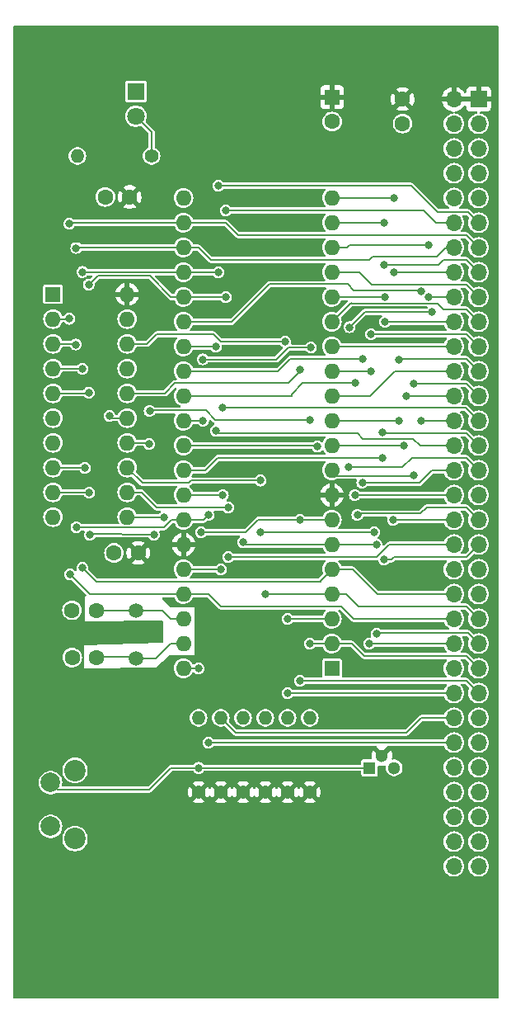
<source format=gtl>
G04 #@! TF.GenerationSoftware,KiCad,Pcbnew,8.0.4*
G04 #@! TF.CreationDate,2024-09-17T07:15:39-04:00*
G04 #@! TF.ProjectId,LB-6802-01,4c422d36-3830-4322-9d30-312e6b696361,2*
G04 #@! TF.SameCoordinates,Original*
G04 #@! TF.FileFunction,Copper,L1,Top*
G04 #@! TF.FilePolarity,Positive*
%FSLAX46Y46*%
G04 Gerber Fmt 4.6, Leading zero omitted, Abs format (unit mm)*
G04 Created by KiCad (PCBNEW 8.0.4) date 2024-09-17 07:15:39*
%MOMM*%
%LPD*%
G01*
G04 APERTURE LIST*
G04 #@! TA.AperFunction,ComponentPad*
%ADD10R,1.700000X1.700000*%
G04 #@! TD*
G04 #@! TA.AperFunction,ComponentPad*
%ADD11O,1.700000X1.700000*%
G04 #@! TD*
G04 #@! TA.AperFunction,ComponentPad*
%ADD12R,1.600000X1.600000*%
G04 #@! TD*
G04 #@! TA.AperFunction,ComponentPad*
%ADD13O,1.600000X1.600000*%
G04 #@! TD*
G04 #@! TA.AperFunction,ComponentPad*
%ADD14C,1.400000*%
G04 #@! TD*
G04 #@! TA.AperFunction,ComponentPad*
%ADD15O,1.400000X1.400000*%
G04 #@! TD*
G04 #@! TA.AperFunction,ComponentPad*
%ADD16C,1.600000*%
G04 #@! TD*
G04 #@! TA.AperFunction,ComponentPad*
%ADD17C,1.500000*%
G04 #@! TD*
G04 #@! TA.AperFunction,ComponentPad*
%ADD18R,1.800000X1.800000*%
G04 #@! TD*
G04 #@! TA.AperFunction,ComponentPad*
%ADD19C,1.800000*%
G04 #@! TD*
G04 #@! TA.AperFunction,ComponentPad*
%ADD20C,2.000000*%
G04 #@! TD*
G04 #@! TA.AperFunction,ComponentPad*
%ADD21C,2.200000*%
G04 #@! TD*
G04 #@! TA.AperFunction,ComponentPad*
%ADD22R,1.300000X1.300000*%
G04 #@! TD*
G04 #@! TA.AperFunction,ComponentPad*
%ADD23C,1.300000*%
G04 #@! TD*
G04 #@! TA.AperFunction,ViaPad*
%ADD24C,0.800000*%
G04 #@! TD*
G04 #@! TA.AperFunction,Conductor*
%ADD25C,0.203200*%
G04 #@! TD*
G04 APERTURE END LIST*
D10*
X179890000Y-54615000D03*
D11*
X177350000Y-54615000D03*
X179890000Y-57155000D03*
X177350000Y-57155000D03*
X179890000Y-59695000D03*
X177350000Y-59695000D03*
X179890000Y-62235000D03*
X177350000Y-62235000D03*
X179890000Y-64775000D03*
X177350000Y-64775000D03*
X179890000Y-67315000D03*
X177350000Y-67315000D03*
X179890000Y-69855000D03*
X177350000Y-69855000D03*
X179890000Y-72395000D03*
X177350000Y-72395000D03*
X179890000Y-74935000D03*
X177350000Y-74935000D03*
X179890000Y-77475000D03*
X177350000Y-77475000D03*
X179890000Y-80015000D03*
X177350000Y-80015000D03*
X179890000Y-82555000D03*
X177350000Y-82555000D03*
X179890000Y-85095000D03*
X177350000Y-85095000D03*
X179890000Y-87635000D03*
X177350000Y-87635000D03*
X179890000Y-90175000D03*
X177350000Y-90175000D03*
X179890000Y-92715000D03*
X177350000Y-92715000D03*
X179890000Y-95255000D03*
X177350000Y-95255000D03*
X179890000Y-97795000D03*
X177350000Y-97795000D03*
X179890000Y-100335000D03*
X177350000Y-100335000D03*
X179890000Y-102875000D03*
X177350000Y-102875000D03*
X179890000Y-105415000D03*
X177350000Y-105415000D03*
X179890000Y-107955000D03*
X177350000Y-107955000D03*
X179890000Y-110495000D03*
X177350000Y-110495000D03*
X179890000Y-113035000D03*
X177350000Y-113035000D03*
X179890000Y-115575000D03*
X177350000Y-115575000D03*
X179890000Y-118115000D03*
X177350000Y-118115000D03*
X179890000Y-120655000D03*
X177350000Y-120655000D03*
X179890000Y-123195000D03*
X177350000Y-123195000D03*
X179890000Y-125735000D03*
X177350000Y-125735000D03*
X179890000Y-128275000D03*
X177350000Y-128275000D03*
X179890000Y-130815000D03*
X177350000Y-130815000D03*
X179890000Y-133355000D03*
X177350000Y-133355000D03*
D12*
X164820600Y-113030000D03*
D13*
X164820600Y-110490000D03*
X164820600Y-107950000D03*
X164820600Y-105410000D03*
X164820600Y-102870000D03*
X164820600Y-100330000D03*
X164820600Y-97790000D03*
X164820600Y-95250000D03*
X164820600Y-92710000D03*
X164820600Y-90170000D03*
X164820600Y-87630000D03*
X164820600Y-85090000D03*
X164820600Y-82550000D03*
X164820600Y-80010000D03*
X164820600Y-77470000D03*
X164820600Y-74930000D03*
X164820600Y-72390000D03*
X164820600Y-69850000D03*
X164820600Y-67310000D03*
X164820600Y-64770000D03*
X149580600Y-64770000D03*
X149580600Y-67310000D03*
X149580600Y-69850000D03*
X149580600Y-72390000D03*
X149580600Y-74930000D03*
X149580600Y-77470000D03*
X149580600Y-80010000D03*
X149580600Y-82550000D03*
X149580600Y-85090000D03*
X149580600Y-87630000D03*
X149580600Y-90170000D03*
X149580600Y-92710000D03*
X149580600Y-95250000D03*
X149580600Y-97790000D03*
X149580600Y-100330000D03*
X149580600Y-102870000D03*
X149580600Y-105410000D03*
X149580600Y-107950000D03*
X149580600Y-110490000D03*
X149580600Y-113030000D03*
D14*
X160274000Y-125730000D03*
D15*
X160274000Y-118110000D03*
D14*
X151130000Y-125730000D03*
D15*
X151130000Y-118110000D03*
D14*
X162560000Y-125730000D03*
D15*
X162560000Y-118110000D03*
D12*
X164846000Y-54420888D03*
D16*
X164846000Y-56920888D03*
D14*
X155702000Y-125730000D03*
D15*
X155702000Y-118110000D03*
D14*
X157988000Y-125730000D03*
D15*
X157988000Y-118110000D03*
D16*
X138145200Y-111924000D03*
X140645200Y-111924000D03*
D17*
X144703800Y-112000200D03*
X144703800Y-107120200D03*
D12*
X136169400Y-74650600D03*
D13*
X136169400Y-77190600D03*
X136169400Y-79730600D03*
X136169400Y-82270600D03*
X136169400Y-84810600D03*
X136169400Y-87350600D03*
X136169400Y-89890600D03*
X136169400Y-92430600D03*
X136169400Y-94970600D03*
X136169400Y-97510600D03*
X143789400Y-97510600D03*
X143789400Y-94970600D03*
X143789400Y-92430600D03*
X143789400Y-89890600D03*
X143789400Y-87350600D03*
X143789400Y-84810600D03*
X143789400Y-82270600D03*
X143789400Y-79730600D03*
X143789400Y-77190600D03*
X143789400Y-74650600D03*
D16*
X141548800Y-64668400D03*
X144048800Y-64668400D03*
X172085000Y-57130000D03*
X172085000Y-54630000D03*
D18*
X144688000Y-53843000D03*
D19*
X144688000Y-56383000D03*
D20*
X135930000Y-129250000D03*
X135930000Y-124750000D03*
D21*
X138430000Y-130500000D03*
X138430000Y-123500000D03*
D22*
X168681400Y-123245200D03*
D23*
X169951400Y-121975200D03*
X171221400Y-123245200D03*
D14*
X146304000Y-60452000D03*
D15*
X138684000Y-60452000D03*
D14*
X153416000Y-125730000D03*
D15*
X153416000Y-118110000D03*
D16*
X138119800Y-107072600D03*
X140619800Y-107072600D03*
X142432400Y-101193600D03*
X144932400Y-101193600D03*
D24*
X171196000Y-64770000D03*
X171196000Y-72390000D03*
X137845800Y-67411600D03*
X137845800Y-77165200D03*
X138506200Y-79806800D03*
X138557000Y-69900800D03*
X139192000Y-72364600D03*
X139192000Y-82296000D03*
X153162000Y-72390000D03*
X153162000Y-63500000D03*
X153924000Y-74930000D03*
X139845500Y-73660000D03*
X139852400Y-84734400D03*
X153924000Y-66040000D03*
X167182800Y-95250000D03*
X167182800Y-83769200D03*
X162661600Y-80111600D03*
X166624000Y-78028800D03*
X151587200Y-87630000D03*
X151536400Y-81330800D03*
X175107600Y-76454000D03*
X167944800Y-81280000D03*
X167944800Y-93980000D03*
X152908000Y-88646000D03*
X152908000Y-80010000D03*
X173228000Y-83820000D03*
X173228000Y-93218000D03*
X172212000Y-90170000D03*
X172466000Y-85090000D03*
X166529300Y-92405200D03*
X163322000Y-90271600D03*
X171704000Y-87630000D03*
X171704000Y-81330800D03*
X173990000Y-87630000D03*
X173990000Y-74313500D03*
X153619200Y-95250000D03*
X153619200Y-86309200D03*
X147574000Y-97536000D03*
X168859200Y-78740000D03*
X168808400Y-82550000D03*
X170027600Y-91440000D03*
X170027600Y-88805300D03*
X170281600Y-74930000D03*
X170281600Y-77470000D03*
X174752000Y-69596000D03*
X174752000Y-74930000D03*
X170180000Y-67310000D03*
X170180000Y-71628000D03*
X151130000Y-123245200D03*
X151130000Y-113030000D03*
X168656000Y-110490000D03*
X139446000Y-92456000D03*
X139192000Y-102724500D03*
X157988000Y-105410000D03*
X137922000Y-103378000D03*
X169418000Y-109474000D03*
X155702000Y-100076000D03*
X169418000Y-100330000D03*
X162560000Y-110490000D03*
X139883000Y-94996000D03*
X146558000Y-99306842D03*
X161544000Y-97790000D03*
X151384000Y-99060000D03*
X161544000Y-114300000D03*
X139954000Y-99314000D03*
X160020000Y-79502000D03*
X160274000Y-115570000D03*
X160274000Y-107950000D03*
X153416000Y-102870000D03*
X138575500Y-98552000D03*
X152146000Y-120650000D03*
X152146000Y-97282000D03*
X162560000Y-87579200D03*
X146050000Y-90017600D03*
X146100800Y-86614000D03*
X167436800Y-97282000D03*
X171094400Y-97790000D03*
X161544000Y-82346800D03*
X169164000Y-99060000D03*
X157480000Y-93764000D03*
X157480000Y-99060000D03*
X170180000Y-101854000D03*
X154178000Y-101600000D03*
X154178000Y-96520000D03*
X141986000Y-87122000D03*
D25*
X171201000Y-72395000D02*
X171196000Y-72390000D01*
X164820600Y-64770000D02*
X171196000Y-64770000D01*
X171201000Y-72395000D02*
X177350000Y-72395000D01*
X137947400Y-67310000D02*
X149580600Y-67310000D01*
X153924000Y-67310000D02*
X155194000Y-68580000D01*
X178615000Y-68580000D02*
X179890000Y-69855000D01*
X137845800Y-67411600D02*
X137947400Y-67310000D01*
X155194000Y-68580000D02*
X178615000Y-68580000D01*
X136169400Y-77190600D02*
X137820400Y-77190600D01*
X149580600Y-67310000D02*
X153924000Y-67310000D01*
X137820400Y-77190600D02*
X137845800Y-77165200D01*
X176525000Y-69855000D02*
X175615600Y-70764400D01*
X169011600Y-70764400D02*
X168656000Y-71120000D01*
X138607800Y-69850000D02*
X149580600Y-69850000D01*
X175615600Y-70764400D02*
X169011600Y-70764400D01*
X138430000Y-79730600D02*
X138506200Y-79806800D01*
X138557000Y-69900800D02*
X138607800Y-69850000D01*
X136169400Y-79730600D02*
X138430000Y-79730600D01*
X168656000Y-71120000D02*
X152400000Y-71120000D01*
X152400000Y-71120000D02*
X151130000Y-69850000D01*
X177350000Y-69855000D02*
X176525000Y-69855000D01*
X151130000Y-69850000D02*
X149580600Y-69850000D01*
X179890000Y-67315000D02*
X178786000Y-66211000D01*
X175685000Y-66211000D02*
X172974000Y-63500000D01*
X175685000Y-66211000D02*
X178786000Y-66211000D01*
X153162000Y-72390000D02*
X149580600Y-72390000D01*
X139217400Y-72390000D02*
X149580600Y-72390000D01*
X172974000Y-63500000D02*
X153162000Y-63500000D01*
X136169400Y-82270600D02*
X139166600Y-82270600D01*
X139192000Y-72364600D02*
X139217400Y-72390000D01*
X139166600Y-82270600D02*
X139192000Y-82296000D01*
X153924000Y-74930000D02*
X149580600Y-74930000D01*
X139845500Y-73660000D02*
X140759900Y-72745600D01*
X148285200Y-74930000D02*
X149580600Y-74930000D01*
X140759900Y-72745600D02*
X146100800Y-72745600D01*
X146100800Y-72745600D02*
X148285200Y-74930000D01*
X174244000Y-66040000D02*
X153924000Y-66040000D01*
X177350000Y-67315000D02*
X175519000Y-67315000D01*
X175519000Y-67315000D02*
X174244000Y-66040000D01*
X136169400Y-84810600D02*
X139776200Y-84810600D01*
X139776200Y-84810600D02*
X139852400Y-84734400D01*
X160680400Y-84886800D02*
X161798000Y-83769200D01*
X160680400Y-85090000D02*
X160680400Y-84886800D01*
X167182800Y-95250000D02*
X167187800Y-95255000D01*
X149580600Y-85090000D02*
X160680400Y-85090000D01*
X161798000Y-83769200D02*
X167182800Y-83769200D01*
X167187800Y-95255000D02*
X177350000Y-95255000D01*
X149580600Y-87630000D02*
X151587200Y-87630000D01*
X166624000Y-78028800D02*
X168198800Y-76454000D01*
X151536400Y-81330800D02*
X159116096Y-81330800D01*
X159116096Y-81330800D02*
X160335296Y-80111600D01*
X160335296Y-80111600D02*
X162661600Y-80111600D01*
X168198800Y-76454000D02*
X175107600Y-76454000D01*
X167944800Y-93980000D02*
X173842600Y-93980000D01*
X173842600Y-93980000D02*
X175107600Y-92715000D01*
X160528000Y-81280000D02*
X167944800Y-81280000D01*
X149580600Y-82550000D02*
X159258000Y-82550000D01*
X159258000Y-82550000D02*
X160528000Y-81280000D01*
X177350000Y-92715000D02*
X175107600Y-92715000D01*
X152908000Y-80010000D02*
X149580600Y-80010000D01*
X173893400Y-90175000D02*
X173177200Y-89458800D01*
X153162000Y-88900000D02*
X152908000Y-88646000D01*
X167995600Y-89458800D02*
X167436800Y-88900000D01*
X177350000Y-90175000D02*
X173893400Y-90175000D01*
X167436800Y-88900000D02*
X153162000Y-88900000D01*
X173177200Y-89458800D02*
X167995600Y-89458800D01*
X165379400Y-93268800D02*
X173177200Y-93268800D01*
X165379400Y-93268800D02*
X164820600Y-92710000D01*
X173177200Y-93268800D02*
X173228000Y-93218000D01*
X179890000Y-85095000D02*
X178615000Y-83820000D01*
X178615000Y-83820000D02*
X173228000Y-83820000D01*
X164820600Y-90170000D02*
X172212000Y-90170000D01*
X172466000Y-85090000D02*
X172471000Y-85095000D01*
X172471000Y-85095000D02*
X177350000Y-85095000D01*
X179890000Y-92715000D02*
X178615000Y-91440000D01*
X178615000Y-91440000D02*
X173024800Y-91440000D01*
X166529300Y-92405200D02*
X172059600Y-92405200D01*
X163220400Y-90170000D02*
X149580600Y-90170000D01*
X172059600Y-92405200D02*
X173024800Y-91440000D01*
X163322000Y-90271600D02*
X163220400Y-90170000D01*
X164820600Y-87630000D02*
X171704000Y-87630000D01*
X171754800Y-81280000D02*
X171704000Y-81330800D01*
X178615000Y-81280000D02*
X171754800Y-81280000D01*
X179890000Y-82555000D02*
X178615000Y-81280000D01*
X166420800Y-73609200D02*
X158394400Y-73609200D01*
X158394400Y-73609200D02*
X154533600Y-77470000D01*
X173995000Y-87635000D02*
X173990000Y-87630000D01*
X167087600Y-74276000D02*
X166420800Y-73609200D01*
X177350000Y-87635000D02*
X173995000Y-87635000D01*
X154533600Y-77470000D02*
X149580600Y-77470000D01*
X173952500Y-74276000D02*
X167087600Y-74276000D01*
X173990000Y-74313500D02*
X173952500Y-74276000D01*
X164820600Y-85090000D02*
X168762600Y-85090000D01*
X168762600Y-85090000D02*
X171297600Y-82555000D01*
X171297600Y-82555000D02*
X177350000Y-82555000D01*
X143789400Y-97510600D02*
X147548600Y-97510600D01*
X147548600Y-97510600D02*
X147574000Y-97536000D01*
X153619200Y-95250000D02*
X149580600Y-95250000D01*
X153619200Y-86309200D02*
X178564200Y-86309200D01*
X178564200Y-86309200D02*
X179890000Y-87635000D01*
X179890000Y-80015000D02*
X178615000Y-78740000D01*
X168859200Y-78740000D02*
X178615000Y-78740000D01*
X164820600Y-82550000D02*
X168808400Y-82550000D01*
X170122300Y-88900000D02*
X170027600Y-88805300D01*
X170122300Y-88900000D02*
X178615000Y-88900000D01*
X153060400Y-91440000D02*
X151790400Y-92710000D01*
X170027600Y-91440000D02*
X153060400Y-91440000D01*
X179890000Y-90175000D02*
X178615000Y-88900000D01*
X151790400Y-92710000D02*
X149580600Y-92710000D01*
X177350000Y-80015000D02*
X164825600Y-80015000D01*
X164820600Y-77470000D02*
X166776400Y-75514200D01*
X166846200Y-75584000D02*
X175660000Y-75584000D01*
X175660000Y-75584000D02*
X176276000Y-76200000D01*
X176276000Y-76200000D02*
X178615000Y-76200000D01*
X166776400Y-75514200D02*
X166846200Y-75584000D01*
X178615000Y-76200000D02*
X179890000Y-77475000D01*
X177350000Y-77475000D02*
X170286600Y-77475000D01*
X170286600Y-77475000D02*
X170281600Y-77470000D01*
X170281600Y-74930000D02*
X164820600Y-74930000D01*
X167640000Y-72390000D02*
X164820600Y-72390000D01*
X168910000Y-73660000D02*
X167640000Y-72390000D01*
X178615000Y-73660000D02*
X168910000Y-73660000D01*
X179890000Y-74935000D02*
X178615000Y-73660000D01*
X166624000Y-69596000D02*
X174752000Y-69596000D01*
X174757000Y-74935000D02*
X177350000Y-74935000D01*
X164820600Y-69850000D02*
X166370000Y-69850000D01*
X166624000Y-69596000D02*
X166370000Y-69850000D01*
X174757000Y-74935000D02*
X174752000Y-74930000D01*
X164820600Y-67310000D02*
X170180000Y-67310000D01*
X175768000Y-71628000D02*
X176276000Y-71120000D01*
X178615000Y-71120000D02*
X179890000Y-72395000D01*
X176276000Y-71120000D02*
X178615000Y-71120000D01*
X170180000Y-71628000D02*
X175768000Y-71628000D01*
X168681400Y-123245200D02*
X151130000Y-123245200D01*
X168656000Y-110490000D02*
X168661000Y-110495000D01*
X148280800Y-123245200D02*
X146050000Y-125476000D01*
X149580600Y-113030000D02*
X151130000Y-113030000D01*
X136656000Y-125476000D02*
X135930000Y-124750000D01*
X168661000Y-110495000D02*
X177350000Y-110495000D01*
X151130000Y-123245200D02*
X148280800Y-123245200D01*
X146050000Y-125476000D02*
X136656000Y-125476000D01*
X139420600Y-92430600D02*
X136169400Y-92430600D01*
X163626800Y-104063800D02*
X164820600Y-102870000D01*
X169473800Y-105415000D02*
X166928800Y-102870000D01*
X163626800Y-104140000D02*
X163626800Y-104063800D01*
X140607500Y-104140000D02*
X163626800Y-104140000D01*
X166928800Y-102870000D02*
X164820600Y-102870000D01*
X139446000Y-92456000D02*
X139420600Y-92430600D01*
X177350000Y-105415000D02*
X169473800Y-105415000D01*
X139192000Y-102724500D02*
X140607500Y-104140000D01*
X167589200Y-106680000D02*
X178615000Y-106680000D01*
X166319200Y-105410000D02*
X167589200Y-106680000D01*
X178615000Y-106680000D02*
X179890000Y-107955000D01*
X164820600Y-105410000D02*
X157988000Y-105410000D01*
X164820600Y-105410000D02*
X166319200Y-105410000D01*
X149580600Y-105410000D02*
X152146000Y-105410000D01*
X167086200Y-107955000D02*
X177350000Y-107955000D01*
X149580600Y-105410000D02*
X139954000Y-105410000D01*
X139954000Y-105410000D02*
X137922000Y-103378000D01*
X153416000Y-106680000D02*
X165811200Y-106680000D01*
X152146000Y-105410000D02*
X153416000Y-106680000D01*
X165811200Y-106680000D02*
X167086200Y-107955000D01*
X169418000Y-100330000D02*
X164820600Y-100330000D01*
X178786000Y-109391000D02*
X169501000Y-109391000D01*
X155956000Y-100330000D02*
X155702000Y-100076000D01*
X164820600Y-100330000D02*
X155956000Y-100330000D01*
X169501000Y-109391000D02*
X169418000Y-109474000D01*
X179890000Y-110495000D02*
X178786000Y-109391000D01*
X178615000Y-111760000D02*
X168148000Y-111760000D01*
X166878000Y-110490000D02*
X164820600Y-110490000D01*
X164820600Y-110490000D02*
X162560000Y-110490000D01*
X179890000Y-113035000D02*
X178615000Y-111760000D01*
X168148000Y-111760000D02*
X166878000Y-110490000D01*
X151384000Y-99060000D02*
X155956000Y-99060000D01*
X161544000Y-97790000D02*
X157226000Y-97790000D01*
X161544000Y-114300000D02*
X178615000Y-114300000D01*
X139992000Y-99276000D02*
X146558000Y-99306842D01*
X157226000Y-97790000D02*
X155956000Y-99060000D01*
X161544000Y-97790000D02*
X164820600Y-97790000D01*
X136169400Y-94970600D02*
X139857600Y-94970600D01*
X139954000Y-99314000D02*
X139992000Y-99276000D01*
X178615000Y-114300000D02*
X179890000Y-115575000D01*
X139857600Y-94970600D02*
X139883000Y-94996000D01*
X160020000Y-79502000D02*
X153416000Y-79502000D01*
X177350000Y-115575000D02*
X160279000Y-115575000D01*
X160279000Y-115575000D02*
X160274000Y-115570000D01*
X164820600Y-107950000D02*
X160274000Y-107950000D01*
X152654000Y-78740000D02*
X146812000Y-78740000D01*
X146812000Y-78740000D02*
X145821400Y-79730600D01*
X145821400Y-79730600D02*
X143789400Y-79730600D01*
X153416000Y-79502000D02*
X152654000Y-78740000D01*
X172476000Y-119634000D02*
X154940000Y-119634000D01*
X177350000Y-118115000D02*
X173995000Y-118115000D01*
X149580600Y-102870000D02*
X153416000Y-102870000D01*
X154940000Y-119634000D02*
X153416000Y-118110000D01*
X173995000Y-118115000D02*
X172476000Y-119634000D01*
X151638000Y-97790000D02*
X152146000Y-97282000D01*
X177350000Y-120655000D02*
X152151000Y-120655000D01*
X138588100Y-98564600D02*
X138575500Y-98552000D01*
X149580600Y-97790000D02*
X148336000Y-97790000D01*
X149580600Y-97790000D02*
X151638000Y-97790000D01*
X147561400Y-98564600D02*
X138588100Y-98564600D01*
X148336000Y-97790000D02*
X147561400Y-98564600D01*
X152151000Y-120655000D02*
X152146000Y-120650000D01*
X179890000Y-97795000D02*
X178615000Y-96520000D01*
X151854000Y-86576000D02*
X146138800Y-86576000D01*
X146138800Y-86576000D02*
X146100800Y-86614000D01*
X173939200Y-97129600D02*
X167589200Y-97129600D01*
X174548800Y-96520000D02*
X173939200Y-97129600D01*
X162560000Y-87579200D02*
X152857200Y-87579200D01*
X146050000Y-90017600D02*
X145923000Y-89890600D01*
X152857200Y-87579200D02*
X151854000Y-86576000D01*
X145923000Y-89890600D02*
X143789400Y-89890600D01*
X167589200Y-97129600D02*
X167436800Y-97282000D01*
X178615000Y-96520000D02*
X174548800Y-96520000D01*
X160324800Y-83769200D02*
X161544000Y-82550000D01*
X148691600Y-83769200D02*
X160324800Y-83769200D01*
X143789400Y-84810600D02*
X147650200Y-84810600D01*
X161544000Y-82550000D02*
X161544000Y-82346800D01*
X171099400Y-97795000D02*
X171094400Y-97790000D01*
X177350000Y-97795000D02*
X171099400Y-97795000D01*
X147650200Y-84810600D02*
X148691600Y-83769200D01*
X170942000Y-101854000D02*
X170180000Y-101854000D01*
X164084000Y-99060000D02*
X162306000Y-99060000D01*
X171196000Y-101600000D02*
X170942000Y-101854000D01*
X169164000Y-99060000D02*
X157480000Y-99060000D01*
X150114000Y-93980000D02*
X145338800Y-93980000D01*
X150330000Y-93764000D02*
X150114000Y-93980000D01*
X145338800Y-93980000D02*
X143789400Y-92430600D01*
X169164000Y-99060000D02*
X164084000Y-99060000D01*
X179890000Y-100335000D02*
X178625000Y-101600000D01*
X178625000Y-101600000D02*
X171196000Y-101600000D01*
X157480000Y-93764000D02*
X150330000Y-93764000D01*
X177350000Y-100335000D02*
X170693000Y-100335000D01*
X146812000Y-96520000D02*
X145262600Y-94970600D01*
X169428000Y-101600000D02*
X154178000Y-101600000D01*
X154178000Y-96520000D02*
X146812000Y-96520000D01*
X145262600Y-94970600D02*
X143789400Y-94970600D01*
X170693000Y-100335000D02*
X169428000Y-101600000D01*
X146304000Y-57999000D02*
X146304000Y-60452000D01*
X144688000Y-56383000D02*
X146304000Y-57999000D01*
X144856200Y-111890200D02*
X140656800Y-111890200D01*
X144703800Y-112000200D02*
X146724200Y-112000200D01*
X146724200Y-112000200D02*
X148234400Y-110490000D01*
X148234400Y-110490000D02*
X149580600Y-110490000D01*
X144703800Y-107120200D02*
X147404600Y-107120200D01*
X148234400Y-107950000D02*
X149580600Y-107950000D01*
X147404600Y-107120200D02*
X148234400Y-107950000D01*
X140589000Y-107072600D02*
X144793800Y-107072600D01*
X142214600Y-87350600D02*
X141986000Y-87122000D01*
X143789400Y-87350600D02*
X142214600Y-87350600D01*
G04 #@! TA.AperFunction,Conductor*
G36*
X179424075Y-54422007D02*
G01*
X179390000Y-54549174D01*
X179390000Y-54680826D01*
X179424075Y-54807993D01*
X179459297Y-54869000D01*
X177780703Y-54869000D01*
X177815925Y-54807993D01*
X177850000Y-54680826D01*
X177850000Y-54549174D01*
X177815925Y-54422007D01*
X177780703Y-54361000D01*
X179459297Y-54361000D01*
X179424075Y-54422007D01*
G37*
G04 #@! TD.AperFunction*
G04 #@! TA.AperFunction,Conductor*
G36*
X181866621Y-47095502D02*
G01*
X181913114Y-47149158D01*
X181924500Y-47201500D01*
X181924500Y-146798500D01*
X181904498Y-146866621D01*
X181850842Y-146913114D01*
X181798500Y-146924500D01*
X132206000Y-146924500D01*
X132137879Y-146904498D01*
X132091386Y-146850842D01*
X132080000Y-146798500D01*
X132080000Y-133354997D01*
X176291202Y-133354997D01*
X176291202Y-133355002D01*
X176311545Y-133561554D01*
X176311546Y-133561560D01*
X176311547Y-133561561D01*
X176371798Y-133760184D01*
X176469642Y-133943237D01*
X176601317Y-134103683D01*
X176761763Y-134235358D01*
X176944816Y-134333202D01*
X177143439Y-134393453D01*
X177143443Y-134393453D01*
X177143445Y-134393454D01*
X177349997Y-134413798D01*
X177350000Y-134413798D01*
X177350003Y-134413798D01*
X177556554Y-134393454D01*
X177556555Y-134393453D01*
X177556561Y-134393453D01*
X177755184Y-134333202D01*
X177938237Y-134235358D01*
X178098683Y-134103683D01*
X178230358Y-133943237D01*
X178328202Y-133760184D01*
X178388453Y-133561561D01*
X178408798Y-133355000D01*
X178408798Y-133354997D01*
X178831202Y-133354997D01*
X178831202Y-133355002D01*
X178851545Y-133561554D01*
X178851546Y-133561560D01*
X178851547Y-133561561D01*
X178911798Y-133760184D01*
X179009642Y-133943237D01*
X179141317Y-134103683D01*
X179301763Y-134235358D01*
X179484816Y-134333202D01*
X179683439Y-134393453D01*
X179683443Y-134393453D01*
X179683445Y-134393454D01*
X179889997Y-134413798D01*
X179890000Y-134413798D01*
X179890003Y-134413798D01*
X180096554Y-134393454D01*
X180096555Y-134393453D01*
X180096561Y-134393453D01*
X180295184Y-134333202D01*
X180478237Y-134235358D01*
X180638683Y-134103683D01*
X180770358Y-133943237D01*
X180868202Y-133760184D01*
X180928453Y-133561561D01*
X180948798Y-133355000D01*
X180928453Y-133148439D01*
X180868202Y-132949816D01*
X180770358Y-132766763D01*
X180638683Y-132606317D01*
X180478237Y-132474642D01*
X180295184Y-132376798D01*
X180096561Y-132316547D01*
X180096560Y-132316546D01*
X180096554Y-132316545D01*
X179890003Y-132296202D01*
X179889997Y-132296202D01*
X179683445Y-132316545D01*
X179484815Y-132376798D01*
X179301762Y-132474642D01*
X179141317Y-132606317D01*
X179009642Y-132766762D01*
X178911798Y-132949815D01*
X178851545Y-133148445D01*
X178831202Y-133354997D01*
X178408798Y-133354997D01*
X178388453Y-133148439D01*
X178328202Y-132949816D01*
X178230358Y-132766763D01*
X178098683Y-132606317D01*
X177938237Y-132474642D01*
X177755184Y-132376798D01*
X177556561Y-132316547D01*
X177556560Y-132316546D01*
X177556554Y-132316545D01*
X177350003Y-132296202D01*
X177349997Y-132296202D01*
X177143445Y-132316545D01*
X176944815Y-132376798D01*
X176761762Y-132474642D01*
X176601317Y-132606317D01*
X176469642Y-132766762D01*
X176371798Y-132949815D01*
X176311545Y-133148445D01*
X176291202Y-133354997D01*
X132080000Y-133354997D01*
X132080000Y-130500000D01*
X137121320Y-130500000D01*
X137141202Y-130727253D01*
X137200242Y-130947592D01*
X137200244Y-130947597D01*
X137296650Y-131154340D01*
X137342754Y-131220184D01*
X137427493Y-131341203D01*
X137588797Y-131502507D01*
X137775660Y-131633350D01*
X137982405Y-131729757D01*
X138202750Y-131788798D01*
X138430000Y-131808680D01*
X138657250Y-131788798D01*
X138877595Y-131729757D01*
X139084340Y-131633350D01*
X139271203Y-131502507D01*
X139432507Y-131341203D01*
X139563350Y-131154340D01*
X139659757Y-130947595D01*
X139695286Y-130814997D01*
X176291202Y-130814997D01*
X176291202Y-130815002D01*
X176311545Y-131021554D01*
X176311546Y-131021560D01*
X176311547Y-131021561D01*
X176371798Y-131220184D01*
X176469642Y-131403237D01*
X176601317Y-131563683D01*
X176761763Y-131695358D01*
X176944816Y-131793202D01*
X177143439Y-131853453D01*
X177143443Y-131853453D01*
X177143445Y-131853454D01*
X177349997Y-131873798D01*
X177350000Y-131873798D01*
X177350003Y-131873798D01*
X177556554Y-131853454D01*
X177556555Y-131853453D01*
X177556561Y-131853453D01*
X177755184Y-131793202D01*
X177938237Y-131695358D01*
X178098683Y-131563683D01*
X178230358Y-131403237D01*
X178328202Y-131220184D01*
X178388453Y-131021561D01*
X178395739Y-130947592D01*
X178408798Y-130815002D01*
X178408798Y-130814997D01*
X178831202Y-130814997D01*
X178831202Y-130815002D01*
X178851545Y-131021554D01*
X178851546Y-131021560D01*
X178851547Y-131021561D01*
X178911798Y-131220184D01*
X179009642Y-131403237D01*
X179141317Y-131563683D01*
X179301763Y-131695358D01*
X179484816Y-131793202D01*
X179683439Y-131853453D01*
X179683443Y-131853453D01*
X179683445Y-131853454D01*
X179889997Y-131873798D01*
X179890000Y-131873798D01*
X179890003Y-131873798D01*
X180096554Y-131853454D01*
X180096555Y-131853453D01*
X180096561Y-131853453D01*
X180295184Y-131793202D01*
X180478237Y-131695358D01*
X180638683Y-131563683D01*
X180770358Y-131403237D01*
X180868202Y-131220184D01*
X180928453Y-131021561D01*
X180935739Y-130947592D01*
X180948798Y-130815002D01*
X180948798Y-130814997D01*
X180928454Y-130608445D01*
X180928453Y-130608443D01*
X180928453Y-130608439D01*
X180868202Y-130409816D01*
X180770358Y-130226763D01*
X180638683Y-130066317D01*
X180478237Y-129934642D01*
X180295184Y-129836798D01*
X180096561Y-129776547D01*
X180096560Y-129776546D01*
X180096554Y-129776545D01*
X179890003Y-129756202D01*
X179889997Y-129756202D01*
X179683445Y-129776545D01*
X179484815Y-129836798D01*
X179301762Y-129934642D01*
X179141317Y-130066317D01*
X179009642Y-130226762D01*
X178911798Y-130409815D01*
X178851545Y-130608445D01*
X178831202Y-130814997D01*
X178408798Y-130814997D01*
X178388454Y-130608445D01*
X178388453Y-130608443D01*
X178388453Y-130608439D01*
X178328202Y-130409816D01*
X178230358Y-130226763D01*
X178098683Y-130066317D01*
X177938237Y-129934642D01*
X177755184Y-129836798D01*
X177556561Y-129776547D01*
X177556560Y-129776546D01*
X177556554Y-129776545D01*
X177350003Y-129756202D01*
X177349997Y-129756202D01*
X177143445Y-129776545D01*
X176944815Y-129836798D01*
X176761762Y-129934642D01*
X176601317Y-130066317D01*
X176469642Y-130226762D01*
X176371798Y-130409815D01*
X176311545Y-130608445D01*
X176291202Y-130814997D01*
X139695286Y-130814997D01*
X139718798Y-130727250D01*
X139738680Y-130500000D01*
X139718798Y-130272750D01*
X139659757Y-130052405D01*
X139563350Y-129845660D01*
X139432507Y-129658797D01*
X139271203Y-129497493D01*
X139084340Y-129366650D01*
X138877595Y-129270243D01*
X138877593Y-129270242D01*
X138877592Y-129270242D01*
X138657253Y-129211202D01*
X138430000Y-129191320D01*
X138202746Y-129211202D01*
X137982407Y-129270242D01*
X137982402Y-129270244D01*
X137775659Y-129366650D01*
X137588800Y-129497490D01*
X137588794Y-129497495D01*
X137427495Y-129658794D01*
X137427490Y-129658800D01*
X137296650Y-129845659D01*
X137200244Y-130052402D01*
X137200242Y-130052407D01*
X137141202Y-130272746D01*
X137121320Y-130500000D01*
X132080000Y-130500000D01*
X132080000Y-129250000D01*
X134721143Y-129250000D01*
X134741726Y-129472128D01*
X134802773Y-129686689D01*
X134802776Y-129686695D01*
X134902205Y-129886376D01*
X134902209Y-129886381D01*
X135036642Y-130064401D01*
X135201501Y-130214689D01*
X135201502Y-130214690D01*
X135391156Y-130332119D01*
X135391163Y-130332122D01*
X135391166Y-130332124D01*
X135599181Y-130412710D01*
X135818461Y-130453700D01*
X135818463Y-130453700D01*
X136041537Y-130453700D01*
X136041539Y-130453700D01*
X136260819Y-130412710D01*
X136468834Y-130332124D01*
X136468839Y-130332120D01*
X136468843Y-130332119D01*
X136602751Y-130249205D01*
X136658499Y-130214689D01*
X136823356Y-130064402D01*
X136957791Y-129886381D01*
X136957792Y-129886377D01*
X136957794Y-129886376D01*
X137022613Y-129756202D01*
X137057226Y-129686690D01*
X137118274Y-129472127D01*
X137138857Y-129250000D01*
X137118274Y-129027873D01*
X137057226Y-128813310D01*
X136990937Y-128680184D01*
X136957794Y-128613623D01*
X136957790Y-128613618D01*
X136823357Y-128435598D01*
X136658498Y-128285310D01*
X136658497Y-128285309D01*
X136641843Y-128274997D01*
X176291202Y-128274997D01*
X176291202Y-128275002D01*
X176311545Y-128481554D01*
X176311546Y-128481560D01*
X176311547Y-128481561D01*
X176371798Y-128680184D01*
X176469642Y-128863237D01*
X176601317Y-129023683D01*
X176761763Y-129155358D01*
X176944816Y-129253202D01*
X177143439Y-129313453D01*
X177143443Y-129313453D01*
X177143445Y-129313454D01*
X177349997Y-129333798D01*
X177350000Y-129333798D01*
X177350003Y-129333798D01*
X177556554Y-129313454D01*
X177556555Y-129313453D01*
X177556561Y-129313453D01*
X177755184Y-129253202D01*
X177938237Y-129155358D01*
X178098683Y-129023683D01*
X178230358Y-128863237D01*
X178328202Y-128680184D01*
X178388453Y-128481561D01*
X178407783Y-128285311D01*
X178408798Y-128275002D01*
X178408798Y-128274997D01*
X178831202Y-128274997D01*
X178831202Y-128275002D01*
X178851545Y-128481554D01*
X178851546Y-128481560D01*
X178851547Y-128481561D01*
X178911798Y-128680184D01*
X179009642Y-128863237D01*
X179141317Y-129023683D01*
X179301763Y-129155358D01*
X179484816Y-129253202D01*
X179683439Y-129313453D01*
X179683443Y-129313453D01*
X179683445Y-129313454D01*
X179889997Y-129333798D01*
X179890000Y-129333798D01*
X179890003Y-129333798D01*
X180096554Y-129313454D01*
X180096555Y-129313453D01*
X180096561Y-129313453D01*
X180295184Y-129253202D01*
X180478237Y-129155358D01*
X180638683Y-129023683D01*
X180770358Y-128863237D01*
X180868202Y-128680184D01*
X180928453Y-128481561D01*
X180947783Y-128285311D01*
X180948798Y-128275002D01*
X180948798Y-128274997D01*
X180928454Y-128068445D01*
X180928453Y-128068443D01*
X180928453Y-128068439D01*
X180868202Y-127869816D01*
X180770358Y-127686763D01*
X180638683Y-127526317D01*
X180478237Y-127394642D01*
X180295184Y-127296798D01*
X180096561Y-127236547D01*
X180096560Y-127236546D01*
X180096554Y-127236545D01*
X179890003Y-127216202D01*
X179889997Y-127216202D01*
X179683445Y-127236545D01*
X179484815Y-127296798D01*
X179301762Y-127394642D01*
X179141317Y-127526317D01*
X179009642Y-127686762D01*
X178911798Y-127869815D01*
X178851545Y-128068445D01*
X178831202Y-128274997D01*
X178408798Y-128274997D01*
X178388454Y-128068445D01*
X178388453Y-128068443D01*
X178388453Y-128068439D01*
X178328202Y-127869816D01*
X178230358Y-127686763D01*
X178098683Y-127526317D01*
X177938237Y-127394642D01*
X177755184Y-127296798D01*
X177556561Y-127236547D01*
X177556560Y-127236546D01*
X177556554Y-127236545D01*
X177350003Y-127216202D01*
X177349997Y-127216202D01*
X177143445Y-127236545D01*
X176944815Y-127296798D01*
X176761762Y-127394642D01*
X176601317Y-127526317D01*
X176469642Y-127686762D01*
X176371798Y-127869815D01*
X176311545Y-128068445D01*
X176291202Y-128274997D01*
X136641843Y-128274997D01*
X136468843Y-128167880D01*
X136468828Y-128167873D01*
X136260826Y-128087292D01*
X136260823Y-128087291D01*
X136260820Y-128087290D01*
X136260819Y-128087290D01*
X136041539Y-128046300D01*
X135818461Y-128046300D01*
X135599181Y-128087290D01*
X135599176Y-128087291D01*
X135599173Y-128087292D01*
X135391171Y-128167873D01*
X135391156Y-128167880D01*
X135201502Y-128285309D01*
X135201501Y-128285310D01*
X135036642Y-128435598D01*
X134902209Y-128613618D01*
X134902205Y-128613623D01*
X134802776Y-128813304D01*
X134802773Y-128813310D01*
X134741726Y-129027871D01*
X134721143Y-129250000D01*
X132080000Y-129250000D01*
X132080000Y-126671052D01*
X150548156Y-126671052D01*
X150634716Y-126724648D01*
X150634720Y-126724650D01*
X150825920Y-126798722D01*
X151027479Y-126836400D01*
X151232521Y-126836400D01*
X151434079Y-126798722D01*
X151625278Y-126724651D01*
X151625281Y-126724649D01*
X151711842Y-126671053D01*
X151711841Y-126671052D01*
X152834156Y-126671052D01*
X152920716Y-126724648D01*
X152920720Y-126724650D01*
X153111920Y-126798722D01*
X153313479Y-126836400D01*
X153518521Y-126836400D01*
X153720079Y-126798722D01*
X153911278Y-126724651D01*
X153911281Y-126724649D01*
X153997842Y-126671053D01*
X153997841Y-126671052D01*
X155120156Y-126671052D01*
X155206716Y-126724648D01*
X155206720Y-126724650D01*
X155397920Y-126798722D01*
X155599479Y-126836400D01*
X155804521Y-126836400D01*
X156006079Y-126798722D01*
X156197278Y-126724651D01*
X156197281Y-126724649D01*
X156283842Y-126671053D01*
X156283841Y-126671052D01*
X157406156Y-126671052D01*
X157492716Y-126724648D01*
X157492720Y-126724650D01*
X157683920Y-126798722D01*
X157885479Y-126836400D01*
X158090521Y-126836400D01*
X158292079Y-126798722D01*
X158483278Y-126724651D01*
X158483281Y-126724649D01*
X158569842Y-126671053D01*
X158569841Y-126671052D01*
X159692156Y-126671052D01*
X159778716Y-126724648D01*
X159778720Y-126724650D01*
X159969920Y-126798722D01*
X160171479Y-126836400D01*
X160376521Y-126836400D01*
X160578079Y-126798722D01*
X160769278Y-126724651D01*
X160769281Y-126724649D01*
X160855842Y-126671053D01*
X160855841Y-126671052D01*
X161978156Y-126671052D01*
X162064716Y-126724648D01*
X162064720Y-126724650D01*
X162255920Y-126798722D01*
X162457479Y-126836400D01*
X162662521Y-126836400D01*
X162864079Y-126798722D01*
X163055278Y-126724651D01*
X163055281Y-126724649D01*
X163141842Y-126671053D01*
X162560000Y-126089210D01*
X162559999Y-126089210D01*
X161978156Y-126671052D01*
X160855841Y-126671052D01*
X160274000Y-126089210D01*
X160273999Y-126089210D01*
X159692156Y-126671052D01*
X158569841Y-126671052D01*
X157988000Y-126089210D01*
X157987999Y-126089210D01*
X157406156Y-126671052D01*
X156283841Y-126671052D01*
X155702000Y-126089210D01*
X155701999Y-126089210D01*
X155120156Y-126671052D01*
X153997841Y-126671052D01*
X153416000Y-126089210D01*
X153415999Y-126089210D01*
X152834156Y-126671052D01*
X151711841Y-126671052D01*
X151130000Y-126089210D01*
X151129999Y-126089210D01*
X150548156Y-126671052D01*
X132080000Y-126671052D01*
X132080000Y-124750000D01*
X134721143Y-124750000D01*
X134741726Y-124972128D01*
X134802773Y-125186689D01*
X134802776Y-125186695D01*
X134902205Y-125386376D01*
X134902209Y-125386381D01*
X135036642Y-125564401D01*
X135201501Y-125714689D01*
X135201502Y-125714690D01*
X135391156Y-125832119D01*
X135391163Y-125832122D01*
X135391166Y-125832124D01*
X135599181Y-125912710D01*
X135818461Y-125953700D01*
X135818463Y-125953700D01*
X136041537Y-125953700D01*
X136041539Y-125953700D01*
X136260819Y-125912710D01*
X136468834Y-125832124D01*
X136524198Y-125797843D01*
X136592643Y-125778989D01*
X136607506Y-125781077D01*
X136607619Y-125780222D01*
X136615807Y-125781300D01*
X146090191Y-125781300D01*
X146090193Y-125781300D01*
X146167841Y-125760494D01*
X146220658Y-125730000D01*
X150018860Y-125730000D01*
X150037779Y-125934172D01*
X150093891Y-126131385D01*
X150185290Y-126314940D01*
X150185530Y-126315257D01*
X150770789Y-125729999D01*
X150724712Y-125683922D01*
X150780000Y-125683922D01*
X150780000Y-125776078D01*
X150803852Y-125865095D01*
X150849930Y-125944905D01*
X150915095Y-126010070D01*
X150994905Y-126056148D01*
X151083922Y-126080000D01*
X151176078Y-126080000D01*
X151265095Y-126056148D01*
X151344905Y-126010070D01*
X151410070Y-125944905D01*
X151456148Y-125865095D01*
X151480000Y-125776078D01*
X151480000Y-125729999D01*
X151489210Y-125729999D01*
X152074468Y-126315257D01*
X152074709Y-126314940D01*
X152074712Y-126314936D01*
X152160208Y-126143234D01*
X152208477Y-126091170D01*
X152277231Y-126073467D01*
X152344641Y-126095746D01*
X152385789Y-126143233D01*
X152471287Y-126314936D01*
X152471530Y-126315257D01*
X153056789Y-125729999D01*
X153010712Y-125683922D01*
X153066000Y-125683922D01*
X153066000Y-125776078D01*
X153089852Y-125865095D01*
X153135930Y-125944905D01*
X153201095Y-126010070D01*
X153280905Y-126056148D01*
X153369922Y-126080000D01*
X153462078Y-126080000D01*
X153551095Y-126056148D01*
X153630905Y-126010070D01*
X153696070Y-125944905D01*
X153742148Y-125865095D01*
X153766000Y-125776078D01*
X153766000Y-125729999D01*
X153775210Y-125729999D01*
X154360468Y-126315257D01*
X154360709Y-126314940D01*
X154360712Y-126314936D01*
X154446208Y-126143234D01*
X154494477Y-126091170D01*
X154563231Y-126073467D01*
X154630641Y-126095746D01*
X154671789Y-126143233D01*
X154757287Y-126314936D01*
X154757530Y-126315257D01*
X155342789Y-125729999D01*
X155296712Y-125683922D01*
X155352000Y-125683922D01*
X155352000Y-125776078D01*
X155375852Y-125865095D01*
X155421930Y-125944905D01*
X155487095Y-126010070D01*
X155566905Y-126056148D01*
X155655922Y-126080000D01*
X155748078Y-126080000D01*
X155837095Y-126056148D01*
X155916905Y-126010070D01*
X155982070Y-125944905D01*
X156028148Y-125865095D01*
X156052000Y-125776078D01*
X156052000Y-125729999D01*
X156061210Y-125729999D01*
X156646468Y-126315257D01*
X156646709Y-126314940D01*
X156646712Y-126314936D01*
X156732208Y-126143234D01*
X156780477Y-126091170D01*
X156849231Y-126073467D01*
X156916641Y-126095746D01*
X156957789Y-126143233D01*
X157043287Y-126314936D01*
X157043530Y-126315257D01*
X157628789Y-125729999D01*
X157582712Y-125683922D01*
X157638000Y-125683922D01*
X157638000Y-125776078D01*
X157661852Y-125865095D01*
X157707930Y-125944905D01*
X157773095Y-126010070D01*
X157852905Y-126056148D01*
X157941922Y-126080000D01*
X158034078Y-126080000D01*
X158123095Y-126056148D01*
X158202905Y-126010070D01*
X158268070Y-125944905D01*
X158314148Y-125865095D01*
X158338000Y-125776078D01*
X158338000Y-125729999D01*
X158347210Y-125729999D01*
X158932468Y-126315257D01*
X158932709Y-126314940D01*
X158932712Y-126314936D01*
X159018208Y-126143234D01*
X159066477Y-126091170D01*
X159135231Y-126073467D01*
X159202641Y-126095746D01*
X159243789Y-126143233D01*
X159329287Y-126314936D01*
X159329530Y-126315257D01*
X159914789Y-125729999D01*
X159868712Y-125683922D01*
X159924000Y-125683922D01*
X159924000Y-125776078D01*
X159947852Y-125865095D01*
X159993930Y-125944905D01*
X160059095Y-126010070D01*
X160138905Y-126056148D01*
X160227922Y-126080000D01*
X160320078Y-126080000D01*
X160409095Y-126056148D01*
X160488905Y-126010070D01*
X160554070Y-125944905D01*
X160600148Y-125865095D01*
X160624000Y-125776078D01*
X160624000Y-125729999D01*
X160633210Y-125729999D01*
X161218468Y-126315257D01*
X161218709Y-126314940D01*
X161218712Y-126314936D01*
X161304208Y-126143234D01*
X161352477Y-126091170D01*
X161421231Y-126073467D01*
X161488641Y-126095746D01*
X161529789Y-126143233D01*
X161615287Y-126314936D01*
X161615530Y-126315257D01*
X162200789Y-125729999D01*
X162154712Y-125683922D01*
X162210000Y-125683922D01*
X162210000Y-125776078D01*
X162233852Y-125865095D01*
X162279930Y-125944905D01*
X162345095Y-126010070D01*
X162424905Y-126056148D01*
X162513922Y-126080000D01*
X162606078Y-126080000D01*
X162695095Y-126056148D01*
X162774905Y-126010070D01*
X162840070Y-125944905D01*
X162886148Y-125865095D01*
X162910000Y-125776078D01*
X162910000Y-125729999D01*
X162919210Y-125729999D01*
X163504468Y-126315257D01*
X163504709Y-126314940D01*
X163504709Y-126314939D01*
X163596108Y-126131385D01*
X163652220Y-125934172D01*
X163670676Y-125734997D01*
X176291202Y-125734997D01*
X176291202Y-125735002D01*
X176311545Y-125941554D01*
X176311546Y-125941560D01*
X176311547Y-125941561D01*
X176371798Y-126140184D01*
X176469642Y-126323237D01*
X176601317Y-126483683D01*
X176761763Y-126615358D01*
X176944816Y-126713202D01*
X177143439Y-126773453D01*
X177143443Y-126773453D01*
X177143445Y-126773454D01*
X177349997Y-126793798D01*
X177350000Y-126793798D01*
X177350003Y-126793798D01*
X177556554Y-126773454D01*
X177556555Y-126773453D01*
X177556561Y-126773453D01*
X177755184Y-126713202D01*
X177938237Y-126615358D01*
X178098683Y-126483683D01*
X178230358Y-126323237D01*
X178328202Y-126140184D01*
X178388453Y-125941561D01*
X178395985Y-125865095D01*
X178408798Y-125735002D01*
X178408798Y-125734997D01*
X178831202Y-125734997D01*
X178831202Y-125735002D01*
X178851545Y-125941554D01*
X178851546Y-125941560D01*
X178851547Y-125941561D01*
X178911798Y-126140184D01*
X179009642Y-126323237D01*
X179141317Y-126483683D01*
X179301763Y-126615358D01*
X179484816Y-126713202D01*
X179683439Y-126773453D01*
X179683443Y-126773453D01*
X179683445Y-126773454D01*
X179889997Y-126793798D01*
X179890000Y-126793798D01*
X179890003Y-126793798D01*
X180096554Y-126773454D01*
X180096555Y-126773453D01*
X180096561Y-126773453D01*
X180295184Y-126713202D01*
X180478237Y-126615358D01*
X180638683Y-126483683D01*
X180770358Y-126323237D01*
X180868202Y-126140184D01*
X180928453Y-125941561D01*
X180935985Y-125865095D01*
X180948798Y-125735002D01*
X180948798Y-125734997D01*
X180928454Y-125528445D01*
X180928453Y-125528443D01*
X180928453Y-125528439D01*
X180868202Y-125329816D01*
X180770358Y-125146763D01*
X180638683Y-124986317D01*
X180478237Y-124854642D01*
X180295184Y-124756798D01*
X180096561Y-124696547D01*
X180096560Y-124696546D01*
X180096554Y-124696545D01*
X179890003Y-124676202D01*
X179889997Y-124676202D01*
X179683445Y-124696545D01*
X179484815Y-124756798D01*
X179301762Y-124854642D01*
X179141317Y-124986317D01*
X179009642Y-125146762D01*
X178911798Y-125329815D01*
X178851545Y-125528445D01*
X178831202Y-125734997D01*
X178408798Y-125734997D01*
X178388454Y-125528445D01*
X178388453Y-125528443D01*
X178388453Y-125528439D01*
X178328202Y-125329816D01*
X178230358Y-125146763D01*
X178098683Y-124986317D01*
X177938237Y-124854642D01*
X177755184Y-124756798D01*
X177556561Y-124696547D01*
X177556560Y-124696546D01*
X177556554Y-124696545D01*
X177350003Y-124676202D01*
X177349997Y-124676202D01*
X177143445Y-124696545D01*
X176944815Y-124756798D01*
X176761762Y-124854642D01*
X176601317Y-124986317D01*
X176469642Y-125146762D01*
X176371798Y-125329815D01*
X176311545Y-125528445D01*
X176291202Y-125734997D01*
X163670676Y-125734997D01*
X163671139Y-125730000D01*
X163652220Y-125525827D01*
X163596108Y-125328614D01*
X163504707Y-125145057D01*
X163504469Y-125144741D01*
X162919210Y-125729999D01*
X162910000Y-125729999D01*
X162910000Y-125683922D01*
X162886148Y-125594905D01*
X162840070Y-125515095D01*
X162774905Y-125449930D01*
X162695095Y-125403852D01*
X162606078Y-125380000D01*
X162513922Y-125380000D01*
X162424905Y-125403852D01*
X162345095Y-125449930D01*
X162279930Y-125515095D01*
X162233852Y-125594905D01*
X162210000Y-125683922D01*
X162154712Y-125683922D01*
X161615531Y-125144741D01*
X161615530Y-125144741D01*
X161615289Y-125145061D01*
X161529789Y-125316767D01*
X161481520Y-125368830D01*
X161412766Y-125386532D01*
X161345355Y-125364252D01*
X161304208Y-125316766D01*
X161218707Y-125145057D01*
X161218469Y-125144741D01*
X160633210Y-125729999D01*
X160624000Y-125729999D01*
X160624000Y-125683922D01*
X160600148Y-125594905D01*
X160554070Y-125515095D01*
X160488905Y-125449930D01*
X160409095Y-125403852D01*
X160320078Y-125380000D01*
X160227922Y-125380000D01*
X160138905Y-125403852D01*
X160059095Y-125449930D01*
X159993930Y-125515095D01*
X159947852Y-125594905D01*
X159924000Y-125683922D01*
X159868712Y-125683922D01*
X159329531Y-125144741D01*
X159329530Y-125144741D01*
X159329289Y-125145061D01*
X159243789Y-125316767D01*
X159195520Y-125368830D01*
X159126766Y-125386532D01*
X159059355Y-125364252D01*
X159018208Y-125316766D01*
X158932707Y-125145057D01*
X158932469Y-125144741D01*
X158347210Y-125729999D01*
X158338000Y-125729999D01*
X158338000Y-125683922D01*
X158314148Y-125594905D01*
X158268070Y-125515095D01*
X158202905Y-125449930D01*
X158123095Y-125403852D01*
X158034078Y-125380000D01*
X157941922Y-125380000D01*
X157852905Y-125403852D01*
X157773095Y-125449930D01*
X157707930Y-125515095D01*
X157661852Y-125594905D01*
X157638000Y-125683922D01*
X157582712Y-125683922D01*
X157043531Y-125144741D01*
X157043530Y-125144741D01*
X157043289Y-125145061D01*
X156957789Y-125316767D01*
X156909520Y-125368830D01*
X156840766Y-125386532D01*
X156773355Y-125364252D01*
X156732208Y-125316766D01*
X156646707Y-125145057D01*
X156646469Y-125144741D01*
X156061210Y-125729999D01*
X156052000Y-125729999D01*
X156052000Y-125683922D01*
X156028148Y-125594905D01*
X155982070Y-125515095D01*
X155916905Y-125449930D01*
X155837095Y-125403852D01*
X155748078Y-125380000D01*
X155655922Y-125380000D01*
X155566905Y-125403852D01*
X155487095Y-125449930D01*
X155421930Y-125515095D01*
X155375852Y-125594905D01*
X155352000Y-125683922D01*
X155296712Y-125683922D01*
X154757531Y-125144741D01*
X154757530Y-125144741D01*
X154757289Y-125145061D01*
X154671789Y-125316767D01*
X154623520Y-125368830D01*
X154554766Y-125386532D01*
X154487355Y-125364252D01*
X154446208Y-125316766D01*
X154360707Y-125145057D01*
X154360469Y-125144741D01*
X153775210Y-125729999D01*
X153766000Y-125729999D01*
X153766000Y-125683922D01*
X153742148Y-125594905D01*
X153696070Y-125515095D01*
X153630905Y-125449930D01*
X153551095Y-125403852D01*
X153462078Y-125380000D01*
X153369922Y-125380000D01*
X153280905Y-125403852D01*
X153201095Y-125449930D01*
X153135930Y-125515095D01*
X153089852Y-125594905D01*
X153066000Y-125683922D01*
X153010712Y-125683922D01*
X152471531Y-125144741D01*
X152471530Y-125144741D01*
X152471289Y-125145061D01*
X152385789Y-125316767D01*
X152337520Y-125368830D01*
X152268766Y-125386532D01*
X152201355Y-125364252D01*
X152160208Y-125316766D01*
X152074707Y-125145057D01*
X152074469Y-125144741D01*
X151489210Y-125729999D01*
X151480000Y-125729999D01*
X151480000Y-125683922D01*
X151456148Y-125594905D01*
X151410070Y-125515095D01*
X151344905Y-125449930D01*
X151265095Y-125403852D01*
X151176078Y-125380000D01*
X151083922Y-125380000D01*
X150994905Y-125403852D01*
X150915095Y-125449930D01*
X150849930Y-125515095D01*
X150803852Y-125594905D01*
X150780000Y-125683922D01*
X150724712Y-125683922D01*
X150185531Y-125144741D01*
X150185530Y-125144741D01*
X150185290Y-125145059D01*
X150093891Y-125328614D01*
X150037779Y-125525827D01*
X150018860Y-125730000D01*
X146220658Y-125730000D01*
X146237459Y-125720300D01*
X147168813Y-124788946D01*
X150548156Y-124788946D01*
X151129999Y-125370789D01*
X151130000Y-125370789D01*
X151711842Y-124788946D01*
X152834156Y-124788946D01*
X153415999Y-125370789D01*
X153416000Y-125370789D01*
X153997842Y-124788946D01*
X155120156Y-124788946D01*
X155701999Y-125370789D01*
X155702000Y-125370789D01*
X156283842Y-124788946D01*
X157406156Y-124788946D01*
X157987999Y-125370789D01*
X157988000Y-125370789D01*
X158569842Y-124788946D01*
X159692156Y-124788946D01*
X160273999Y-125370789D01*
X160274000Y-125370789D01*
X160855842Y-124788946D01*
X161978156Y-124788946D01*
X162559999Y-125370789D01*
X162560000Y-125370789D01*
X163141842Y-124788946D01*
X163055281Y-124735350D01*
X163055279Y-124735349D01*
X162864079Y-124661277D01*
X162662521Y-124623600D01*
X162457479Y-124623600D01*
X162255920Y-124661277D01*
X162064723Y-124735348D01*
X162064721Y-124735348D01*
X161978156Y-124788946D01*
X160855842Y-124788946D01*
X160769281Y-124735350D01*
X160769279Y-124735349D01*
X160578079Y-124661277D01*
X160376521Y-124623600D01*
X160171479Y-124623600D01*
X159969920Y-124661277D01*
X159778723Y-124735348D01*
X159778721Y-124735348D01*
X159692156Y-124788946D01*
X158569842Y-124788946D01*
X158483281Y-124735350D01*
X158483279Y-124735349D01*
X158292079Y-124661277D01*
X158090521Y-124623600D01*
X157885479Y-124623600D01*
X157683920Y-124661277D01*
X157492723Y-124735348D01*
X157492721Y-124735348D01*
X157406156Y-124788946D01*
X156283842Y-124788946D01*
X156197281Y-124735350D01*
X156197279Y-124735349D01*
X156006079Y-124661277D01*
X155804521Y-124623600D01*
X155599479Y-124623600D01*
X155397920Y-124661277D01*
X155206723Y-124735348D01*
X155206721Y-124735348D01*
X155120156Y-124788946D01*
X153997842Y-124788946D01*
X153911281Y-124735350D01*
X153911279Y-124735349D01*
X153720079Y-124661277D01*
X153518521Y-124623600D01*
X153313479Y-124623600D01*
X153111920Y-124661277D01*
X152920723Y-124735348D01*
X152920721Y-124735348D01*
X152834156Y-124788946D01*
X151711842Y-124788946D01*
X151625281Y-124735350D01*
X151625279Y-124735349D01*
X151434079Y-124661277D01*
X151232521Y-124623600D01*
X151027479Y-124623600D01*
X150825920Y-124661277D01*
X150634723Y-124735348D01*
X150634721Y-124735348D01*
X150548156Y-124788946D01*
X147168813Y-124788946D01*
X148370355Y-123587405D01*
X148432667Y-123553379D01*
X148459450Y-123550500D01*
X150541181Y-123550500D01*
X150609302Y-123570502D01*
X150641143Y-123599796D01*
X150699435Y-123675764D01*
X150825545Y-123772532D01*
X150918153Y-123810890D01*
X150972403Y-123833361D01*
X151130000Y-123854109D01*
X151287597Y-123833361D01*
X151380205Y-123795001D01*
X151434454Y-123772532D01*
X151560564Y-123675764D01*
X151618857Y-123599796D01*
X151676195Y-123557929D01*
X151718819Y-123550500D01*
X167701700Y-123550500D01*
X167769821Y-123570502D01*
X167816314Y-123624158D01*
X167827700Y-123676500D01*
X167827700Y-123915264D01*
X167839518Y-123974679D01*
X167854457Y-123997038D01*
X167884540Y-124042060D01*
X167951920Y-124087081D01*
X168011336Y-124098900D01*
X168011341Y-124098900D01*
X169351459Y-124098900D01*
X169351464Y-124098900D01*
X169410880Y-124087081D01*
X169478260Y-124042060D01*
X169523281Y-123974680D01*
X169535100Y-123915264D01*
X169535100Y-123122742D01*
X169555102Y-123054621D01*
X169608758Y-123008128D01*
X169679032Y-122998024D01*
X169697676Y-123002168D01*
X169744312Y-123016315D01*
X169951397Y-123036711D01*
X169951403Y-123036711D01*
X170158487Y-123016315D01*
X170212844Y-122999826D01*
X170283838Y-122999192D01*
X170343904Y-123037041D01*
X170373972Y-123101356D01*
X170374730Y-123133570D01*
X170362998Y-123245199D01*
X170381755Y-123423672D01*
X170437208Y-123594338D01*
X170437212Y-123594346D01*
X170526936Y-123749754D01*
X170526937Y-123749756D01*
X170647014Y-123883115D01*
X170704573Y-123924934D01*
X170792199Y-123988598D01*
X170956139Y-124061589D01*
X171131673Y-124098900D01*
X171311127Y-124098900D01*
X171486661Y-124061589D01*
X171650601Y-123988598D01*
X171795783Y-123883117D01*
X171840585Y-123833360D01*
X171915862Y-123749756D01*
X171915863Y-123749754D01*
X171963137Y-123667873D01*
X172005589Y-123594344D01*
X172061044Y-123423672D01*
X172079802Y-123245200D01*
X172074525Y-123194997D01*
X176291202Y-123194997D01*
X176291202Y-123195002D01*
X176311545Y-123401554D01*
X176311546Y-123401560D01*
X176311547Y-123401561D01*
X176371798Y-123600184D01*
X176469642Y-123783237D01*
X176601317Y-123943683D01*
X176761763Y-124075358D01*
X176944816Y-124173202D01*
X177143439Y-124233453D01*
X177143443Y-124233453D01*
X177143445Y-124233454D01*
X177349997Y-124253798D01*
X177350000Y-124253798D01*
X177350003Y-124253798D01*
X177556554Y-124233454D01*
X177556555Y-124233453D01*
X177556561Y-124233453D01*
X177755184Y-124173202D01*
X177938237Y-124075358D01*
X178098683Y-123943683D01*
X178230358Y-123783237D01*
X178328202Y-123600184D01*
X178388453Y-123401561D01*
X178401141Y-123272746D01*
X178408798Y-123195002D01*
X178408798Y-123194997D01*
X178831202Y-123194997D01*
X178831202Y-123195002D01*
X178851545Y-123401554D01*
X178851546Y-123401560D01*
X178851547Y-123401561D01*
X178911798Y-123600184D01*
X179009642Y-123783237D01*
X179141317Y-123943683D01*
X179301763Y-124075358D01*
X179484816Y-124173202D01*
X179683439Y-124233453D01*
X179683443Y-124233453D01*
X179683445Y-124233454D01*
X179889997Y-124253798D01*
X179890000Y-124253798D01*
X179890003Y-124253798D01*
X180096554Y-124233454D01*
X180096555Y-124233453D01*
X180096561Y-124233453D01*
X180295184Y-124173202D01*
X180478237Y-124075358D01*
X180638683Y-123943683D01*
X180770358Y-123783237D01*
X180868202Y-123600184D01*
X180928453Y-123401561D01*
X180941141Y-123272746D01*
X180948798Y-123195002D01*
X180948798Y-123194997D01*
X180928454Y-122988445D01*
X180928453Y-122988443D01*
X180928453Y-122988439D01*
X180868202Y-122789816D01*
X180770358Y-122606763D01*
X180638683Y-122446317D01*
X180478237Y-122314642D01*
X180295184Y-122216798D01*
X180096561Y-122156547D01*
X180096560Y-122156546D01*
X180096554Y-122156545D01*
X179890003Y-122136202D01*
X179889997Y-122136202D01*
X179683445Y-122156545D01*
X179484815Y-122216798D01*
X179301762Y-122314642D01*
X179141317Y-122446317D01*
X179009642Y-122606762D01*
X178911798Y-122789815D01*
X178851545Y-122988445D01*
X178831202Y-123194997D01*
X178408798Y-123194997D01*
X178388454Y-122988445D01*
X178388453Y-122988443D01*
X178388453Y-122988439D01*
X178328202Y-122789816D01*
X178230358Y-122606763D01*
X178098683Y-122446317D01*
X177938237Y-122314642D01*
X177755184Y-122216798D01*
X177556561Y-122156547D01*
X177556560Y-122156546D01*
X177556554Y-122156545D01*
X177350003Y-122136202D01*
X177349997Y-122136202D01*
X177143445Y-122156545D01*
X176944815Y-122216798D01*
X176761762Y-122314642D01*
X176601317Y-122446317D01*
X176469642Y-122606762D01*
X176371798Y-122789815D01*
X176311545Y-122988445D01*
X176291202Y-123194997D01*
X172074525Y-123194997D01*
X172061044Y-123066728D01*
X172061044Y-123066727D01*
X172005591Y-122896061D01*
X172005587Y-122896053D01*
X171915863Y-122740645D01*
X171915862Y-122740643D01*
X171795785Y-122607284D01*
X171650601Y-122501802D01*
X171486661Y-122428811D01*
X171311127Y-122391500D01*
X171131673Y-122391500D01*
X171131670Y-122391500D01*
X171123794Y-122393174D01*
X171053003Y-122387771D01*
X170996371Y-122344954D01*
X170971879Y-122278316D01*
X170977025Y-122233351D01*
X170992515Y-122182287D01*
X171012911Y-121975203D01*
X171012911Y-121975196D01*
X170992515Y-121768115D01*
X170932108Y-121568979D01*
X170857120Y-121428687D01*
X170326400Y-121959407D01*
X170326400Y-121925830D01*
X170300844Y-121830455D01*
X170251475Y-121744945D01*
X170181655Y-121675125D01*
X170096145Y-121625756D01*
X170000770Y-121600200D01*
X169967190Y-121600200D01*
X170509707Y-121057681D01*
X170512940Y-121034468D01*
X170559193Y-120980606D01*
X170627225Y-120960301D01*
X170627785Y-120960300D01*
X176248050Y-120960300D01*
X176316171Y-120980302D01*
X176362664Y-121033958D01*
X176368624Y-121049722D01*
X176371797Y-121060183D01*
X176371798Y-121060184D01*
X176469642Y-121243237D01*
X176601317Y-121403683D01*
X176761763Y-121535358D01*
X176944816Y-121633202D01*
X177143439Y-121693453D01*
X177143443Y-121693453D01*
X177143445Y-121693454D01*
X177349997Y-121713798D01*
X177350000Y-121713798D01*
X177350003Y-121713798D01*
X177556554Y-121693454D01*
X177556555Y-121693453D01*
X177556561Y-121693453D01*
X177755184Y-121633202D01*
X177938237Y-121535358D01*
X178098683Y-121403683D01*
X178230358Y-121243237D01*
X178328202Y-121060184D01*
X178388453Y-120861561D01*
X178408798Y-120655000D01*
X178408798Y-120654997D01*
X178831202Y-120654997D01*
X178831202Y-120655002D01*
X178851545Y-120861554D01*
X178851546Y-120861560D01*
X178851547Y-120861561D01*
X178911798Y-121060184D01*
X179009642Y-121243237D01*
X179141317Y-121403683D01*
X179301763Y-121535358D01*
X179484816Y-121633202D01*
X179683439Y-121693453D01*
X179683443Y-121693453D01*
X179683445Y-121693454D01*
X179889997Y-121713798D01*
X179890000Y-121713798D01*
X179890003Y-121713798D01*
X180096554Y-121693454D01*
X180096555Y-121693453D01*
X180096561Y-121693453D01*
X180295184Y-121633202D01*
X180478237Y-121535358D01*
X180638683Y-121403683D01*
X180770358Y-121243237D01*
X180868202Y-121060184D01*
X180928453Y-120861561D01*
X180948798Y-120655000D01*
X180948306Y-120650000D01*
X180928454Y-120448445D01*
X180928453Y-120448443D01*
X180928453Y-120448439D01*
X180868202Y-120249816D01*
X180770358Y-120066763D01*
X180638683Y-119906317D01*
X180478237Y-119774642D01*
X180295184Y-119676798D01*
X180096561Y-119616547D01*
X180096560Y-119616546D01*
X180096554Y-119616545D01*
X179890003Y-119596202D01*
X179889997Y-119596202D01*
X179683445Y-119616545D01*
X179484815Y-119676798D01*
X179301762Y-119774642D01*
X179141317Y-119906317D01*
X179009642Y-120066762D01*
X178911798Y-120249815D01*
X178851545Y-120448445D01*
X178831202Y-120654997D01*
X178408798Y-120654997D01*
X178408306Y-120650000D01*
X178388454Y-120448445D01*
X178388453Y-120448443D01*
X178388453Y-120448439D01*
X178328202Y-120249816D01*
X178230358Y-120066763D01*
X178098683Y-119906317D01*
X177938237Y-119774642D01*
X177755184Y-119676798D01*
X177556561Y-119616547D01*
X177556560Y-119616546D01*
X177556554Y-119616545D01*
X177350003Y-119596202D01*
X177349997Y-119596202D01*
X177143445Y-119616545D01*
X176944815Y-119676798D01*
X176761762Y-119774642D01*
X176601317Y-119906317D01*
X176469642Y-120066762D01*
X176371797Y-120249816D01*
X176368624Y-120260278D01*
X176329708Y-120319658D01*
X176264866Y-120348573D01*
X176248050Y-120349700D01*
X152738655Y-120349700D01*
X152670534Y-120329698D01*
X152638693Y-120300405D01*
X152576564Y-120219436D01*
X152576562Y-120219434D01*
X152576561Y-120219433D01*
X152450454Y-120122667D01*
X152303597Y-120061839D01*
X152146000Y-120041091D01*
X151988402Y-120061839D01*
X151841549Y-120122666D01*
X151715436Y-120219436D01*
X151618666Y-120345549D01*
X151557839Y-120492402D01*
X151537091Y-120649999D01*
X151537091Y-120650000D01*
X151557839Y-120807597D01*
X151618667Y-120954454D01*
X151715435Y-121080564D01*
X151841545Y-121177332D01*
X151934153Y-121215690D01*
X151988403Y-121238161D01*
X152146000Y-121258909D01*
X152303597Y-121238161D01*
X152396205Y-121199801D01*
X152450454Y-121177332D01*
X152576561Y-121080566D01*
X152576560Y-121080566D01*
X152576564Y-121080564D01*
X152631020Y-121009594D01*
X152688357Y-120967729D01*
X152730982Y-120960300D01*
X169275014Y-120960300D01*
X169343135Y-120980302D01*
X169389628Y-121033958D01*
X169393030Y-121057621D01*
X169935609Y-121600200D01*
X169902030Y-121600200D01*
X169806655Y-121625756D01*
X169721145Y-121675125D01*
X169651325Y-121744945D01*
X169601956Y-121830455D01*
X169576400Y-121925830D01*
X169576400Y-121959411D01*
X169045677Y-121428688D01*
X168970692Y-121568976D01*
X168910284Y-121768115D01*
X168889889Y-121975196D01*
X168889889Y-121975203D01*
X168910284Y-122182287D01*
X168924432Y-122228924D01*
X168925066Y-122299918D01*
X168887217Y-122359984D01*
X168822902Y-122390052D01*
X168803858Y-122391500D01*
X168011335Y-122391500D01*
X167951920Y-122403318D01*
X167884540Y-122448340D01*
X167839518Y-122515720D01*
X167827700Y-122575135D01*
X167827700Y-122813900D01*
X167807698Y-122882021D01*
X167754042Y-122928514D01*
X167701700Y-122939900D01*
X151718819Y-122939900D01*
X151650698Y-122919898D01*
X151618857Y-122890604D01*
X151560564Y-122814635D01*
X151434454Y-122717867D01*
X151287597Y-122657039D01*
X151130000Y-122636291D01*
X150972402Y-122657039D01*
X150825549Y-122717866D01*
X150699433Y-122814638D01*
X150641143Y-122890604D01*
X150583805Y-122932471D01*
X150541181Y-122939900D01*
X148240607Y-122939900D01*
X148162959Y-122960706D01*
X148162958Y-122960706D01*
X148162956Y-122960707D01*
X148093342Y-123000898D01*
X148093336Y-123000902D01*
X145960446Y-125133795D01*
X145898134Y-125167820D01*
X145871351Y-125170700D01*
X137228626Y-125170700D01*
X137160505Y-125150698D01*
X137114012Y-125097042D01*
X137103908Y-125026768D01*
X137107436Y-125010219D01*
X137118274Y-124972127D01*
X137138857Y-124750000D01*
X137118274Y-124527873D01*
X137057226Y-124313310D01*
X137056021Y-124310890D01*
X136957794Y-124113623D01*
X136957790Y-124113618D01*
X136823357Y-123935598D01*
X136658498Y-123785310D01*
X136658497Y-123785309D01*
X136468843Y-123667880D01*
X136468828Y-123667873D01*
X136260826Y-123587292D01*
X136260823Y-123587291D01*
X136260820Y-123587290D01*
X136260819Y-123587290D01*
X136041539Y-123546300D01*
X135818461Y-123546300D01*
X135599181Y-123587290D01*
X135599176Y-123587291D01*
X135599173Y-123587292D01*
X135391171Y-123667873D01*
X135391156Y-123667880D01*
X135201502Y-123785309D01*
X135201501Y-123785310D01*
X135036642Y-123935598D01*
X134902209Y-124113618D01*
X134902205Y-124113623D01*
X134802776Y-124313304D01*
X134802773Y-124313310D01*
X134741726Y-124527871D01*
X134721143Y-124750000D01*
X132080000Y-124750000D01*
X132080000Y-123500000D01*
X137121320Y-123500000D01*
X137141202Y-123727253D01*
X137200242Y-123947592D01*
X137200244Y-123947597D01*
X137296650Y-124154340D01*
X137352045Y-124233453D01*
X137427493Y-124341203D01*
X137588797Y-124502507D01*
X137775660Y-124633350D01*
X137982405Y-124729757D01*
X138202750Y-124788798D01*
X138430000Y-124808680D01*
X138657250Y-124788798D01*
X138877595Y-124729757D01*
X139084340Y-124633350D01*
X139271203Y-124502507D01*
X139432507Y-124341203D01*
X139563350Y-124154340D01*
X139659757Y-123947595D01*
X139718798Y-123727250D01*
X139738680Y-123500000D01*
X139718798Y-123272750D01*
X139659757Y-123052405D01*
X139563350Y-122845660D01*
X139432507Y-122658797D01*
X139271203Y-122497493D01*
X139117761Y-122390052D01*
X139084340Y-122366650D01*
X138941233Y-122299918D01*
X138877595Y-122270243D01*
X138877593Y-122270242D01*
X138877592Y-122270242D01*
X138657253Y-122211202D01*
X138430000Y-122191320D01*
X138202746Y-122211202D01*
X137982407Y-122270242D01*
X137982402Y-122270244D01*
X137775659Y-122366650D01*
X137588800Y-122497490D01*
X137588794Y-122497495D01*
X137427495Y-122658794D01*
X137427490Y-122658800D01*
X137296650Y-122845659D01*
X137200244Y-123052402D01*
X137200242Y-123052407D01*
X137141202Y-123272746D01*
X137121320Y-123500000D01*
X132080000Y-123500000D01*
X132080000Y-118110000D01*
X150221322Y-118110000D01*
X150241178Y-118298925D01*
X150299878Y-118479588D01*
X150299881Y-118479594D01*
X150394866Y-118644111D01*
X150394868Y-118644114D01*
X150521973Y-118785276D01*
X150521976Y-118785279D01*
X150675661Y-118896938D01*
X150849203Y-118974204D01*
X151035017Y-119013700D01*
X151224983Y-119013700D01*
X151410797Y-118974204D01*
X151584339Y-118896938D01*
X151738024Y-118785279D01*
X151865136Y-118644108D01*
X151960119Y-118479593D01*
X151967394Y-118457205D01*
X152018821Y-118298925D01*
X152038678Y-118110000D01*
X152507322Y-118110000D01*
X152527178Y-118298925D01*
X152585878Y-118479588D01*
X152585881Y-118479594D01*
X152680866Y-118644111D01*
X152680868Y-118644114D01*
X152807973Y-118785276D01*
X152807976Y-118785279D01*
X152961661Y-118896938D01*
X153135203Y-118974204D01*
X153321017Y-119013700D01*
X153510983Y-119013700D01*
X153696797Y-118974204D01*
X153722617Y-118962707D01*
X153792984Y-118953274D01*
X153857281Y-118983380D01*
X153862945Y-118988704D01*
X154470443Y-119596202D01*
X154752539Y-119878298D01*
X154752542Y-119878301D01*
X154752544Y-119878302D01*
X154792730Y-119901502D01*
X154792732Y-119901504D01*
X154792733Y-119901504D01*
X154792735Y-119901505D01*
X154822159Y-119918494D01*
X154899807Y-119939300D01*
X154899809Y-119939300D01*
X172516191Y-119939300D01*
X172516193Y-119939300D01*
X172593841Y-119918494D01*
X172618079Y-119904500D01*
X172663459Y-119878300D01*
X174084554Y-118457205D01*
X174146866Y-118423180D01*
X174173649Y-118420300D01*
X176248050Y-118420300D01*
X176316171Y-118440302D01*
X176362664Y-118493958D01*
X176368624Y-118509722D01*
X176371797Y-118520183D01*
X176371798Y-118520184D01*
X176469642Y-118703237D01*
X176601317Y-118863683D01*
X176761763Y-118995358D01*
X176944816Y-119093202D01*
X177143439Y-119153453D01*
X177143443Y-119153453D01*
X177143445Y-119153454D01*
X177349997Y-119173798D01*
X177350000Y-119173798D01*
X177350003Y-119173798D01*
X177556554Y-119153454D01*
X177556555Y-119153453D01*
X177556561Y-119153453D01*
X177755184Y-119093202D01*
X177938237Y-118995358D01*
X178098683Y-118863683D01*
X178230358Y-118703237D01*
X178328202Y-118520184D01*
X178388453Y-118321561D01*
X178408798Y-118115000D01*
X178408798Y-118114997D01*
X178831202Y-118114997D01*
X178831202Y-118115002D01*
X178851545Y-118321554D01*
X178851546Y-118321560D01*
X178851547Y-118321561D01*
X178911798Y-118520184D01*
X179009642Y-118703237D01*
X179141317Y-118863683D01*
X179301763Y-118995358D01*
X179484816Y-119093202D01*
X179683439Y-119153453D01*
X179683443Y-119153453D01*
X179683445Y-119153454D01*
X179889997Y-119173798D01*
X179890000Y-119173798D01*
X179890003Y-119173798D01*
X180096554Y-119153454D01*
X180096555Y-119153453D01*
X180096561Y-119153453D01*
X180295184Y-119093202D01*
X180478237Y-118995358D01*
X180638683Y-118863683D01*
X180770358Y-118703237D01*
X180868202Y-118520184D01*
X180928453Y-118321561D01*
X180948798Y-118115000D01*
X180929698Y-117921075D01*
X180928454Y-117908445D01*
X180928453Y-117908443D01*
X180928453Y-117908439D01*
X180868202Y-117709816D01*
X180770358Y-117526763D01*
X180638683Y-117366317D01*
X180478237Y-117234642D01*
X180295184Y-117136798D01*
X180096561Y-117076547D01*
X180096560Y-117076546D01*
X180096554Y-117076545D01*
X179890003Y-117056202D01*
X179889997Y-117056202D01*
X179683445Y-117076545D01*
X179484815Y-117136798D01*
X179301762Y-117234642D01*
X179141317Y-117366317D01*
X179009642Y-117526762D01*
X178911798Y-117709815D01*
X178851545Y-117908445D01*
X178831202Y-118114997D01*
X178408798Y-118114997D01*
X178389698Y-117921075D01*
X178388454Y-117908445D01*
X178388453Y-117908443D01*
X178388453Y-117908439D01*
X178328202Y-117709816D01*
X178230358Y-117526763D01*
X178098683Y-117366317D01*
X177938237Y-117234642D01*
X177755184Y-117136798D01*
X177556561Y-117076547D01*
X177556560Y-117076546D01*
X177556554Y-117076545D01*
X177350003Y-117056202D01*
X177349997Y-117056202D01*
X177143445Y-117076545D01*
X176944815Y-117136798D01*
X176761762Y-117234642D01*
X176601317Y-117366317D01*
X176469642Y-117526762D01*
X176371797Y-117709816D01*
X176368624Y-117720278D01*
X176329708Y-117779658D01*
X176264866Y-117808573D01*
X176248050Y-117809700D01*
X173954806Y-117809700D01*
X173897963Y-117824931D01*
X173897962Y-117824930D01*
X173877163Y-117830504D01*
X173877152Y-117830508D01*
X173807542Y-117870698D01*
X173807539Y-117870700D01*
X172386446Y-119291795D01*
X172324134Y-119325820D01*
X172297351Y-119328700D01*
X155118649Y-119328700D01*
X155050528Y-119308698D01*
X155029554Y-119291795D01*
X154293662Y-118555903D01*
X154259636Y-118493591D01*
X154262924Y-118427872D01*
X154304821Y-118298925D01*
X154324678Y-118110000D01*
X154793322Y-118110000D01*
X154813178Y-118298925D01*
X154871878Y-118479588D01*
X154871881Y-118479594D01*
X154966866Y-118644111D01*
X154966868Y-118644114D01*
X155093973Y-118785276D01*
X155093976Y-118785279D01*
X155247661Y-118896938D01*
X155421203Y-118974204D01*
X155607017Y-119013700D01*
X155796983Y-119013700D01*
X155982797Y-118974204D01*
X156156339Y-118896938D01*
X156310024Y-118785279D01*
X156437136Y-118644108D01*
X156532119Y-118479593D01*
X156539394Y-118457205D01*
X156590821Y-118298925D01*
X156610678Y-118110000D01*
X157079322Y-118110000D01*
X157099178Y-118298925D01*
X157157878Y-118479588D01*
X157157881Y-118479594D01*
X157252866Y-118644111D01*
X157252868Y-118644114D01*
X157379973Y-118785276D01*
X157379976Y-118785279D01*
X157533661Y-118896938D01*
X157707203Y-118974204D01*
X157893017Y-119013700D01*
X158082983Y-119013700D01*
X158268797Y-118974204D01*
X158442339Y-118896938D01*
X158596024Y-118785279D01*
X158723136Y-118644108D01*
X158818119Y-118479593D01*
X158825394Y-118457205D01*
X158876821Y-118298925D01*
X158896678Y-118110000D01*
X159365322Y-118110000D01*
X159385178Y-118298925D01*
X159443878Y-118479588D01*
X159443881Y-118479594D01*
X159538866Y-118644111D01*
X159538868Y-118644114D01*
X159665973Y-118785276D01*
X159665976Y-118785279D01*
X159819661Y-118896938D01*
X159993203Y-118974204D01*
X160179017Y-119013700D01*
X160368983Y-119013700D01*
X160554797Y-118974204D01*
X160728339Y-118896938D01*
X160882024Y-118785279D01*
X161009136Y-118644108D01*
X161104119Y-118479593D01*
X161111394Y-118457205D01*
X161162821Y-118298925D01*
X161182678Y-118110000D01*
X161651322Y-118110000D01*
X161671178Y-118298925D01*
X161729878Y-118479588D01*
X161729881Y-118479594D01*
X161824866Y-118644111D01*
X161824868Y-118644114D01*
X161951973Y-118785276D01*
X161951976Y-118785279D01*
X162105661Y-118896938D01*
X162279203Y-118974204D01*
X162465017Y-119013700D01*
X162654983Y-119013700D01*
X162840797Y-118974204D01*
X163014339Y-118896938D01*
X163168024Y-118785279D01*
X163295136Y-118644108D01*
X163390119Y-118479593D01*
X163397394Y-118457205D01*
X163448821Y-118298925D01*
X163468678Y-118110000D01*
X163448821Y-117921075D01*
X163448821Y-117921074D01*
X163390121Y-117740411D01*
X163390118Y-117740405D01*
X163372457Y-117709815D01*
X163295136Y-117575892D01*
X163295134Y-117575889D01*
X163295133Y-117575888D01*
X163295131Y-117575885D01*
X163168026Y-117434723D01*
X163168021Y-117434719D01*
X163014339Y-117323062D01*
X162840797Y-117245796D01*
X162654983Y-117206300D01*
X162465017Y-117206300D01*
X162279202Y-117245796D01*
X162105660Y-117323062D01*
X161951978Y-117434719D01*
X161951973Y-117434723D01*
X161824868Y-117575885D01*
X161824866Y-117575888D01*
X161729881Y-117740405D01*
X161729878Y-117740411D01*
X161671178Y-117921074D01*
X161651322Y-118110000D01*
X161182678Y-118110000D01*
X161162821Y-117921075D01*
X161162821Y-117921074D01*
X161104121Y-117740411D01*
X161104118Y-117740405D01*
X161086457Y-117709815D01*
X161009136Y-117575892D01*
X161009134Y-117575889D01*
X161009133Y-117575888D01*
X161009131Y-117575885D01*
X160882026Y-117434723D01*
X160882021Y-117434719D01*
X160728339Y-117323062D01*
X160554797Y-117245796D01*
X160368983Y-117206300D01*
X160179017Y-117206300D01*
X159993202Y-117245796D01*
X159819660Y-117323062D01*
X159665978Y-117434719D01*
X159665973Y-117434723D01*
X159538868Y-117575885D01*
X159538866Y-117575888D01*
X159443881Y-117740405D01*
X159443878Y-117740411D01*
X159385178Y-117921074D01*
X159365322Y-118110000D01*
X158896678Y-118110000D01*
X158876821Y-117921075D01*
X158876821Y-117921074D01*
X158818121Y-117740411D01*
X158818118Y-117740405D01*
X158800457Y-117709815D01*
X158723136Y-117575892D01*
X158723134Y-117575889D01*
X158723133Y-117575888D01*
X158723131Y-117575885D01*
X158596026Y-117434723D01*
X158596021Y-117434719D01*
X158442339Y-117323062D01*
X158268797Y-117245796D01*
X158082983Y-117206300D01*
X157893017Y-117206300D01*
X157707202Y-117245796D01*
X157533660Y-117323062D01*
X157379978Y-117434719D01*
X157379973Y-117434723D01*
X157252868Y-117575885D01*
X157252866Y-117575888D01*
X157157881Y-117740405D01*
X157157878Y-117740411D01*
X157099178Y-117921074D01*
X157079322Y-118110000D01*
X156610678Y-118110000D01*
X156590821Y-117921075D01*
X156590821Y-117921074D01*
X156532121Y-117740411D01*
X156532118Y-117740405D01*
X156514457Y-117709815D01*
X156437136Y-117575892D01*
X156437134Y-117575889D01*
X156437133Y-117575888D01*
X156437131Y-117575885D01*
X156310026Y-117434723D01*
X156310021Y-117434719D01*
X156156339Y-117323062D01*
X155982797Y-117245796D01*
X155796983Y-117206300D01*
X155607017Y-117206300D01*
X155421202Y-117245796D01*
X155247660Y-117323062D01*
X155093978Y-117434719D01*
X155093973Y-117434723D01*
X154966868Y-117575885D01*
X154966866Y-117575888D01*
X154871881Y-117740405D01*
X154871878Y-117740411D01*
X154813178Y-117921074D01*
X154793322Y-118110000D01*
X154324678Y-118110000D01*
X154304821Y-117921075D01*
X154304821Y-117921074D01*
X154246121Y-117740411D01*
X154246118Y-117740405D01*
X154228457Y-117709815D01*
X154151136Y-117575892D01*
X154151134Y-117575889D01*
X154151133Y-117575888D01*
X154151131Y-117575885D01*
X154024026Y-117434723D01*
X154024021Y-117434719D01*
X153870339Y-117323062D01*
X153696797Y-117245796D01*
X153510983Y-117206300D01*
X153321017Y-117206300D01*
X153135202Y-117245796D01*
X152961660Y-117323062D01*
X152807978Y-117434719D01*
X152807973Y-117434723D01*
X152680868Y-117575885D01*
X152680866Y-117575888D01*
X152585881Y-117740405D01*
X152585878Y-117740411D01*
X152527178Y-117921074D01*
X152507322Y-118110000D01*
X152038678Y-118110000D01*
X152018821Y-117921075D01*
X152018821Y-117921074D01*
X151960121Y-117740411D01*
X151960118Y-117740405D01*
X151942457Y-117709815D01*
X151865136Y-117575892D01*
X151865134Y-117575889D01*
X151865133Y-117575888D01*
X151865131Y-117575885D01*
X151738026Y-117434723D01*
X151738021Y-117434719D01*
X151584339Y-117323062D01*
X151410797Y-117245796D01*
X151224983Y-117206300D01*
X151035017Y-117206300D01*
X150849202Y-117245796D01*
X150675660Y-117323062D01*
X150521978Y-117434719D01*
X150521973Y-117434723D01*
X150394868Y-117575885D01*
X150394866Y-117575888D01*
X150299881Y-117740405D01*
X150299878Y-117740411D01*
X150241178Y-117921074D01*
X150221322Y-118110000D01*
X132080000Y-118110000D01*
X132080000Y-113029996D01*
X148572044Y-113029996D01*
X148572044Y-113030003D01*
X148591421Y-113226752D01*
X148591423Y-113226763D01*
X148648813Y-113415953D01*
X148648815Y-113415957D01*
X148742016Y-113590324D01*
X148867443Y-113743157D01*
X149020276Y-113868584D01*
X149107783Y-113915357D01*
X149194642Y-113961784D01*
X149194646Y-113961786D01*
X149383836Y-114019176D01*
X149383837Y-114019176D01*
X149383840Y-114019177D01*
X149383843Y-114019177D01*
X149383847Y-114019178D01*
X149580597Y-114038556D01*
X149580600Y-114038556D01*
X149580603Y-114038556D01*
X149777352Y-114019178D01*
X149777354Y-114019177D01*
X149777360Y-114019177D01*
X149855251Y-113995549D01*
X149966553Y-113961786D01*
X149966555Y-113961784D01*
X149966558Y-113961784D01*
X150140924Y-113868584D01*
X150293757Y-113743157D01*
X150419184Y-113590324D01*
X150483012Y-113470908D01*
X150532761Y-113420263D01*
X150601998Y-113404553D01*
X150668737Y-113428768D01*
X150694094Y-113453603D01*
X150699435Y-113460564D01*
X150825545Y-113557332D01*
X150918153Y-113595690D01*
X150972403Y-113618161D01*
X151130000Y-113638909D01*
X151287597Y-113618161D01*
X151380205Y-113579801D01*
X151434454Y-113557332D01*
X151560564Y-113460564D01*
X151657332Y-113334454D01*
X151679801Y-113280205D01*
X151718161Y-113187597D01*
X151738909Y-113030000D01*
X151738908Y-113029996D01*
X151723529Y-112913178D01*
X151718161Y-112872403D01*
X151672673Y-112762584D01*
X151657333Y-112725549D01*
X151656682Y-112724700D01*
X151560564Y-112599436D01*
X151560562Y-112599434D01*
X151560561Y-112599433D01*
X151434454Y-112502667D01*
X151287597Y-112441839D01*
X151130000Y-112421091D01*
X150972402Y-112441839D01*
X150825549Y-112502666D01*
X150699432Y-112599438D01*
X150694091Y-112606400D01*
X150636752Y-112648265D01*
X150565881Y-112652484D01*
X150503979Y-112617717D01*
X150483010Y-112589087D01*
X150419185Y-112469677D01*
X150379311Y-112421091D01*
X150293757Y-112316843D01*
X150140924Y-112191416D01*
X149966557Y-112098215D01*
X149966553Y-112098213D01*
X149777363Y-112040823D01*
X149777352Y-112040821D01*
X149580603Y-112021444D01*
X149580597Y-112021444D01*
X149383847Y-112040821D01*
X149383836Y-112040823D01*
X149194646Y-112098213D01*
X149194642Y-112098215D01*
X149020275Y-112191416D01*
X148867443Y-112316843D01*
X148742016Y-112469675D01*
X148648815Y-112644042D01*
X148648813Y-112644046D01*
X148591423Y-112833236D01*
X148591421Y-112833247D01*
X148572044Y-113029996D01*
X132080000Y-113029996D01*
X132080000Y-111923996D01*
X137136644Y-111923996D01*
X137136644Y-111924003D01*
X137156021Y-112120752D01*
X137156023Y-112120763D01*
X137213413Y-112309953D01*
X137213415Y-112309957D01*
X137298787Y-112469677D01*
X137306616Y-112484324D01*
X137432043Y-112637157D01*
X137584876Y-112762584D01*
X137717065Y-112833240D01*
X137759242Y-112855784D01*
X137759246Y-112855786D01*
X137948436Y-112913176D01*
X137948437Y-112913176D01*
X137948440Y-112913177D01*
X137948443Y-112913177D01*
X137948447Y-112913178D01*
X138145197Y-112932556D01*
X138145200Y-112932556D01*
X138145203Y-112932556D01*
X138341952Y-112913178D01*
X138341954Y-112913177D01*
X138341960Y-112913177D01*
X138371652Y-112904169D01*
X138531153Y-112855786D01*
X138531155Y-112855784D01*
X138531158Y-112855784D01*
X138705524Y-112762584D01*
X138858357Y-112637157D01*
X138983784Y-112484324D01*
X139076984Y-112309958D01*
X139084156Y-112286317D01*
X139134376Y-112120763D01*
X139134375Y-112120763D01*
X139134377Y-112120760D01*
X139136205Y-112102205D01*
X139147148Y-111991091D01*
X139173730Y-111925258D01*
X139176563Y-111923253D01*
X139152036Y-111884810D01*
X139147656Y-111862061D01*
X139134378Y-111727247D01*
X139134376Y-111727236D01*
X139076986Y-111538046D01*
X139076984Y-111538042D01*
X139042327Y-111473203D01*
X138983784Y-111363676D01*
X138858357Y-111210843D01*
X138705524Y-111085416D01*
X138639871Y-111050324D01*
X138531157Y-110992215D01*
X138531153Y-110992213D01*
X138341963Y-110934823D01*
X138341952Y-110934821D01*
X138145203Y-110915444D01*
X138145197Y-110915444D01*
X137948447Y-110934821D01*
X137948436Y-110934823D01*
X137759246Y-110992213D01*
X137759242Y-110992215D01*
X137584875Y-111085416D01*
X137432043Y-111210843D01*
X137306616Y-111363675D01*
X137213415Y-111538042D01*
X137213413Y-111538046D01*
X137156023Y-111727236D01*
X137156021Y-111727247D01*
X137136644Y-111923996D01*
X132080000Y-111923996D01*
X132080000Y-107072596D01*
X137111244Y-107072596D01*
X137111244Y-107072603D01*
X137130621Y-107269352D01*
X137130623Y-107269363D01*
X137188013Y-107458553D01*
X137188015Y-107458557D01*
X137236794Y-107549816D01*
X137281216Y-107632924D01*
X137406643Y-107785757D01*
X137559476Y-107911184D01*
X137733842Y-108004384D01*
X137733846Y-108004386D01*
X137923036Y-108061776D01*
X137923037Y-108061776D01*
X137923040Y-108061777D01*
X137923043Y-108061777D01*
X137923047Y-108061778D01*
X138119797Y-108081156D01*
X138119800Y-108081156D01*
X138119803Y-108081156D01*
X138316552Y-108061778D01*
X138316554Y-108061777D01*
X138316560Y-108061777D01*
X138346252Y-108052769D01*
X138505753Y-108004386D01*
X138505755Y-108004384D01*
X138505758Y-108004384D01*
X138680124Y-107911184D01*
X138832957Y-107785757D01*
X138958384Y-107632924D01*
X139051584Y-107458558D01*
X139052969Y-107453995D01*
X139108976Y-107269363D01*
X139108978Y-107269352D01*
X139128356Y-107072603D01*
X139128356Y-107072596D01*
X139108978Y-106875847D01*
X139108976Y-106875836D01*
X139051586Y-106686646D01*
X139051584Y-106686642D01*
X138958383Y-106512275D01*
X138832957Y-106359443D01*
X138680124Y-106234016D01*
X138635150Y-106209977D01*
X138505757Y-106140815D01*
X138505753Y-106140813D01*
X138316563Y-106083423D01*
X138316552Y-106083421D01*
X138119803Y-106064044D01*
X138119797Y-106064044D01*
X137923047Y-106083421D01*
X137923036Y-106083423D01*
X137733846Y-106140813D01*
X137733842Y-106140815D01*
X137559475Y-106234016D01*
X137406643Y-106359443D01*
X137281216Y-106512275D01*
X137188015Y-106686642D01*
X137188013Y-106686646D01*
X137130623Y-106875836D01*
X137130621Y-106875847D01*
X137111244Y-107072596D01*
X132080000Y-107072596D01*
X132080000Y-103377999D01*
X137313091Y-103377999D01*
X137313091Y-103378000D01*
X137333839Y-103535597D01*
X137394667Y-103682454D01*
X137491435Y-103808564D01*
X137617545Y-103905332D01*
X137710153Y-103943690D01*
X137764403Y-103966161D01*
X137922000Y-103986909D01*
X138016937Y-103974410D01*
X138087085Y-103985349D01*
X138122478Y-104010237D01*
X139547164Y-105434923D01*
X139581190Y-105497235D01*
X139576125Y-105568050D01*
X139533578Y-105624886D01*
X139467058Y-105649697D01*
X139458677Y-105650016D01*
X139422387Y-105650191D01*
X139420599Y-105650200D01*
X139411443Y-108203880D01*
X139411444Y-108203879D01*
X139411444Y-108203881D01*
X147393566Y-108154009D01*
X147461807Y-108173586D01*
X147508634Y-108226950D01*
X147520319Y-108282806D01*
X147475069Y-110319064D01*
X147453558Y-110386724D01*
X147398883Y-110432013D01*
X147352272Y-110442225D01*
X139403034Y-110642427D01*
X139399048Y-111850127D01*
X139378822Y-111918181D01*
X139369029Y-111926609D01*
X139396334Y-111979962D01*
X139398540Y-112003856D01*
X139395199Y-113016199D01*
X139395200Y-113016200D01*
X146761200Y-112979200D01*
X148198502Y-111690583D01*
X148262575Y-111660004D01*
X148282610Y-111658400D01*
X150718990Y-111658416D01*
X150702115Y-106781499D01*
X150702114Y-106781499D01*
X148239178Y-106781597D01*
X148171056Y-106761598D01*
X148146124Y-106740555D01*
X147402636Y-105926258D01*
X147371475Y-105862465D01*
X147379751Y-105791952D01*
X147424834Y-105737107D01*
X147492412Y-105715343D01*
X147495685Y-105715300D01*
X148531216Y-105715300D01*
X148599337Y-105735302D01*
X148645830Y-105788958D01*
X148647626Y-105793084D01*
X148648818Y-105795962D01*
X148742016Y-105970324D01*
X148867443Y-106123157D01*
X149020276Y-106248584D01*
X149102872Y-106292732D01*
X149194642Y-106341784D01*
X149194646Y-106341786D01*
X149383836Y-106399176D01*
X149383837Y-106399176D01*
X149383840Y-106399177D01*
X149383843Y-106399177D01*
X149383847Y-106399178D01*
X149580597Y-106418556D01*
X149580600Y-106418556D01*
X149580603Y-106418556D01*
X149777352Y-106399178D01*
X149777354Y-106399177D01*
X149777360Y-106399177D01*
X149807052Y-106390169D01*
X149966553Y-106341786D01*
X149966555Y-106341784D01*
X149966558Y-106341784D01*
X150140924Y-106248584D01*
X150293757Y-106123157D01*
X150419184Y-105970324D01*
X150512384Y-105795958D01*
X150512387Y-105795945D01*
X150513574Y-105793084D01*
X150514602Y-105791807D01*
X150515302Y-105790499D01*
X150515550Y-105790631D01*
X150558122Y-105737802D01*
X150625485Y-105715380D01*
X150629984Y-105715300D01*
X151967351Y-105715300D01*
X152035472Y-105735302D01*
X152056446Y-105752205D01*
X153228539Y-106924299D01*
X153228542Y-106924301D01*
X153263349Y-106944397D01*
X153298158Y-106964494D01*
X153318964Y-106970068D01*
X153375807Y-106985300D01*
X164061803Y-106985300D01*
X164129924Y-107005302D01*
X164176417Y-107058958D01*
X164186521Y-107129232D01*
X164157027Y-107193812D01*
X164141739Y-107208696D01*
X164127502Y-107220380D01*
X164107442Y-107236843D01*
X163982016Y-107389675D01*
X163888818Y-107564037D01*
X163887626Y-107566916D01*
X163886597Y-107568192D01*
X163885898Y-107569501D01*
X163885649Y-107569368D01*
X163843078Y-107622198D01*
X163775715Y-107644620D01*
X163771216Y-107644700D01*
X160862819Y-107644700D01*
X160794698Y-107624698D01*
X160762857Y-107595404D01*
X160704564Y-107519435D01*
X160578454Y-107422667D01*
X160431597Y-107361839D01*
X160274000Y-107341091D01*
X160116402Y-107361839D01*
X159969549Y-107422666D01*
X159843436Y-107519436D01*
X159746666Y-107645549D01*
X159685839Y-107792402D01*
X159665091Y-107949999D01*
X159665091Y-107950000D01*
X159685839Y-108107597D01*
X159746667Y-108254454D01*
X159843435Y-108380564D01*
X159969545Y-108477332D01*
X160049198Y-108510324D01*
X160116403Y-108538161D01*
X160274000Y-108558909D01*
X160431597Y-108538161D01*
X160524205Y-108499801D01*
X160578454Y-108477332D01*
X160704564Y-108380564D01*
X160762857Y-108304596D01*
X160820195Y-108262729D01*
X160862819Y-108255300D01*
X163771216Y-108255300D01*
X163839337Y-108275302D01*
X163885830Y-108328958D01*
X163887626Y-108333084D01*
X163888818Y-108335962D01*
X163982016Y-108510324D01*
X164107443Y-108663157D01*
X164260276Y-108788584D01*
X164426043Y-108877188D01*
X164434642Y-108881784D01*
X164434646Y-108881786D01*
X164623836Y-108939176D01*
X164623837Y-108939176D01*
X164623840Y-108939177D01*
X164623843Y-108939177D01*
X164623847Y-108939178D01*
X164820597Y-108958556D01*
X164820600Y-108958556D01*
X164820603Y-108958556D01*
X165017352Y-108939178D01*
X165017354Y-108939177D01*
X165017360Y-108939177D01*
X165047052Y-108930169D01*
X165206553Y-108881786D01*
X165206555Y-108881784D01*
X165206558Y-108881784D01*
X165380924Y-108788584D01*
X165533757Y-108663157D01*
X165659184Y-108510324D01*
X165752384Y-108335958D01*
X165754508Y-108328958D01*
X165809776Y-108146763D01*
X165809778Y-108146752D01*
X165829156Y-107950003D01*
X165829156Y-107949996D01*
X165809778Y-107753247D01*
X165809776Y-107753236D01*
X165752386Y-107564046D01*
X165752384Y-107564042D01*
X165676817Y-107422666D01*
X165659184Y-107389676D01*
X165533757Y-107236843D01*
X165499463Y-107208698D01*
X165459495Y-107150023D01*
X165457594Y-107079052D01*
X165494364Y-107018319D01*
X165558132Y-106987107D01*
X165579397Y-106985300D01*
X165632551Y-106985300D01*
X165700672Y-107005302D01*
X165721646Y-107022205D01*
X166898739Y-108199299D01*
X166898742Y-108199301D01*
X166906675Y-108203881D01*
X166968358Y-108239494D01*
X166989164Y-108245068D01*
X167046007Y-108260300D01*
X176248050Y-108260300D01*
X176316171Y-108280302D01*
X176362664Y-108333958D01*
X176368624Y-108349722D01*
X176371797Y-108360183D01*
X176371798Y-108360184D01*
X176469642Y-108543237D01*
X176601317Y-108703683D01*
X176761763Y-108835358D01*
X176786496Y-108848578D01*
X176837144Y-108898330D01*
X176852854Y-108967567D01*
X176828638Y-109034306D01*
X176772184Y-109077358D01*
X176727100Y-109085700D01*
X169943018Y-109085700D01*
X169874897Y-109065698D01*
X169853919Y-109048791D01*
X169848563Y-109043435D01*
X169722454Y-108946667D01*
X169575597Y-108885839D01*
X169418000Y-108865091D01*
X169260402Y-108885839D01*
X169113549Y-108946666D01*
X168987436Y-109043436D01*
X168890666Y-109169549D01*
X168829839Y-109316402D01*
X168809091Y-109473999D01*
X168809091Y-109474000D01*
X168829839Y-109631597D01*
X168865653Y-109718062D01*
X168873242Y-109788652D01*
X168841462Y-109852139D01*
X168780403Y-109888365D01*
X168732799Y-109891201D01*
X168656002Y-109881091D01*
X168656000Y-109881091D01*
X168498402Y-109901839D01*
X168351549Y-109962666D01*
X168225436Y-110059436D01*
X168128666Y-110185549D01*
X168067839Y-110332402D01*
X168047091Y-110489999D01*
X168047091Y-110490000D01*
X168067839Y-110647597D01*
X168128667Y-110794454D01*
X168225435Y-110920564D01*
X168351545Y-111017332D01*
X168431198Y-111050324D01*
X168498403Y-111078161D01*
X168656000Y-111098909D01*
X168813597Y-111078161D01*
X168906205Y-111039801D01*
X168960454Y-111017332D01*
X169086561Y-110920566D01*
X169086560Y-110920566D01*
X169086564Y-110920564D01*
X169141020Y-110849594D01*
X169198357Y-110807729D01*
X169240982Y-110800300D01*
X176248050Y-110800300D01*
X176316171Y-110820302D01*
X176362664Y-110873958D01*
X176368624Y-110889722D01*
X176371797Y-110900183D01*
X176469642Y-111083237D01*
X176605244Y-111248468D01*
X176603057Y-111250262D01*
X176631264Y-111301917D01*
X176626199Y-111372732D01*
X176583652Y-111429568D01*
X176517132Y-111454379D01*
X176508143Y-111454700D01*
X168326649Y-111454700D01*
X168258528Y-111434698D01*
X168237554Y-111417795D01*
X167065465Y-110245705D01*
X167065455Y-110245697D01*
X166995841Y-110205506D01*
X166918193Y-110184700D01*
X166918191Y-110184700D01*
X165869984Y-110184700D01*
X165801863Y-110164698D01*
X165755370Y-110111042D01*
X165753574Y-110106916D01*
X165752386Y-110104050D01*
X165752384Y-110104042D01*
X165659184Y-109929676D01*
X165533757Y-109776843D01*
X165380924Y-109651416D01*
X165343845Y-109631597D01*
X165206557Y-109558215D01*
X165206553Y-109558213D01*
X165017363Y-109500823D01*
X165017352Y-109500821D01*
X164820603Y-109481444D01*
X164820597Y-109481444D01*
X164623847Y-109500821D01*
X164623836Y-109500823D01*
X164434646Y-109558213D01*
X164434642Y-109558215D01*
X164260275Y-109651416D01*
X164107443Y-109776843D01*
X163982016Y-109929675D01*
X163888818Y-110104037D01*
X163887626Y-110106916D01*
X163886597Y-110108192D01*
X163885898Y-110109501D01*
X163885649Y-110109368D01*
X163843078Y-110162198D01*
X163775715Y-110184620D01*
X163771216Y-110184700D01*
X163148819Y-110184700D01*
X163080698Y-110164698D01*
X163048857Y-110135404D01*
X162990564Y-110059435D01*
X162864454Y-109962667D01*
X162717597Y-109901839D01*
X162560000Y-109881091D01*
X162402402Y-109901839D01*
X162255549Y-109962666D01*
X162129436Y-110059436D01*
X162032666Y-110185549D01*
X161971839Y-110332402D01*
X161951091Y-110489999D01*
X161951091Y-110490000D01*
X161971839Y-110647597D01*
X162032667Y-110794454D01*
X162129435Y-110920564D01*
X162255545Y-111017332D01*
X162335198Y-111050324D01*
X162402403Y-111078161D01*
X162560000Y-111098909D01*
X162717597Y-111078161D01*
X162810205Y-111039801D01*
X162864454Y-111017332D01*
X162990564Y-110920564D01*
X163048857Y-110844596D01*
X163106195Y-110802729D01*
X163148819Y-110795300D01*
X163771216Y-110795300D01*
X163839337Y-110815302D01*
X163885830Y-110868958D01*
X163887626Y-110873084D01*
X163888818Y-110875962D01*
X163982016Y-111050324D01*
X164107443Y-111203157D01*
X164260276Y-111328584D01*
X164325929Y-111363676D01*
X164434642Y-111421784D01*
X164434646Y-111421786D01*
X164623836Y-111479176D01*
X164623837Y-111479176D01*
X164623840Y-111479177D01*
X164623843Y-111479177D01*
X164623847Y-111479178D01*
X164820597Y-111498556D01*
X164820600Y-111498556D01*
X164820603Y-111498556D01*
X165017352Y-111479178D01*
X165017354Y-111479177D01*
X165017360Y-111479177D01*
X165047052Y-111470169D01*
X165206553Y-111421786D01*
X165206555Y-111421784D01*
X165206558Y-111421784D01*
X165380924Y-111328584D01*
X165533757Y-111203157D01*
X165659184Y-111050324D01*
X165752384Y-110875958D01*
X165752387Y-110875945D01*
X165753574Y-110873084D01*
X165754602Y-110871807D01*
X165755302Y-110870499D01*
X165755550Y-110870631D01*
X165798122Y-110817802D01*
X165865485Y-110795380D01*
X165869984Y-110795300D01*
X166699351Y-110795300D01*
X166767472Y-110815302D01*
X166788446Y-110832205D01*
X167960539Y-112004299D01*
X167960542Y-112004301D01*
X167990235Y-112021444D01*
X168030158Y-112044494D01*
X168050964Y-112050068D01*
X168107807Y-112065300D01*
X176518481Y-112065300D01*
X176586602Y-112085302D01*
X176633095Y-112138958D01*
X176643199Y-112209232D01*
X176613705Y-112273812D01*
X176605526Y-112281773D01*
X176605693Y-112281940D01*
X176601321Y-112286311D01*
X176469642Y-112446762D01*
X176371798Y-112629815D01*
X176311545Y-112828445D01*
X176291202Y-113034997D01*
X176291202Y-113035002D01*
X176311545Y-113241554D01*
X176311546Y-113241560D01*
X176311547Y-113241561D01*
X176371798Y-113440184D01*
X176469642Y-113623237D01*
X176525328Y-113691091D01*
X176605244Y-113788468D01*
X176603057Y-113790262D01*
X176631264Y-113841917D01*
X176626199Y-113912732D01*
X176583652Y-113969568D01*
X176517132Y-113994379D01*
X176508143Y-113994700D01*
X165949061Y-113994700D01*
X165880940Y-113974698D01*
X165834447Y-113921042D01*
X165825147Y-113856363D01*
X165823693Y-113856220D01*
X165824300Y-113850059D01*
X165824300Y-112209940D01*
X165824300Y-112209936D01*
X165812481Y-112150520D01*
X165767460Y-112083140D01*
X165704124Y-112040821D01*
X165700079Y-112038118D01*
X165640664Y-112026300D01*
X164000536Y-112026300D01*
X164000535Y-112026300D01*
X163941120Y-112038118D01*
X163873740Y-112083140D01*
X163828718Y-112150520D01*
X163816900Y-112209935D01*
X163816900Y-113850059D01*
X163817507Y-113856220D01*
X163814584Y-113856507D01*
X163809438Y-113914710D01*
X163765942Y-113970823D01*
X163699015Y-113994512D01*
X163692139Y-113994700D01*
X162132819Y-113994700D01*
X162064698Y-113974698D01*
X162032857Y-113945404D01*
X161974564Y-113869435D01*
X161848454Y-113772667D01*
X161701597Y-113711839D01*
X161544000Y-113691091D01*
X161386402Y-113711839D01*
X161239549Y-113772666D01*
X161113436Y-113869436D01*
X161016666Y-113995549D01*
X160955839Y-114142402D01*
X160935091Y-114299999D01*
X160935091Y-114300000D01*
X160955839Y-114457597D01*
X161016667Y-114604454D01*
X161113435Y-114730564D01*
X161239545Y-114827332D01*
X161332153Y-114865690D01*
X161386403Y-114888161D01*
X161544000Y-114908909D01*
X161701597Y-114888161D01*
X161794205Y-114849801D01*
X161848454Y-114827332D01*
X161974564Y-114730564D01*
X162032857Y-114654596D01*
X162090195Y-114612729D01*
X162132819Y-114605300D01*
X176518481Y-114605300D01*
X176586602Y-114625302D01*
X176633095Y-114678958D01*
X176643199Y-114749232D01*
X176613705Y-114813812D01*
X176605526Y-114821773D01*
X176605693Y-114821940D01*
X176601321Y-114826311D01*
X176469642Y-114986762D01*
X176371797Y-115169816D01*
X176368624Y-115180278D01*
X176329708Y-115239658D01*
X176264866Y-115268573D01*
X176248050Y-115269700D01*
X160866655Y-115269700D01*
X160798534Y-115249698D01*
X160766693Y-115220405D01*
X160704564Y-115139436D01*
X160704562Y-115139434D01*
X160704561Y-115139433D01*
X160578454Y-115042667D01*
X160431597Y-114981839D01*
X160274000Y-114961091D01*
X160116402Y-114981839D01*
X159969549Y-115042666D01*
X159843436Y-115139436D01*
X159746666Y-115265549D01*
X159685839Y-115412402D01*
X159665091Y-115569999D01*
X159665091Y-115570000D01*
X159685839Y-115727597D01*
X159746667Y-115874454D01*
X159843435Y-116000564D01*
X159969545Y-116097332D01*
X160062153Y-116135690D01*
X160116403Y-116158161D01*
X160274000Y-116178909D01*
X160431597Y-116158161D01*
X160524205Y-116119801D01*
X160578454Y-116097332D01*
X160704561Y-116000566D01*
X160704560Y-116000566D01*
X160704564Y-116000564D01*
X160759020Y-115929594D01*
X160816357Y-115887729D01*
X160858982Y-115880300D01*
X176248050Y-115880300D01*
X176316171Y-115900302D01*
X176362664Y-115953958D01*
X176368624Y-115969722D01*
X176371797Y-115980183D01*
X176371798Y-115980184D01*
X176469642Y-116163237D01*
X176601317Y-116323683D01*
X176761763Y-116455358D01*
X176944816Y-116553202D01*
X177143439Y-116613453D01*
X177143443Y-116613453D01*
X177143445Y-116613454D01*
X177349997Y-116633798D01*
X177350000Y-116633798D01*
X177350003Y-116633798D01*
X177556554Y-116613454D01*
X177556555Y-116613453D01*
X177556561Y-116613453D01*
X177755184Y-116553202D01*
X177938237Y-116455358D01*
X178098683Y-116323683D01*
X178230358Y-116163237D01*
X178328202Y-115980184D01*
X178388453Y-115781561D01*
X178408798Y-115575000D01*
X178408306Y-115570000D01*
X178388454Y-115368445D01*
X178388453Y-115368443D01*
X178388453Y-115368439D01*
X178328202Y-115169816D01*
X178230358Y-114986763D01*
X178098683Y-114826317D01*
X178098682Y-114826316D01*
X178098678Y-114826311D01*
X178094307Y-114821940D01*
X178095899Y-114820347D01*
X178061621Y-114770035D01*
X178059712Y-114699064D01*
X178096477Y-114638328D01*
X178160242Y-114607110D01*
X178181519Y-114605300D01*
X178436351Y-114605300D01*
X178504472Y-114625302D01*
X178525446Y-114642205D01*
X178894924Y-115011683D01*
X178928950Y-115073995D01*
X178923885Y-115144810D01*
X178916953Y-115160170D01*
X178911798Y-115169813D01*
X178911798Y-115169814D01*
X178851545Y-115368445D01*
X178831202Y-115574997D01*
X178831202Y-115575002D01*
X178851545Y-115781554D01*
X178851546Y-115781560D01*
X178851547Y-115781561D01*
X178911798Y-115980184D01*
X179009642Y-116163237D01*
X179141317Y-116323683D01*
X179301763Y-116455358D01*
X179484816Y-116553202D01*
X179683439Y-116613453D01*
X179683443Y-116613453D01*
X179683445Y-116613454D01*
X179889997Y-116633798D01*
X179890000Y-116633798D01*
X179890003Y-116633798D01*
X180096554Y-116613454D01*
X180096555Y-116613453D01*
X180096561Y-116613453D01*
X180295184Y-116553202D01*
X180478237Y-116455358D01*
X180638683Y-116323683D01*
X180770358Y-116163237D01*
X180868202Y-115980184D01*
X180928453Y-115781561D01*
X180948798Y-115575000D01*
X180948306Y-115570000D01*
X180928454Y-115368445D01*
X180928453Y-115368443D01*
X180928453Y-115368439D01*
X180868202Y-115169816D01*
X180770358Y-114986763D01*
X180638683Y-114826317D01*
X180478237Y-114694642D01*
X180295184Y-114596798D01*
X180096561Y-114536547D01*
X180096560Y-114536546D01*
X180096554Y-114536545D01*
X179890003Y-114516202D01*
X179889997Y-114516202D01*
X179683445Y-114536545D01*
X179484814Y-114596798D01*
X179484813Y-114596798D01*
X179475170Y-114601953D01*
X179405664Y-114616422D01*
X179339368Y-114591017D01*
X179326689Y-114579930D01*
X178802459Y-114055700D01*
X178802458Y-114055699D01*
X178732842Y-114015506D01*
X178729695Y-114014663D01*
X178724244Y-114013202D01*
X178724244Y-114013201D01*
X178724239Y-114013201D01*
X178655196Y-113994700D01*
X178655193Y-113994700D01*
X178191857Y-113994700D01*
X178123736Y-113974698D01*
X178077243Y-113921042D01*
X178067139Y-113850768D01*
X178095363Y-113788966D01*
X178094756Y-113788468D01*
X178107722Y-113772669D01*
X178230358Y-113623237D01*
X178328202Y-113440184D01*
X178388453Y-113241561D01*
X178408798Y-113035000D01*
X178408306Y-113030000D01*
X178388454Y-112828445D01*
X178388453Y-112828443D01*
X178388453Y-112828439D01*
X178328202Y-112629816D01*
X178230358Y-112446763D01*
X178098683Y-112286317D01*
X178098682Y-112286316D01*
X178098678Y-112286311D01*
X178094307Y-112281940D01*
X178095899Y-112280347D01*
X178061621Y-112230035D01*
X178059712Y-112159064D01*
X178096477Y-112098328D01*
X178160242Y-112067110D01*
X178181519Y-112065300D01*
X178436351Y-112065300D01*
X178504472Y-112085302D01*
X178525446Y-112102205D01*
X178894924Y-112471683D01*
X178928950Y-112533995D01*
X178923885Y-112604810D01*
X178916953Y-112620170D01*
X178911798Y-112629813D01*
X178911798Y-112629814D01*
X178851545Y-112828445D01*
X178831202Y-113034997D01*
X178831202Y-113035002D01*
X178851545Y-113241554D01*
X178851546Y-113241560D01*
X178851547Y-113241561D01*
X178911798Y-113440184D01*
X179009642Y-113623237D01*
X179141317Y-113783683D01*
X179301763Y-113915358D01*
X179484816Y-114013202D01*
X179683439Y-114073453D01*
X179683443Y-114073453D01*
X179683445Y-114073454D01*
X179889997Y-114093798D01*
X179890000Y-114093798D01*
X179890003Y-114093798D01*
X180096554Y-114073454D01*
X180096555Y-114073453D01*
X180096561Y-114073453D01*
X180295184Y-114013202D01*
X180478237Y-113915358D01*
X180638683Y-113783683D01*
X180770358Y-113623237D01*
X180868202Y-113440184D01*
X180928453Y-113241561D01*
X180948798Y-113035000D01*
X180948306Y-113030000D01*
X180928454Y-112828445D01*
X180928453Y-112828443D01*
X180928453Y-112828439D01*
X180868202Y-112629816D01*
X180770358Y-112446763D01*
X180638683Y-112286317D01*
X180478237Y-112154642D01*
X180295184Y-112056798D01*
X180096561Y-111996547D01*
X180096560Y-111996546D01*
X180096554Y-111996545D01*
X179890003Y-111976202D01*
X179889997Y-111976202D01*
X179683445Y-111996545D01*
X179484814Y-112056798D01*
X179484813Y-112056798D01*
X179475170Y-112061953D01*
X179405664Y-112076422D01*
X179339368Y-112051017D01*
X179326689Y-112039930D01*
X178802459Y-111515700D01*
X178802458Y-111515699D01*
X178732842Y-111475506D01*
X178729695Y-111474663D01*
X178724244Y-111473202D01*
X178724244Y-111473201D01*
X178724239Y-111473201D01*
X178655196Y-111454700D01*
X178655193Y-111454700D01*
X178191857Y-111454700D01*
X178123736Y-111434698D01*
X178077243Y-111381042D01*
X178067139Y-111310768D01*
X178095363Y-111248966D01*
X178094756Y-111248468D01*
X178131942Y-111203157D01*
X178230358Y-111083237D01*
X178328202Y-110900184D01*
X178388453Y-110701561D01*
X178394278Y-110642427D01*
X178408798Y-110495002D01*
X178408798Y-110494997D01*
X178388454Y-110288445D01*
X178388453Y-110288443D01*
X178388453Y-110288439D01*
X178328202Y-110089816D01*
X178230358Y-109906763D01*
X178226642Y-109902235D01*
X178198887Y-109836888D01*
X178210868Y-109766909D01*
X178258780Y-109714517D01*
X178324040Y-109696300D01*
X178607351Y-109696300D01*
X178675472Y-109716302D01*
X178696446Y-109733205D01*
X178894924Y-109931683D01*
X178928950Y-109993995D01*
X178923885Y-110064810D01*
X178916953Y-110080170D01*
X178911798Y-110089813D01*
X178911798Y-110089814D01*
X178851545Y-110288445D01*
X178831202Y-110494997D01*
X178831202Y-110495002D01*
X178851545Y-110701554D01*
X178851546Y-110701560D01*
X178851547Y-110701561D01*
X178911798Y-110900184D01*
X179009642Y-111083237D01*
X179141317Y-111243683D01*
X179301763Y-111375358D01*
X179484816Y-111473202D01*
X179683439Y-111533453D01*
X179683443Y-111533453D01*
X179683445Y-111533454D01*
X179889997Y-111553798D01*
X179890000Y-111553798D01*
X179890003Y-111553798D01*
X180096554Y-111533454D01*
X180096555Y-111533453D01*
X180096561Y-111533453D01*
X180295184Y-111473202D01*
X180478237Y-111375358D01*
X180638683Y-111243683D01*
X180770358Y-111083237D01*
X180868202Y-110900184D01*
X180928453Y-110701561D01*
X180934278Y-110642427D01*
X180948798Y-110495002D01*
X180948798Y-110494997D01*
X180928454Y-110288445D01*
X180928453Y-110288443D01*
X180928453Y-110288439D01*
X180868202Y-110089816D01*
X180770358Y-109906763D01*
X180638683Y-109746317D01*
X180478237Y-109614642D01*
X180295184Y-109516798D01*
X180096561Y-109456547D01*
X180096560Y-109456546D01*
X180096554Y-109456545D01*
X179890003Y-109436202D01*
X179889997Y-109436202D01*
X179683445Y-109456545D01*
X179484814Y-109516798D01*
X179484813Y-109516798D01*
X179475170Y-109521953D01*
X179405664Y-109536422D01*
X179339368Y-109511017D01*
X179326689Y-109499930D01*
X178973459Y-109146700D01*
X178973457Y-109146699D01*
X178973455Y-109146697D01*
X178903841Y-109106506D01*
X178826193Y-109085700D01*
X178826191Y-109085700D01*
X177972900Y-109085700D01*
X177904779Y-109065698D01*
X177858286Y-109012042D01*
X177848182Y-108941768D01*
X177877676Y-108877188D01*
X177913504Y-108848578D01*
X177938237Y-108835358D01*
X178098683Y-108703683D01*
X178230358Y-108543237D01*
X178328202Y-108360184D01*
X178388453Y-108161561D01*
X178396373Y-108081156D01*
X178408798Y-107955002D01*
X178408798Y-107954997D01*
X178388454Y-107748445D01*
X178388453Y-107748443D01*
X178388453Y-107748439D01*
X178328202Y-107549816D01*
X178230358Y-107366763D01*
X178098683Y-107206317D01*
X178098682Y-107206316D01*
X178098678Y-107206311D01*
X178094307Y-107201940D01*
X178095899Y-107200347D01*
X178061621Y-107150035D01*
X178059712Y-107079064D01*
X178096477Y-107018328D01*
X178160242Y-106987110D01*
X178181519Y-106985300D01*
X178436351Y-106985300D01*
X178504472Y-107005302D01*
X178525446Y-107022205D01*
X178894924Y-107391683D01*
X178928950Y-107453995D01*
X178923885Y-107524810D01*
X178916953Y-107540170D01*
X178911798Y-107549813D01*
X178911798Y-107549814D01*
X178851545Y-107748445D01*
X178831202Y-107954997D01*
X178831202Y-107955002D01*
X178851545Y-108161554D01*
X178851546Y-108161560D01*
X178851547Y-108161561D01*
X178911798Y-108360184D01*
X179009642Y-108543237D01*
X179141317Y-108703683D01*
X179301763Y-108835358D01*
X179484816Y-108933202D01*
X179683439Y-108993453D01*
X179683443Y-108993453D01*
X179683445Y-108993454D01*
X179889997Y-109013798D01*
X179890000Y-109013798D01*
X179890003Y-109013798D01*
X180096554Y-108993454D01*
X180096555Y-108993453D01*
X180096561Y-108993453D01*
X180295184Y-108933202D01*
X180478237Y-108835358D01*
X180638683Y-108703683D01*
X180770358Y-108543237D01*
X180868202Y-108360184D01*
X180928453Y-108161561D01*
X180936373Y-108081156D01*
X180948798Y-107955002D01*
X180948798Y-107954997D01*
X180928454Y-107748445D01*
X180928453Y-107748443D01*
X180928453Y-107748439D01*
X180868202Y-107549816D01*
X180770358Y-107366763D01*
X180638683Y-107206317D01*
X180478237Y-107074642D01*
X180295184Y-106976798D01*
X180096561Y-106916547D01*
X180096560Y-106916546D01*
X180096554Y-106916545D01*
X179890003Y-106896202D01*
X179889997Y-106896202D01*
X179683445Y-106916545D01*
X179484814Y-106976798D01*
X179484813Y-106976798D01*
X179475170Y-106981953D01*
X179405664Y-106996422D01*
X179339368Y-106971017D01*
X179326689Y-106959930D01*
X178802459Y-106435700D01*
X178802458Y-106435699D01*
X178732842Y-106395506D01*
X178729695Y-106394663D01*
X178724244Y-106393202D01*
X178724244Y-106393201D01*
X178724239Y-106393201D01*
X178655196Y-106374700D01*
X178655193Y-106374700D01*
X178191857Y-106374700D01*
X178123736Y-106354698D01*
X178077243Y-106301042D01*
X178067139Y-106230768D01*
X178095363Y-106168966D01*
X178094756Y-106168468D01*
X178108845Y-106151300D01*
X178230358Y-106003237D01*
X178328202Y-105820184D01*
X178388453Y-105621561D01*
X178400699Y-105497235D01*
X178408798Y-105415002D01*
X178408798Y-105414997D01*
X178831202Y-105414997D01*
X178831202Y-105415002D01*
X178851545Y-105621554D01*
X178851546Y-105621560D01*
X178851547Y-105621561D01*
X178911798Y-105820184D01*
X179009642Y-106003237D01*
X179141317Y-106163683D01*
X179301763Y-106295358D01*
X179484816Y-106393202D01*
X179683439Y-106453453D01*
X179683443Y-106453453D01*
X179683445Y-106453454D01*
X179889997Y-106473798D01*
X179890000Y-106473798D01*
X179890003Y-106473798D01*
X180096554Y-106453454D01*
X180096555Y-106453453D01*
X180096561Y-106453453D01*
X180295184Y-106393202D01*
X180478237Y-106295358D01*
X180638683Y-106163683D01*
X180770358Y-106003237D01*
X180868202Y-105820184D01*
X180928453Y-105621561D01*
X180940699Y-105497235D01*
X180948798Y-105415002D01*
X180948798Y-105414997D01*
X180928454Y-105208445D01*
X180928453Y-105208443D01*
X180928453Y-105208439D01*
X180868202Y-105009816D01*
X180770358Y-104826763D01*
X180638683Y-104666317D01*
X180478237Y-104534642D01*
X180295184Y-104436798D01*
X180096561Y-104376547D01*
X180096560Y-104376546D01*
X180096554Y-104376545D01*
X179890003Y-104356202D01*
X179889997Y-104356202D01*
X179683445Y-104376545D01*
X179484815Y-104436798D01*
X179301762Y-104534642D01*
X179141317Y-104666317D01*
X179009642Y-104826762D01*
X178911798Y-105009815D01*
X178851545Y-105208445D01*
X178831202Y-105414997D01*
X178408798Y-105414997D01*
X178388454Y-105208445D01*
X178388453Y-105208443D01*
X178388453Y-105208439D01*
X178328202Y-105009816D01*
X178230358Y-104826763D01*
X178098683Y-104666317D01*
X177938237Y-104534642D01*
X177755184Y-104436798D01*
X177556561Y-104376547D01*
X177556560Y-104376546D01*
X177556554Y-104376545D01*
X177350003Y-104356202D01*
X177349997Y-104356202D01*
X177143445Y-104376545D01*
X176944815Y-104436798D01*
X176761762Y-104534642D01*
X176601317Y-104666317D01*
X176469642Y-104826762D01*
X176371797Y-105009816D01*
X176368624Y-105020278D01*
X176329708Y-105079658D01*
X176264866Y-105108573D01*
X176248050Y-105109700D01*
X169652450Y-105109700D01*
X169584329Y-105089698D01*
X169563355Y-105072795D01*
X167116265Y-102625705D01*
X167116255Y-102625697D01*
X167046641Y-102585506D01*
X166968993Y-102564700D01*
X166968991Y-102564700D01*
X165869984Y-102564700D01*
X165801863Y-102544698D01*
X165755370Y-102491042D01*
X165753574Y-102486916D01*
X165752385Y-102484046D01*
X165752384Y-102484042D01*
X165659184Y-102309676D01*
X165533757Y-102156843D01*
X165499463Y-102128698D01*
X165459495Y-102070023D01*
X165457594Y-101999052D01*
X165494364Y-101938319D01*
X165558132Y-101907107D01*
X165579397Y-101905300D01*
X169467346Y-101905300D01*
X169535467Y-101925302D01*
X169581960Y-101978958D01*
X169589088Y-102003783D01*
X169589701Y-102003619D01*
X169591838Y-102011595D01*
X169652667Y-102158454D01*
X169749435Y-102284564D01*
X169875545Y-102381332D01*
X169968153Y-102419690D01*
X170022403Y-102442161D01*
X170180000Y-102462909D01*
X170337597Y-102442161D01*
X170439384Y-102400000D01*
X170484454Y-102381332D01*
X170610564Y-102284564D01*
X170668857Y-102208596D01*
X170726195Y-102166729D01*
X170768819Y-102159300D01*
X170982191Y-102159300D01*
X170982193Y-102159300D01*
X171059841Y-102138494D01*
X171099510Y-102115591D01*
X171129459Y-102098300D01*
X171285555Y-101942203D01*
X171347865Y-101908180D01*
X171374649Y-101905300D01*
X176518481Y-101905300D01*
X176586602Y-101925302D01*
X176633095Y-101978958D01*
X176643199Y-102049232D01*
X176613705Y-102113812D01*
X176605526Y-102121773D01*
X176605693Y-102121940D01*
X176601321Y-102126311D01*
X176469642Y-102286762D01*
X176371798Y-102469815D01*
X176311545Y-102668445D01*
X176291202Y-102874997D01*
X176291202Y-102875002D01*
X176311545Y-103081554D01*
X176311546Y-103081560D01*
X176311547Y-103081561D01*
X176371798Y-103280184D01*
X176469642Y-103463237D01*
X176601317Y-103623683D01*
X176761763Y-103755358D01*
X176944816Y-103853202D01*
X177143439Y-103913453D01*
X177143443Y-103913453D01*
X177143445Y-103913454D01*
X177349997Y-103933798D01*
X177350000Y-103933798D01*
X177350003Y-103933798D01*
X177556554Y-103913454D01*
X177556555Y-103913453D01*
X177556561Y-103913453D01*
X177755184Y-103853202D01*
X177938237Y-103755358D01*
X178098683Y-103623683D01*
X178230358Y-103463237D01*
X178328202Y-103280184D01*
X178388453Y-103081561D01*
X178389243Y-103073546D01*
X178408798Y-102875002D01*
X178408798Y-102874997D01*
X178831202Y-102874997D01*
X178831202Y-102875002D01*
X178851545Y-103081554D01*
X178851546Y-103081560D01*
X178851547Y-103081561D01*
X178911798Y-103280184D01*
X179009642Y-103463237D01*
X179141317Y-103623683D01*
X179301763Y-103755358D01*
X179484816Y-103853202D01*
X179683439Y-103913453D01*
X179683443Y-103913453D01*
X179683445Y-103913454D01*
X179889997Y-103933798D01*
X179890000Y-103933798D01*
X179890003Y-103933798D01*
X180096554Y-103913454D01*
X180096555Y-103913453D01*
X180096561Y-103913453D01*
X180295184Y-103853202D01*
X180478237Y-103755358D01*
X180638683Y-103623683D01*
X180770358Y-103463237D01*
X180868202Y-103280184D01*
X180928453Y-103081561D01*
X180929243Y-103073546D01*
X180948798Y-102875002D01*
X180948798Y-102874997D01*
X180928454Y-102668445D01*
X180928453Y-102668443D01*
X180928453Y-102668439D01*
X180868202Y-102469816D01*
X180770358Y-102286763D01*
X180638683Y-102126317D01*
X180478237Y-101994642D01*
X180295184Y-101896798D01*
X180096561Y-101836547D01*
X180096560Y-101836546D01*
X180096554Y-101836545D01*
X179890003Y-101816202D01*
X179889997Y-101816202D01*
X179683445Y-101836545D01*
X179484815Y-101896798D01*
X179301762Y-101994642D01*
X179141317Y-102126317D01*
X179009642Y-102286762D01*
X178911798Y-102469815D01*
X178851545Y-102668445D01*
X178831202Y-102874997D01*
X178408798Y-102874997D01*
X178388454Y-102668445D01*
X178388453Y-102668443D01*
X178388453Y-102668439D01*
X178328202Y-102469816D01*
X178230358Y-102286763D01*
X178098683Y-102126317D01*
X178098682Y-102126316D01*
X178098678Y-102126311D01*
X178094307Y-102121940D01*
X178095899Y-102120347D01*
X178061621Y-102070035D01*
X178059712Y-101999064D01*
X178096477Y-101938328D01*
X178160242Y-101907110D01*
X178181519Y-101905300D01*
X178665191Y-101905300D01*
X178665193Y-101905300D01*
X178742841Y-101884494D01*
X178749199Y-101880823D01*
X178812459Y-101844300D01*
X179326684Y-101330073D01*
X179388995Y-101296050D01*
X179459810Y-101301114D01*
X179475172Y-101308047D01*
X179484816Y-101313202D01*
X179683439Y-101373453D01*
X179683443Y-101373453D01*
X179683445Y-101373454D01*
X179889997Y-101393798D01*
X179890000Y-101393798D01*
X179890003Y-101393798D01*
X180096554Y-101373454D01*
X180096555Y-101373453D01*
X180096561Y-101373453D01*
X180295184Y-101313202D01*
X180478237Y-101215358D01*
X180638683Y-101083683D01*
X180770358Y-100923237D01*
X180868202Y-100740184D01*
X180928453Y-100541561D01*
X180943403Y-100389781D01*
X180948798Y-100335002D01*
X180948798Y-100334997D01*
X180928454Y-100128445D01*
X180928453Y-100128443D01*
X180928453Y-100128439D01*
X180868202Y-99929816D01*
X180770358Y-99746763D01*
X180638683Y-99586317D01*
X180478237Y-99454642D01*
X180295184Y-99356798D01*
X180096561Y-99296547D01*
X180096560Y-99296546D01*
X180096554Y-99296545D01*
X179890003Y-99276202D01*
X179889997Y-99276202D01*
X179683445Y-99296545D01*
X179484815Y-99356798D01*
X179301762Y-99454642D01*
X179141317Y-99586317D01*
X179009642Y-99746762D01*
X178911798Y-99929815D01*
X178851545Y-100128445D01*
X178831202Y-100334997D01*
X178831202Y-100335002D01*
X178851545Y-100541554D01*
X178911797Y-100740183D01*
X178916952Y-100749827D01*
X178931421Y-100819334D01*
X178906016Y-100885629D01*
X178894924Y-100898315D01*
X178535446Y-101257795D01*
X178473134Y-101291820D01*
X178446350Y-101294700D01*
X178191857Y-101294700D01*
X178123736Y-101274698D01*
X178077243Y-101221042D01*
X178067139Y-101150768D01*
X178095363Y-101088966D01*
X178094756Y-101088468D01*
X178107722Y-101072669D01*
X178230358Y-100923237D01*
X178328202Y-100740184D01*
X178388453Y-100541561D01*
X178403403Y-100389781D01*
X178408798Y-100335002D01*
X178408798Y-100334997D01*
X178388454Y-100128445D01*
X178388453Y-100128443D01*
X178388453Y-100128439D01*
X178328202Y-99929816D01*
X178230358Y-99746763D01*
X178098683Y-99586317D01*
X177938237Y-99454642D01*
X177755184Y-99356798D01*
X177556561Y-99296547D01*
X177556560Y-99296546D01*
X177556554Y-99296545D01*
X177350003Y-99276202D01*
X177349997Y-99276202D01*
X177143445Y-99296545D01*
X176944815Y-99356798D01*
X176761762Y-99454642D01*
X176601317Y-99586317D01*
X176469642Y-99746762D01*
X176371797Y-99929816D01*
X176368624Y-99940278D01*
X176329708Y-99999658D01*
X176264866Y-100028573D01*
X176248050Y-100029700D01*
X170652806Y-100029700D01*
X170593820Y-100045504D01*
X170593821Y-100045505D01*
X170575163Y-100050504D01*
X170575153Y-100050508D01*
X170505542Y-100090698D01*
X170235419Y-100360821D01*
X170173107Y-100394846D01*
X170102291Y-100389781D01*
X170045456Y-100347234D01*
X170021402Y-100288171D01*
X170014217Y-100233597D01*
X170006161Y-100172403D01*
X169966230Y-100076000D01*
X169945333Y-100025549D01*
X169938981Y-100017271D01*
X169848564Y-99899436D01*
X169848562Y-99899434D01*
X169848561Y-99899433D01*
X169722454Y-99802667D01*
X169576874Y-99742368D01*
X169521593Y-99697821D01*
X169499171Y-99630457D01*
X169516729Y-99561666D01*
X169548388Y-99525996D01*
X169594564Y-99490564D01*
X169691331Y-99364455D01*
X169691330Y-99364455D01*
X169691332Y-99364454D01*
X169727886Y-99276202D01*
X169752161Y-99217597D01*
X169772909Y-99060000D01*
X169752161Y-98902403D01*
X169725631Y-98838355D01*
X169691333Y-98755549D01*
X169684981Y-98747271D01*
X169594564Y-98629436D01*
X169594562Y-98629434D01*
X169594561Y-98629433D01*
X169468454Y-98532667D01*
X169321597Y-98471839D01*
X169164000Y-98451091D01*
X169006402Y-98471839D01*
X168859549Y-98532666D01*
X168733433Y-98629438D01*
X168675143Y-98705404D01*
X168617805Y-98747271D01*
X168575181Y-98754700D01*
X165579397Y-98754700D01*
X165511276Y-98734698D01*
X165464783Y-98681042D01*
X165454679Y-98610768D01*
X165484173Y-98546188D01*
X165499460Y-98531303D01*
X165533757Y-98503157D01*
X165659184Y-98350324D01*
X165752384Y-98175958D01*
X165753644Y-98171807D01*
X165809776Y-97986763D01*
X165809778Y-97986752D01*
X165829156Y-97790003D01*
X165829156Y-97789996D01*
X165809778Y-97593247D01*
X165809776Y-97593236D01*
X165752386Y-97404046D01*
X165752384Y-97404042D01*
X165687152Y-97282001D01*
X165659184Y-97229676D01*
X165533757Y-97076843D01*
X165380924Y-96951416D01*
X165335415Y-96927091D01*
X165206557Y-96858215D01*
X165206553Y-96858213D01*
X165017363Y-96800823D01*
X165017352Y-96800821D01*
X164820603Y-96781444D01*
X164820597Y-96781444D01*
X164623847Y-96800821D01*
X164623836Y-96800823D01*
X164434646Y-96858213D01*
X164434642Y-96858215D01*
X164260275Y-96951416D01*
X164107443Y-97076843D01*
X163982016Y-97229675D01*
X163888818Y-97404037D01*
X163887626Y-97406916D01*
X163886597Y-97408192D01*
X163885898Y-97409501D01*
X163885649Y-97409368D01*
X163843078Y-97462198D01*
X163775715Y-97484620D01*
X163771216Y-97484700D01*
X162132819Y-97484700D01*
X162064698Y-97464698D01*
X162032857Y-97435404D01*
X161974564Y-97359435D01*
X161848454Y-97262667D01*
X161701597Y-97201839D01*
X161544000Y-97181091D01*
X161386402Y-97201839D01*
X161239549Y-97262666D01*
X161113433Y-97359438D01*
X161055143Y-97435404D01*
X160997805Y-97477271D01*
X160955181Y-97484700D01*
X157185803Y-97484700D01*
X157144358Y-97495806D01*
X157144357Y-97495806D01*
X157144356Y-97495807D01*
X157131108Y-97499356D01*
X157108160Y-97505505D01*
X157108153Y-97505508D01*
X157038541Y-97545698D01*
X157038539Y-97545700D01*
X155866446Y-98717795D01*
X155804134Y-98751820D01*
X155777351Y-98754700D01*
X151972819Y-98754700D01*
X151904698Y-98734698D01*
X151872857Y-98705404D01*
X151814564Y-98629435D01*
X151688454Y-98532667D01*
X151541597Y-98471839D01*
X151384000Y-98451091D01*
X151226402Y-98471839D01*
X151079549Y-98532666D01*
X150953436Y-98629436D01*
X150856666Y-98755549D01*
X150795839Y-98902402D01*
X150775091Y-99059999D01*
X150775091Y-99060000D01*
X150795839Y-99217597D01*
X150856667Y-99364454D01*
X150953435Y-99490564D01*
X151079545Y-99587332D01*
X151172153Y-99625690D01*
X151226403Y-99648161D01*
X151384000Y-99668909D01*
X151541597Y-99648161D01*
X151635245Y-99609371D01*
X151688454Y-99587332D01*
X151814564Y-99490564D01*
X151872857Y-99414596D01*
X151930195Y-99372729D01*
X151972819Y-99365300D01*
X155265333Y-99365300D01*
X155333454Y-99385302D01*
X155379947Y-99438958D01*
X155390051Y-99509232D01*
X155360557Y-99573812D01*
X155342036Y-99591263D01*
X155271437Y-99645434D01*
X155174666Y-99771549D01*
X155113839Y-99918402D01*
X155093091Y-100075999D01*
X155093091Y-100076000D01*
X155113839Y-100233597D01*
X155174667Y-100380454D01*
X155271435Y-100506564D01*
X155397545Y-100603332D01*
X155486797Y-100640300D01*
X155544403Y-100664161D01*
X155702000Y-100684909D01*
X155859597Y-100664161D01*
X155894012Y-100649905D01*
X155906120Y-100644891D01*
X155954337Y-100635300D01*
X163771216Y-100635300D01*
X163839337Y-100655302D01*
X163885830Y-100708958D01*
X163887626Y-100713084D01*
X163888818Y-100715962D01*
X163982016Y-100890324D01*
X164069431Y-100996840D01*
X164107443Y-101043157D01*
X164141736Y-101071301D01*
X164181705Y-101129977D01*
X164183606Y-101200948D01*
X164146836Y-101261681D01*
X164083068Y-101292893D01*
X164061803Y-101294700D01*
X154766819Y-101294700D01*
X154698698Y-101274698D01*
X154666857Y-101245404D01*
X154608564Y-101169435D01*
X154482454Y-101072667D01*
X154335597Y-101011839D01*
X154178000Y-100991091D01*
X154020402Y-101011839D01*
X153873549Y-101072666D01*
X153747436Y-101169436D01*
X153650666Y-101295549D01*
X153589839Y-101442402D01*
X153569091Y-101599999D01*
X153569091Y-101600000D01*
X153589839Y-101757597D01*
X153650667Y-101904454D01*
X153747435Y-102030564D01*
X153873545Y-102127332D01*
X153966153Y-102165690D01*
X154020403Y-102188161D01*
X154178000Y-102208909D01*
X154335597Y-102188161D01*
X154428205Y-102149801D01*
X154482454Y-102127332D01*
X154608564Y-102030564D01*
X154666857Y-101954596D01*
X154724195Y-101912729D01*
X154766819Y-101905300D01*
X164061803Y-101905300D01*
X164129924Y-101925302D01*
X164176417Y-101978958D01*
X164186521Y-102049232D01*
X164157027Y-102113812D01*
X164141739Y-102128696D01*
X164132427Y-102136339D01*
X164107442Y-102156843D01*
X163982016Y-102309675D01*
X163888815Y-102484042D01*
X163888813Y-102484046D01*
X163831423Y-102673236D01*
X163831421Y-102673247D01*
X163812044Y-102869996D01*
X163812044Y-102870003D01*
X163831421Y-103066752D01*
X163831423Y-103066763D01*
X163888816Y-103255963D01*
X163890009Y-103258842D01*
X163890183Y-103260469D01*
X163890612Y-103261881D01*
X163890344Y-103261962D01*
X163897593Y-103329432D01*
X163865809Y-103392917D01*
X163862693Y-103396146D01*
X163461046Y-103797795D01*
X163398734Y-103831820D01*
X163371950Y-103834700D01*
X150339397Y-103834700D01*
X150271276Y-103814698D01*
X150224783Y-103761042D01*
X150214679Y-103690768D01*
X150244173Y-103626188D01*
X150259460Y-103611303D01*
X150293757Y-103583157D01*
X150419184Y-103430324D01*
X150512384Y-103255958D01*
X150512387Y-103255945D01*
X150513574Y-103253084D01*
X150514602Y-103251807D01*
X150515302Y-103250499D01*
X150515550Y-103250631D01*
X150558122Y-103197802D01*
X150625485Y-103175380D01*
X150629984Y-103175300D01*
X152827181Y-103175300D01*
X152895302Y-103195302D01*
X152927143Y-103224596D01*
X152985435Y-103300564D01*
X153111545Y-103397332D01*
X153191198Y-103430324D01*
X153258403Y-103458161D01*
X153416000Y-103478909D01*
X153573597Y-103458161D01*
X153666205Y-103419801D01*
X153720454Y-103397332D01*
X153846564Y-103300564D01*
X153943332Y-103174454D01*
X153978640Y-103089211D01*
X154004161Y-103027597D01*
X154024909Y-102870000D01*
X154024908Y-102869996D01*
X154018252Y-102819436D01*
X154004161Y-102712403D01*
X153968248Y-102625700D01*
X153943333Y-102565549D01*
X153936981Y-102557271D01*
X153846564Y-102439436D01*
X153846562Y-102439434D01*
X153846561Y-102439433D01*
X153720454Y-102342667D01*
X153573597Y-102281839D01*
X153416000Y-102261091D01*
X153258402Y-102281839D01*
X153111549Y-102342666D01*
X152985433Y-102439438D01*
X152927143Y-102515404D01*
X152869805Y-102557271D01*
X152827181Y-102564700D01*
X150629984Y-102564700D01*
X150561863Y-102544698D01*
X150515370Y-102491042D01*
X150513574Y-102486916D01*
X150512385Y-102484046D01*
X150512384Y-102484042D01*
X150419184Y-102309676D01*
X150293757Y-102156843D01*
X150140924Y-102031416D01*
X150088919Y-102003619D01*
X149966557Y-101938215D01*
X149966553Y-101938213D01*
X149777363Y-101880823D01*
X149777352Y-101880821D01*
X149580603Y-101861444D01*
X149580597Y-101861444D01*
X149383847Y-101880821D01*
X149383836Y-101880823D01*
X149194646Y-101938213D01*
X149194642Y-101938215D01*
X149020275Y-102031416D01*
X148867443Y-102156843D01*
X148742016Y-102309675D01*
X148648815Y-102484042D01*
X148648813Y-102484046D01*
X148591423Y-102673236D01*
X148591421Y-102673247D01*
X148572044Y-102869996D01*
X148572044Y-102870003D01*
X148591421Y-103066752D01*
X148591423Y-103066763D01*
X148648813Y-103255953D01*
X148648815Y-103255957D01*
X148742016Y-103430324D01*
X148867443Y-103583157D01*
X148901736Y-103611301D01*
X148941705Y-103669977D01*
X148943606Y-103740948D01*
X148906836Y-103801681D01*
X148843068Y-103832893D01*
X148821803Y-103834700D01*
X140786149Y-103834700D01*
X140718028Y-103814698D01*
X140697054Y-103797795D01*
X139824237Y-102924978D01*
X139790211Y-102862666D01*
X139788410Y-102819436D01*
X139800909Y-102724499D01*
X139800909Y-102724498D01*
X139794161Y-102673247D01*
X139780161Y-102566903D01*
X139753631Y-102502855D01*
X139719333Y-102420049D01*
X139703949Y-102400000D01*
X139622564Y-102293936D01*
X139622562Y-102293934D01*
X139622561Y-102293933D01*
X139496454Y-102197167D01*
X139349597Y-102136339D01*
X139192000Y-102115591D01*
X139034402Y-102136339D01*
X138887549Y-102197166D01*
X138761436Y-102293936D01*
X138664666Y-102420049D01*
X138603839Y-102566902D01*
X138583091Y-102724499D01*
X138583091Y-102724500D01*
X138604885Y-102890042D01*
X138593946Y-102960190D01*
X138546818Y-103013289D01*
X138478464Y-103032479D01*
X138410586Y-103011668D01*
X138380000Y-102983192D01*
X138362350Y-102960190D01*
X138352564Y-102947436D01*
X138352562Y-102947434D01*
X138352561Y-102947433D01*
X138226454Y-102850667D01*
X138079597Y-102789839D01*
X137922000Y-102769091D01*
X137764402Y-102789839D01*
X137617549Y-102850666D01*
X137491436Y-102947436D01*
X137394666Y-103073549D01*
X137333839Y-103220402D01*
X137313091Y-103377999D01*
X132080000Y-103377999D01*
X132080000Y-101193596D01*
X141423844Y-101193596D01*
X141423844Y-101193603D01*
X141443221Y-101390352D01*
X141443223Y-101390363D01*
X141500613Y-101579553D01*
X141500615Y-101579557D01*
X141593816Y-101753924D01*
X141719243Y-101906757D01*
X141872076Y-102032184D01*
X142037018Y-102120347D01*
X142046442Y-102125384D01*
X142046446Y-102125386D01*
X142235636Y-102182776D01*
X142235637Y-102182776D01*
X142235640Y-102182777D01*
X142235643Y-102182777D01*
X142235647Y-102182778D01*
X142432397Y-102202156D01*
X142432400Y-102202156D01*
X142432403Y-102202156D01*
X142629152Y-102182778D01*
X142629154Y-102182777D01*
X142629160Y-102182777D01*
X142706553Y-102159300D01*
X142818353Y-102125386D01*
X142818355Y-102125384D01*
X142818358Y-102125384D01*
X142992724Y-102032184D01*
X143145557Y-101906757D01*
X143270984Y-101753924D01*
X143364184Y-101579558D01*
X143368194Y-101566341D01*
X143421576Y-101390363D01*
X143421578Y-101390352D01*
X143440956Y-101193603D01*
X143440956Y-101193600D01*
X143720832Y-101193600D01*
X143741461Y-101416226D01*
X143802645Y-101631268D01*
X143802646Y-101631270D01*
X143902303Y-101831406D01*
X143902306Y-101831412D01*
X143916534Y-101850253D01*
X144532400Y-101234387D01*
X144532400Y-101246261D01*
X144559659Y-101347994D01*
X144612320Y-101439206D01*
X144686794Y-101513680D01*
X144778006Y-101566341D01*
X144879739Y-101593600D01*
X144891610Y-101593600D01*
X144277917Y-102207291D01*
X144392352Y-102278147D01*
X144392362Y-102278152D01*
X144600832Y-102358915D01*
X144820614Y-102400000D01*
X145044186Y-102400000D01*
X145263967Y-102358915D01*
X145472436Y-102278153D01*
X145472445Y-102278148D01*
X145586882Y-102207291D01*
X144973191Y-101593600D01*
X144985061Y-101593600D01*
X145086794Y-101566341D01*
X145178006Y-101513680D01*
X145252480Y-101439206D01*
X145305141Y-101347994D01*
X145332400Y-101246261D01*
X145332400Y-101234391D01*
X145948262Y-101850253D01*
X145948263Y-101850253D01*
X145962499Y-101831401D01*
X146062151Y-101631274D01*
X146062154Y-101631268D01*
X146123338Y-101416226D01*
X146143967Y-101193600D01*
X146123338Y-100970973D01*
X146062154Y-100755931D01*
X146062153Y-100755929D01*
X145962494Y-100555790D01*
X145962494Y-100555789D01*
X145948263Y-100536945D01*
X145332400Y-101152808D01*
X145332400Y-101140939D01*
X145305141Y-101039206D01*
X145252480Y-100947994D01*
X145178006Y-100873520D01*
X145086794Y-100820859D01*
X144985061Y-100793600D01*
X144973190Y-100793600D01*
X145586882Y-100179907D01*
X145472445Y-100109051D01*
X145472437Y-100109047D01*
X145387132Y-100075999D01*
X148398587Y-100075999D01*
X148398588Y-100076000D01*
X149268914Y-100076000D01*
X149260520Y-100084394D01*
X149207859Y-100175606D01*
X149180600Y-100277339D01*
X149180600Y-100382661D01*
X149207859Y-100484394D01*
X149260520Y-100575606D01*
X149268914Y-100584000D01*
X148398588Y-100584000D01*
X148450845Y-100767667D01*
X148450848Y-100767674D01*
X148550500Y-100967803D01*
X148550504Y-100967808D01*
X148685238Y-101146227D01*
X148850467Y-101296852D01*
X148850468Y-101296853D01*
X149040546Y-101414544D01*
X149040562Y-101414552D01*
X149249035Y-101495315D01*
X149249033Y-101495315D01*
X149326600Y-101509814D01*
X149326600Y-100641686D01*
X149334994Y-100650080D01*
X149426206Y-100702741D01*
X149527939Y-100730000D01*
X149633261Y-100730000D01*
X149734994Y-100702741D01*
X149826206Y-100650080D01*
X149834600Y-100641686D01*
X149834600Y-101509814D01*
X149912165Y-101495315D01*
X150120637Y-101414552D01*
X150120653Y-101414544D01*
X150310731Y-101296853D01*
X150310732Y-101296852D01*
X150475961Y-101146227D01*
X150610695Y-100967808D01*
X150610699Y-100967803D01*
X150710351Y-100767674D01*
X150710354Y-100767667D01*
X150762612Y-100584000D01*
X149892286Y-100584000D01*
X149900680Y-100575606D01*
X149953341Y-100484394D01*
X149980600Y-100382661D01*
X149980600Y-100277339D01*
X149953341Y-100175606D01*
X149900680Y-100084394D01*
X149892286Y-100076000D01*
X150762612Y-100076000D01*
X150762612Y-100075999D01*
X150710354Y-99892332D01*
X150710351Y-99892325D01*
X150610699Y-99692196D01*
X150610695Y-99692191D01*
X150475961Y-99513772D01*
X150310732Y-99363147D01*
X150310731Y-99363146D01*
X150120653Y-99245455D01*
X150120637Y-99245447D01*
X149912167Y-99164684D01*
X149834600Y-99150184D01*
X149834600Y-100018314D01*
X149826206Y-100009920D01*
X149734994Y-99957259D01*
X149633261Y-99930000D01*
X149527939Y-99930000D01*
X149426206Y-99957259D01*
X149334994Y-100009920D01*
X149326600Y-100018314D01*
X149326600Y-99150184D01*
X149249032Y-99164684D01*
X149040562Y-99245447D01*
X149040546Y-99245455D01*
X148850468Y-99363146D01*
X148850467Y-99363147D01*
X148685238Y-99513772D01*
X148550504Y-99692191D01*
X148550500Y-99692196D01*
X148450848Y-99892325D01*
X148450845Y-99892332D01*
X148398587Y-100075999D01*
X145387132Y-100075999D01*
X145263967Y-100028284D01*
X145044186Y-99987200D01*
X144820614Y-99987200D01*
X144600832Y-100028284D01*
X144392364Y-100109046D01*
X144392357Y-100109049D01*
X144277916Y-100179907D01*
X144891609Y-100793600D01*
X144879739Y-100793600D01*
X144778006Y-100820859D01*
X144686794Y-100873520D01*
X144612320Y-100947994D01*
X144559659Y-101039206D01*
X144532400Y-101140939D01*
X144532400Y-101152810D01*
X143916534Y-100536945D01*
X143902302Y-100555795D01*
X143902298Y-100555801D01*
X143802648Y-100755925D01*
X143802645Y-100755931D01*
X143741461Y-100970973D01*
X143720832Y-101193600D01*
X143440956Y-101193600D01*
X143440956Y-101193596D01*
X143421578Y-100996847D01*
X143421576Y-100996836D01*
X143364186Y-100807646D01*
X143364184Y-100807642D01*
X143328127Y-100740184D01*
X143270984Y-100633276D01*
X143145557Y-100480443D01*
X142992724Y-100355016D01*
X142955280Y-100335002D01*
X142818357Y-100261815D01*
X142818353Y-100261813D01*
X142629163Y-100204423D01*
X142629152Y-100204421D01*
X142432403Y-100185044D01*
X142432397Y-100185044D01*
X142235647Y-100204421D01*
X142235636Y-100204423D01*
X142046446Y-100261813D01*
X142046442Y-100261815D01*
X141872075Y-100355016D01*
X141719243Y-100480443D01*
X141593816Y-100633275D01*
X141500615Y-100807642D01*
X141500613Y-100807646D01*
X141443223Y-100996836D01*
X141443221Y-100996847D01*
X141423844Y-101193596D01*
X132080000Y-101193596D01*
X132080000Y-97510596D01*
X135160844Y-97510596D01*
X135160844Y-97510603D01*
X135180221Y-97707352D01*
X135180223Y-97707363D01*
X135237613Y-97896553D01*
X135237615Y-97896557D01*
X135285831Y-97986763D01*
X135330816Y-98070924D01*
X135456243Y-98223757D01*
X135609076Y-98349184D01*
X135783442Y-98442384D01*
X135783446Y-98442386D01*
X135972636Y-98499776D01*
X135972637Y-98499776D01*
X135972640Y-98499777D01*
X135972643Y-98499777D01*
X135972647Y-98499778D01*
X136169397Y-98519156D01*
X136169400Y-98519156D01*
X136169403Y-98519156D01*
X136366152Y-98499778D01*
X136366154Y-98499777D01*
X136366160Y-98499777D01*
X136424700Y-98482019D01*
X136555353Y-98442386D01*
X136555355Y-98442384D01*
X136555358Y-98442384D01*
X136729724Y-98349184D01*
X136882557Y-98223757D01*
X137007984Y-98070924D01*
X137101184Y-97896558D01*
X137102444Y-97892407D01*
X137158576Y-97707363D01*
X137158578Y-97707352D01*
X137177956Y-97510603D01*
X137177956Y-97510596D01*
X137158578Y-97313847D01*
X137158576Y-97313836D01*
X137101186Y-97124646D01*
X137101184Y-97124642D01*
X137059861Y-97047332D01*
X137007984Y-96950276D01*
X136882557Y-96797443D01*
X136729724Y-96672016D01*
X136555357Y-96578815D01*
X136555353Y-96578813D01*
X136366163Y-96521423D01*
X136366152Y-96521421D01*
X136169403Y-96502044D01*
X136169397Y-96502044D01*
X135972647Y-96521421D01*
X135972636Y-96521423D01*
X135783446Y-96578813D01*
X135783442Y-96578815D01*
X135609075Y-96672016D01*
X135456243Y-96797443D01*
X135330816Y-96950275D01*
X135237615Y-97124642D01*
X135237613Y-97124646D01*
X135180223Y-97313836D01*
X135180221Y-97313847D01*
X135160844Y-97510596D01*
X132080000Y-97510596D01*
X132080000Y-94970596D01*
X135160844Y-94970596D01*
X135160844Y-94970603D01*
X135180221Y-95167352D01*
X135180223Y-95167363D01*
X135237613Y-95356553D01*
X135237615Y-95356557D01*
X135285831Y-95446763D01*
X135330816Y-95530924D01*
X135456243Y-95683757D01*
X135609076Y-95809184D01*
X135703711Y-95859767D01*
X135783442Y-95902384D01*
X135783446Y-95902386D01*
X135972636Y-95959776D01*
X135972637Y-95959776D01*
X135972640Y-95959777D01*
X135972643Y-95959777D01*
X135972647Y-95959778D01*
X136169397Y-95979156D01*
X136169400Y-95979156D01*
X136169403Y-95979156D01*
X136366152Y-95959778D01*
X136366154Y-95959777D01*
X136366160Y-95959777D01*
X136458259Y-95931839D01*
X136555353Y-95902386D01*
X136555355Y-95902384D01*
X136555358Y-95902384D01*
X136729724Y-95809184D01*
X136882557Y-95683757D01*
X137007984Y-95530924D01*
X137101184Y-95356558D01*
X137101187Y-95356545D01*
X137102374Y-95353684D01*
X137103402Y-95352407D01*
X137104102Y-95351099D01*
X137104350Y-95351231D01*
X137146922Y-95298402D01*
X137214285Y-95275980D01*
X137218784Y-95275900D01*
X139274691Y-95275900D01*
X139342812Y-95295902D01*
X139374653Y-95325196D01*
X139452435Y-95426564D01*
X139578545Y-95523332D01*
X139667797Y-95560300D01*
X139725403Y-95584161D01*
X139883000Y-95604909D01*
X140040597Y-95584161D01*
X140133205Y-95545801D01*
X140187454Y-95523332D01*
X140313564Y-95426564D01*
X140410332Y-95300454D01*
X140432801Y-95246205D01*
X140471161Y-95153597D01*
X140491909Y-94996000D01*
X140471161Y-94838403D01*
X140424727Y-94726300D01*
X140410333Y-94691549D01*
X140408895Y-94689675D01*
X140313564Y-94565436D01*
X140313562Y-94565434D01*
X140313561Y-94565433D01*
X140187454Y-94468667D01*
X140040597Y-94407839D01*
X139883000Y-94387091D01*
X139725402Y-94407839D01*
X139578549Y-94468666D01*
X139452433Y-94565438D01*
X139413633Y-94616004D01*
X139356295Y-94657871D01*
X139313671Y-94665300D01*
X137218784Y-94665300D01*
X137150663Y-94645298D01*
X137104170Y-94591642D01*
X137102374Y-94587516D01*
X137101185Y-94584646D01*
X137101184Y-94584642D01*
X137007984Y-94410276D01*
X136882557Y-94257443D01*
X136729724Y-94132016D01*
X136681435Y-94106205D01*
X136555357Y-94038815D01*
X136555353Y-94038813D01*
X136366163Y-93981423D01*
X136366152Y-93981421D01*
X136169403Y-93962044D01*
X136169397Y-93962044D01*
X135972647Y-93981421D01*
X135972636Y-93981423D01*
X135783446Y-94038813D01*
X135783442Y-94038815D01*
X135609075Y-94132016D01*
X135456243Y-94257443D01*
X135330816Y-94410275D01*
X135237615Y-94584642D01*
X135237613Y-94584646D01*
X135180223Y-94773836D01*
X135180221Y-94773847D01*
X135160844Y-94970596D01*
X132080000Y-94970596D01*
X132080000Y-92430596D01*
X135160844Y-92430596D01*
X135160844Y-92430603D01*
X135180221Y-92627352D01*
X135180223Y-92627363D01*
X135237613Y-92816553D01*
X135237615Y-92816557D01*
X135285831Y-92906763D01*
X135330816Y-92990924D01*
X135456243Y-93143757D01*
X135609076Y-93269184D01*
X135720631Y-93328811D01*
X135783442Y-93362384D01*
X135783446Y-93362386D01*
X135972636Y-93419776D01*
X135972637Y-93419776D01*
X135972640Y-93419777D01*
X135972643Y-93419777D01*
X135972647Y-93419778D01*
X136169397Y-93439156D01*
X136169400Y-93439156D01*
X136169403Y-93439156D01*
X136366152Y-93419778D01*
X136366154Y-93419777D01*
X136366160Y-93419777D01*
X136400355Y-93409404D01*
X136555353Y-93362386D01*
X136555355Y-93362384D01*
X136555358Y-93362384D01*
X136729724Y-93269184D01*
X136882557Y-93143757D01*
X137007984Y-92990924D01*
X137101184Y-92816558D01*
X137101187Y-92816545D01*
X137102374Y-92813684D01*
X137103402Y-92812407D01*
X137104102Y-92811099D01*
X137104350Y-92811231D01*
X137146922Y-92758402D01*
X137214285Y-92735980D01*
X137218784Y-92735900D01*
X138837691Y-92735900D01*
X138905812Y-92755902D01*
X138937653Y-92785196D01*
X139015435Y-92886564D01*
X139141545Y-92983332D01*
X139230797Y-93020300D01*
X139288403Y-93044161D01*
X139446000Y-93064909D01*
X139603597Y-93044161D01*
X139696205Y-93005801D01*
X139750454Y-92983332D01*
X139876564Y-92886564D01*
X139973332Y-92760454D01*
X140008807Y-92674807D01*
X140034161Y-92613597D01*
X140054909Y-92456000D01*
X140034161Y-92298403D01*
X139999198Y-92213995D01*
X139973333Y-92151549D01*
X139954314Y-92126763D01*
X139876564Y-92025436D01*
X139876562Y-92025434D01*
X139876561Y-92025433D01*
X139750454Y-91928667D01*
X139603597Y-91867839D01*
X139446000Y-91847091D01*
X139288402Y-91867839D01*
X139141549Y-91928666D01*
X139015433Y-92025438D01*
X138976633Y-92076004D01*
X138919295Y-92117871D01*
X138876671Y-92125300D01*
X137218784Y-92125300D01*
X137150663Y-92105298D01*
X137104170Y-92051642D01*
X137102374Y-92047516D01*
X137101185Y-92044646D01*
X137101184Y-92044642D01*
X137007984Y-91870276D01*
X136882557Y-91717443D01*
X136729724Y-91592016D01*
X136555357Y-91498815D01*
X136555353Y-91498813D01*
X136366163Y-91441423D01*
X136366152Y-91441421D01*
X136169403Y-91422044D01*
X136169397Y-91422044D01*
X135972647Y-91441421D01*
X135972636Y-91441423D01*
X135783446Y-91498813D01*
X135783442Y-91498815D01*
X135609075Y-91592016D01*
X135456243Y-91717443D01*
X135330816Y-91870275D01*
X135237615Y-92044642D01*
X135237613Y-92044646D01*
X135180223Y-92233836D01*
X135180221Y-92233847D01*
X135160844Y-92430596D01*
X132080000Y-92430596D01*
X132080000Y-89890596D01*
X135160844Y-89890596D01*
X135160844Y-89890603D01*
X135180221Y-90087352D01*
X135180223Y-90087363D01*
X135237613Y-90276553D01*
X135237615Y-90276557D01*
X135285831Y-90366763D01*
X135330816Y-90450924D01*
X135456243Y-90603757D01*
X135609076Y-90729184D01*
X135739564Y-90798931D01*
X135783442Y-90822384D01*
X135783446Y-90822386D01*
X135972636Y-90879776D01*
X135972637Y-90879776D01*
X135972640Y-90879777D01*
X135972643Y-90879777D01*
X135972647Y-90879778D01*
X136169397Y-90899156D01*
X136169400Y-90899156D01*
X136169403Y-90899156D01*
X136366152Y-90879778D01*
X136366154Y-90879777D01*
X136366160Y-90879777D01*
X136395852Y-90870769D01*
X136555353Y-90822386D01*
X136555355Y-90822384D01*
X136555358Y-90822384D01*
X136729724Y-90729184D01*
X136882557Y-90603757D01*
X137007984Y-90450924D01*
X137101184Y-90276558D01*
X137102057Y-90273682D01*
X137158576Y-90087363D01*
X137158578Y-90087352D01*
X137177956Y-89890603D01*
X137177956Y-89890596D01*
X142780844Y-89890596D01*
X142780844Y-89890603D01*
X142800221Y-90087352D01*
X142800223Y-90087363D01*
X142857613Y-90276553D01*
X142857615Y-90276557D01*
X142905831Y-90366763D01*
X142950816Y-90450924D01*
X143076243Y-90603757D01*
X143229076Y-90729184D01*
X143359564Y-90798931D01*
X143403442Y-90822384D01*
X143403446Y-90822386D01*
X143592636Y-90879776D01*
X143592637Y-90879776D01*
X143592640Y-90879777D01*
X143592643Y-90879777D01*
X143592647Y-90879778D01*
X143789397Y-90899156D01*
X143789400Y-90899156D01*
X143789403Y-90899156D01*
X143986152Y-90879778D01*
X143986154Y-90879777D01*
X143986160Y-90879777D01*
X144015852Y-90870769D01*
X144175353Y-90822386D01*
X144175355Y-90822384D01*
X144175358Y-90822384D01*
X144349724Y-90729184D01*
X144502557Y-90603757D01*
X144627984Y-90450924D01*
X144721184Y-90276558D01*
X144721187Y-90276545D01*
X144722374Y-90273684D01*
X144723402Y-90272407D01*
X144724102Y-90271099D01*
X144724350Y-90271231D01*
X144766922Y-90218402D01*
X144834285Y-90195980D01*
X144838784Y-90195900D01*
X145386224Y-90195900D01*
X145454345Y-90215902D01*
X145500838Y-90269558D01*
X145502618Y-90273648D01*
X145518767Y-90312635D01*
X145522668Y-90322053D01*
X145522673Y-90322061D01*
X145619435Y-90448164D01*
X145745545Y-90544932D01*
X145830654Y-90580184D01*
X145892403Y-90605761D01*
X146050000Y-90626509D01*
X146207597Y-90605761D01*
X146327824Y-90555962D01*
X146354454Y-90544932D01*
X146480564Y-90448164D01*
X146577332Y-90322054D01*
X146620265Y-90218402D01*
X146638161Y-90175197D01*
X146658909Y-90017600D01*
X146638161Y-89860003D01*
X146611631Y-89795955D01*
X146577333Y-89713149D01*
X146550179Y-89677761D01*
X146480564Y-89587036D01*
X146480562Y-89587034D01*
X146480561Y-89587033D01*
X146354454Y-89490267D01*
X146207597Y-89429439D01*
X146050000Y-89408691D01*
X145892402Y-89429439D01*
X145745547Y-89490267D01*
X145655630Y-89559263D01*
X145589410Y-89584863D01*
X145578927Y-89585300D01*
X144838784Y-89585300D01*
X144770663Y-89565298D01*
X144724170Y-89511642D01*
X144722374Y-89507516D01*
X144721185Y-89504646D01*
X144721184Y-89504642D01*
X144627984Y-89330276D01*
X144502557Y-89177443D01*
X144349724Y-89052016D01*
X144345715Y-89049873D01*
X144175357Y-88958815D01*
X144175353Y-88958813D01*
X143986163Y-88901423D01*
X143986152Y-88901421D01*
X143789403Y-88882044D01*
X143789397Y-88882044D01*
X143592647Y-88901421D01*
X143592636Y-88901423D01*
X143403446Y-88958813D01*
X143403442Y-88958815D01*
X143229075Y-89052016D01*
X143076243Y-89177443D01*
X142950816Y-89330275D01*
X142857615Y-89504642D01*
X142857613Y-89504646D01*
X142800223Y-89693836D01*
X142800221Y-89693847D01*
X142780844Y-89890596D01*
X137177956Y-89890596D01*
X137158578Y-89693847D01*
X137158576Y-89693836D01*
X137101186Y-89504646D01*
X137101184Y-89504642D01*
X137101181Y-89504637D01*
X137007984Y-89330276D01*
X136882557Y-89177443D01*
X136729724Y-89052016D01*
X136725715Y-89049873D01*
X136555357Y-88958815D01*
X136555353Y-88958813D01*
X136366163Y-88901423D01*
X136366152Y-88901421D01*
X136169403Y-88882044D01*
X136169397Y-88882044D01*
X135972647Y-88901421D01*
X135972636Y-88901423D01*
X135783446Y-88958813D01*
X135783442Y-88958815D01*
X135609075Y-89052016D01*
X135456243Y-89177443D01*
X135330816Y-89330275D01*
X135237615Y-89504642D01*
X135237613Y-89504646D01*
X135180223Y-89693836D01*
X135180221Y-89693847D01*
X135160844Y-89890596D01*
X132080000Y-89890596D01*
X132080000Y-87350596D01*
X135160844Y-87350596D01*
X135160844Y-87350603D01*
X135180221Y-87547352D01*
X135180223Y-87547363D01*
X135237613Y-87736553D01*
X135237615Y-87736557D01*
X135316692Y-87884500D01*
X135330816Y-87910924D01*
X135456243Y-88063757D01*
X135609076Y-88189184D01*
X135775176Y-88277966D01*
X135783442Y-88282384D01*
X135783446Y-88282386D01*
X135972636Y-88339776D01*
X135972637Y-88339776D01*
X135972640Y-88339777D01*
X135972643Y-88339777D01*
X135972647Y-88339778D01*
X136169397Y-88359156D01*
X136169400Y-88359156D01*
X136169403Y-88359156D01*
X136366152Y-88339778D01*
X136366154Y-88339777D01*
X136366160Y-88339777D01*
X136395852Y-88330769D01*
X136555353Y-88282386D01*
X136555355Y-88282384D01*
X136555358Y-88282384D01*
X136729724Y-88189184D01*
X136882557Y-88063757D01*
X137007984Y-87910924D01*
X137101184Y-87736558D01*
X137103308Y-87729558D01*
X137158576Y-87547363D01*
X137158578Y-87547352D01*
X137177956Y-87350603D01*
X137177956Y-87350596D01*
X137158578Y-87153847D01*
X137158576Y-87153836D01*
X137148918Y-87121999D01*
X141377091Y-87121999D01*
X141377091Y-87122000D01*
X141397839Y-87279597D01*
X141458667Y-87426454D01*
X141555435Y-87552564D01*
X141681545Y-87649332D01*
X141774153Y-87687690D01*
X141828403Y-87710161D01*
X141986000Y-87730909D01*
X142143597Y-87710161D01*
X142220706Y-87678221D01*
X142251442Y-87665491D01*
X142299659Y-87655900D01*
X142740016Y-87655900D01*
X142808137Y-87675902D01*
X142854630Y-87729558D01*
X142856426Y-87733684D01*
X142857618Y-87736562D01*
X142936692Y-87884500D01*
X142950816Y-87910924D01*
X143076243Y-88063757D01*
X143229076Y-88189184D01*
X143395176Y-88277966D01*
X143403442Y-88282384D01*
X143403446Y-88282386D01*
X143592636Y-88339776D01*
X143592637Y-88339776D01*
X143592640Y-88339777D01*
X143592643Y-88339777D01*
X143592647Y-88339778D01*
X143789397Y-88359156D01*
X143789400Y-88359156D01*
X143789403Y-88359156D01*
X143986152Y-88339778D01*
X143986154Y-88339777D01*
X143986160Y-88339777D01*
X144015852Y-88330769D01*
X144175353Y-88282386D01*
X144175355Y-88282384D01*
X144175358Y-88282384D01*
X144349724Y-88189184D01*
X144502557Y-88063757D01*
X144627984Y-87910924D01*
X144721184Y-87736558D01*
X144723308Y-87729558D01*
X144778576Y-87547363D01*
X144778578Y-87547352D01*
X144797956Y-87350603D01*
X144797956Y-87350596D01*
X144778578Y-87153847D01*
X144778576Y-87153836D01*
X144721186Y-86964646D01*
X144721184Y-86964642D01*
X144695635Y-86916843D01*
X144627984Y-86790276D01*
X144502557Y-86637443D01*
X144349724Y-86512016D01*
X144245677Y-86456402D01*
X144175357Y-86418815D01*
X144175353Y-86418813D01*
X143986163Y-86361423D01*
X143986152Y-86361421D01*
X143789403Y-86342044D01*
X143789397Y-86342044D01*
X143592647Y-86361421D01*
X143592636Y-86361423D01*
X143403446Y-86418813D01*
X143403442Y-86418815D01*
X143229075Y-86512016D01*
X143076243Y-86637443D01*
X142950816Y-86790275D01*
X142857618Y-86964637D01*
X142856426Y-86967516D01*
X142855397Y-86968792D01*
X142854698Y-86970101D01*
X142854449Y-86969968D01*
X142811878Y-87022798D01*
X142744515Y-87045220D01*
X142740016Y-87045300D01*
X142691860Y-87045300D01*
X142623739Y-87025298D01*
X142577246Y-86971642D01*
X142575451Y-86967518D01*
X142574160Y-86964402D01*
X142537368Y-86875578D01*
X142513332Y-86817548D01*
X142513331Y-86817547D01*
X142513331Y-86817546D01*
X142416564Y-86691436D01*
X142416562Y-86691434D01*
X142416561Y-86691433D01*
X142290454Y-86594667D01*
X142143597Y-86533839D01*
X141986000Y-86513091D01*
X141828402Y-86533839D01*
X141681549Y-86594666D01*
X141555436Y-86691436D01*
X141458666Y-86817549D01*
X141397839Y-86964402D01*
X141377091Y-87121999D01*
X137148918Y-87121999D01*
X137101186Y-86964646D01*
X137101184Y-86964642D01*
X137075635Y-86916843D01*
X137007984Y-86790276D01*
X136882557Y-86637443D01*
X136729724Y-86512016D01*
X136625677Y-86456402D01*
X136555357Y-86418815D01*
X136555353Y-86418813D01*
X136366163Y-86361423D01*
X136366152Y-86361421D01*
X136169403Y-86342044D01*
X136169397Y-86342044D01*
X135972647Y-86361421D01*
X135972636Y-86361423D01*
X135783446Y-86418813D01*
X135783442Y-86418815D01*
X135609075Y-86512016D01*
X135456243Y-86637443D01*
X135330816Y-86790275D01*
X135237615Y-86964642D01*
X135237613Y-86964646D01*
X135180223Y-87153836D01*
X135180221Y-87153847D01*
X135160844Y-87350596D01*
X132080000Y-87350596D01*
X132080000Y-84810596D01*
X135160844Y-84810596D01*
X135160844Y-84810603D01*
X135180221Y-85007352D01*
X135180223Y-85007363D01*
X135237613Y-85196553D01*
X135237615Y-85196557D01*
X135330816Y-85370924D01*
X135456243Y-85523757D01*
X135609076Y-85649184D01*
X135704691Y-85700291D01*
X135783442Y-85742384D01*
X135783446Y-85742386D01*
X135972636Y-85799776D01*
X135972637Y-85799776D01*
X135972640Y-85799777D01*
X135972643Y-85799777D01*
X135972647Y-85799778D01*
X136169397Y-85819156D01*
X136169400Y-85819156D01*
X136169403Y-85819156D01*
X136366152Y-85799778D01*
X136366154Y-85799777D01*
X136366160Y-85799777D01*
X136395852Y-85790769D01*
X136555353Y-85742386D01*
X136555355Y-85742384D01*
X136555358Y-85742384D01*
X136729724Y-85649184D01*
X136882557Y-85523757D01*
X137007984Y-85370924D01*
X137101184Y-85196558D01*
X137101187Y-85196545D01*
X137102374Y-85193684D01*
X137103402Y-85192407D01*
X137104102Y-85191099D01*
X137104350Y-85191231D01*
X137146922Y-85138402D01*
X137214285Y-85115980D01*
X137218784Y-85115900D01*
X139322051Y-85115900D01*
X139390172Y-85135902D01*
X139415718Y-85159402D01*
X139415996Y-85159125D01*
X139421833Y-85164962D01*
X139547945Y-85261732D01*
X139640553Y-85300090D01*
X139694803Y-85322561D01*
X139852400Y-85343309D01*
X140009997Y-85322561D01*
X140118884Y-85277459D01*
X140156854Y-85261732D01*
X140282964Y-85164964D01*
X140379732Y-85038854D01*
X140402201Y-84984605D01*
X140440561Y-84891997D01*
X140461309Y-84734400D01*
X140440561Y-84576803D01*
X140409510Y-84501839D01*
X140379733Y-84429949D01*
X140363014Y-84408160D01*
X140282964Y-84303836D01*
X140282962Y-84303834D01*
X140282961Y-84303833D01*
X140156854Y-84207067D01*
X140009997Y-84146239D01*
X139852400Y-84125491D01*
X139694802Y-84146239D01*
X139547949Y-84207066D01*
X139421836Y-84303836D01*
X139325070Y-84429944D01*
X139320942Y-84437096D01*
X139319178Y-84436077D01*
X139281522Y-84482802D01*
X139214158Y-84505220D01*
X139209666Y-84505300D01*
X137218784Y-84505300D01*
X137150663Y-84485298D01*
X137104170Y-84431642D01*
X137102374Y-84427516D01*
X137101185Y-84424646D01*
X137101184Y-84424642D01*
X137007984Y-84250276D01*
X136882557Y-84097443D01*
X136729724Y-83972016D01*
X136645125Y-83926797D01*
X136555357Y-83878815D01*
X136555353Y-83878813D01*
X136366163Y-83821423D01*
X136366152Y-83821421D01*
X136169403Y-83802044D01*
X136169397Y-83802044D01*
X135972647Y-83821421D01*
X135972636Y-83821423D01*
X135783446Y-83878813D01*
X135783442Y-83878815D01*
X135609075Y-83972016D01*
X135456243Y-84097443D01*
X135330816Y-84250275D01*
X135237615Y-84424642D01*
X135237613Y-84424646D01*
X135180223Y-84613836D01*
X135180221Y-84613847D01*
X135160844Y-84810596D01*
X132080000Y-84810596D01*
X132080000Y-82270596D01*
X135160844Y-82270596D01*
X135160844Y-82270603D01*
X135180221Y-82467352D01*
X135180223Y-82467363D01*
X135237613Y-82656553D01*
X135237615Y-82656557D01*
X135285831Y-82746763D01*
X135330816Y-82830924D01*
X135456243Y-82983757D01*
X135609076Y-83109184D01*
X135704691Y-83160291D01*
X135783442Y-83202384D01*
X135783446Y-83202386D01*
X135972636Y-83259776D01*
X135972637Y-83259776D01*
X135972640Y-83259777D01*
X135972643Y-83259777D01*
X135972647Y-83259778D01*
X136169397Y-83279156D01*
X136169400Y-83279156D01*
X136169403Y-83279156D01*
X136366152Y-83259778D01*
X136366154Y-83259777D01*
X136366160Y-83259777D01*
X136395852Y-83250769D01*
X136555353Y-83202386D01*
X136555355Y-83202384D01*
X136555358Y-83202384D01*
X136729724Y-83109184D01*
X136882557Y-82983757D01*
X137007984Y-82830924D01*
X137101184Y-82656558D01*
X137101187Y-82656545D01*
X137102374Y-82653684D01*
X137103402Y-82652407D01*
X137104102Y-82651099D01*
X137104350Y-82651231D01*
X137146922Y-82598402D01*
X137214285Y-82575980D01*
X137218784Y-82575900D01*
X138583691Y-82575900D01*
X138651812Y-82595902D01*
X138683653Y-82625196D01*
X138761435Y-82726564D01*
X138887544Y-82823331D01*
X138887545Y-82823331D01*
X139034403Y-82884161D01*
X139192000Y-82904909D01*
X139349597Y-82884161D01*
X139496455Y-82823331D01*
X139496456Y-82823331D01*
X139622564Y-82726564D01*
X139719332Y-82600454D01*
X139759119Y-82504397D01*
X139780161Y-82453597D01*
X139800909Y-82296000D01*
X139797565Y-82270596D01*
X142780844Y-82270596D01*
X142780844Y-82270603D01*
X142800221Y-82467352D01*
X142800223Y-82467363D01*
X142857613Y-82656553D01*
X142857615Y-82656557D01*
X142905831Y-82746763D01*
X142950816Y-82830924D01*
X143076243Y-82983757D01*
X143229076Y-83109184D01*
X143324691Y-83160291D01*
X143403442Y-83202384D01*
X143403446Y-83202386D01*
X143592636Y-83259776D01*
X143592637Y-83259776D01*
X143592640Y-83259777D01*
X143592643Y-83259777D01*
X143592647Y-83259778D01*
X143789397Y-83279156D01*
X143789400Y-83279156D01*
X143789403Y-83279156D01*
X143986152Y-83259778D01*
X143986154Y-83259777D01*
X143986160Y-83259777D01*
X144015852Y-83250769D01*
X144175353Y-83202386D01*
X144175355Y-83202384D01*
X144175358Y-83202384D01*
X144349724Y-83109184D01*
X144502557Y-82983757D01*
X144627984Y-82830924D01*
X144721184Y-82656558D01*
X144722444Y-82652407D01*
X144778576Y-82467363D01*
X144778578Y-82467352D01*
X144797956Y-82270603D01*
X144797956Y-82270596D01*
X144778578Y-82073847D01*
X144778576Y-82073836D01*
X144721186Y-81884646D01*
X144721184Y-81884642D01*
X144695635Y-81836843D01*
X144627984Y-81710276D01*
X144502557Y-81557443D01*
X144349724Y-81432016D01*
X144175357Y-81338815D01*
X144175353Y-81338813D01*
X143986163Y-81281423D01*
X143986152Y-81281421D01*
X143789403Y-81262044D01*
X143789397Y-81262044D01*
X143592647Y-81281421D01*
X143592636Y-81281423D01*
X143403446Y-81338813D01*
X143403442Y-81338815D01*
X143229075Y-81432016D01*
X143076243Y-81557443D01*
X142950816Y-81710275D01*
X142857615Y-81884642D01*
X142857613Y-81884646D01*
X142800223Y-82073836D01*
X142800221Y-82073847D01*
X142780844Y-82270596D01*
X139797565Y-82270596D01*
X139780161Y-82138403D01*
X139745198Y-82053995D01*
X139719333Y-81991549D01*
X139700314Y-81966763D01*
X139622564Y-81865436D01*
X139622562Y-81865434D01*
X139622561Y-81865433D01*
X139496454Y-81768667D01*
X139349597Y-81707839D01*
X139192000Y-81687091D01*
X139034402Y-81707839D01*
X138887549Y-81768666D01*
X138761433Y-81865438D01*
X138722633Y-81916004D01*
X138665295Y-81957871D01*
X138622671Y-81965300D01*
X137218784Y-81965300D01*
X137150663Y-81945298D01*
X137104170Y-81891642D01*
X137102374Y-81887516D01*
X137101185Y-81884646D01*
X137101184Y-81884642D01*
X137007984Y-81710276D01*
X136882557Y-81557443D01*
X136729724Y-81432016D01*
X136555357Y-81338815D01*
X136555353Y-81338813D01*
X136366163Y-81281423D01*
X136366152Y-81281421D01*
X136169403Y-81262044D01*
X136169397Y-81262044D01*
X135972647Y-81281421D01*
X135972636Y-81281423D01*
X135783446Y-81338813D01*
X135783442Y-81338815D01*
X135609075Y-81432016D01*
X135456243Y-81557443D01*
X135330816Y-81710275D01*
X135237615Y-81884642D01*
X135237613Y-81884646D01*
X135180223Y-82073836D01*
X135180221Y-82073847D01*
X135160844Y-82270596D01*
X132080000Y-82270596D01*
X132080000Y-79730596D01*
X135160844Y-79730596D01*
X135160844Y-79730603D01*
X135180221Y-79927352D01*
X135180223Y-79927363D01*
X135237613Y-80116553D01*
X135237615Y-80116557D01*
X135285831Y-80206763D01*
X135330816Y-80290924D01*
X135456243Y-80443757D01*
X135609076Y-80569184D01*
X135739564Y-80638931D01*
X135783442Y-80662384D01*
X135783446Y-80662386D01*
X135972636Y-80719776D01*
X135972637Y-80719776D01*
X135972640Y-80719777D01*
X135972643Y-80719777D01*
X135972647Y-80719778D01*
X136169397Y-80739156D01*
X136169400Y-80739156D01*
X136169403Y-80739156D01*
X136366152Y-80719778D01*
X136366154Y-80719777D01*
X136366160Y-80719777D01*
X136395852Y-80710769D01*
X136555353Y-80662386D01*
X136555355Y-80662384D01*
X136555358Y-80662384D01*
X136729724Y-80569184D01*
X136882557Y-80443757D01*
X137007984Y-80290924D01*
X137101184Y-80116558D01*
X137101187Y-80116545D01*
X137102374Y-80113684D01*
X137103402Y-80112407D01*
X137104102Y-80111099D01*
X137104350Y-80111231D01*
X137146922Y-80058402D01*
X137214285Y-80035980D01*
X137218784Y-80035900D01*
X137863466Y-80035900D01*
X137931587Y-80055902D01*
X137973817Y-80104638D01*
X137974742Y-80104105D01*
X137977511Y-80108901D01*
X137978080Y-80109558D01*
X137978661Y-80110893D01*
X137978867Y-80111251D01*
X137978869Y-80111255D01*
X137978871Y-80111257D01*
X137978873Y-80111261D01*
X138075635Y-80237364D01*
X138201745Y-80334132D01*
X138294353Y-80372490D01*
X138348603Y-80394961D01*
X138506200Y-80415709D01*
X138663797Y-80394961D01*
X138756405Y-80356601D01*
X138810654Y-80334132D01*
X138936764Y-80237364D01*
X139033532Y-80111254D01*
X139064569Y-80036322D01*
X139094361Y-79964397D01*
X139115109Y-79806800D01*
X139094361Y-79649203D01*
X139067463Y-79584266D01*
X139033533Y-79502349D01*
X139033531Y-79502346D01*
X138936764Y-79376236D01*
X138936762Y-79376234D01*
X138936761Y-79376233D01*
X138810654Y-79279467D01*
X138663797Y-79218639D01*
X138506200Y-79197891D01*
X138348602Y-79218639D01*
X138201749Y-79279466D01*
X138075629Y-79376241D01*
X138069796Y-79382075D01*
X138068827Y-79381106D01*
X138018470Y-79417873D01*
X137975851Y-79425300D01*
X137218784Y-79425300D01*
X137150663Y-79405298D01*
X137104170Y-79351642D01*
X137102374Y-79347516D01*
X137101185Y-79344646D01*
X137101184Y-79344642D01*
X137007984Y-79170276D01*
X136882557Y-79017443D01*
X136729724Y-78892016D01*
X136555357Y-78798815D01*
X136555353Y-78798813D01*
X136366163Y-78741423D01*
X136366152Y-78741421D01*
X136169403Y-78722044D01*
X136169397Y-78722044D01*
X135972647Y-78741421D01*
X135972636Y-78741423D01*
X135783446Y-78798813D01*
X135783442Y-78798815D01*
X135609075Y-78892016D01*
X135456243Y-79017443D01*
X135330816Y-79170275D01*
X135237615Y-79344642D01*
X135237613Y-79344646D01*
X135180223Y-79533836D01*
X135180221Y-79533847D01*
X135160844Y-79730596D01*
X132080000Y-79730596D01*
X132080000Y-77190596D01*
X135160844Y-77190596D01*
X135160844Y-77190603D01*
X135180221Y-77387352D01*
X135180223Y-77387363D01*
X135237613Y-77576553D01*
X135237615Y-77576557D01*
X135285831Y-77666763D01*
X135330816Y-77750924D01*
X135456243Y-77903757D01*
X135609076Y-78029184D01*
X135783442Y-78122384D01*
X135783446Y-78122386D01*
X135972636Y-78179776D01*
X135972637Y-78179776D01*
X135972640Y-78179777D01*
X135972643Y-78179777D01*
X135972647Y-78179778D01*
X136169397Y-78199156D01*
X136169400Y-78199156D01*
X136169403Y-78199156D01*
X136366152Y-78179778D01*
X136366154Y-78179777D01*
X136366160Y-78179777D01*
X136458259Y-78151839D01*
X136555353Y-78122386D01*
X136555355Y-78122384D01*
X136555358Y-78122384D01*
X136729724Y-78029184D01*
X136882557Y-77903757D01*
X137007984Y-77750924D01*
X137101184Y-77576558D01*
X137101187Y-77576545D01*
X137102374Y-77573684D01*
X137103402Y-77572407D01*
X137104102Y-77571099D01*
X137104350Y-77571231D01*
X137146922Y-77518402D01*
X137214285Y-77495980D01*
X137218784Y-77495900D01*
X137276471Y-77495900D01*
X137344592Y-77515902D01*
X137376433Y-77545196D01*
X137415235Y-77595764D01*
X137541345Y-77692532D01*
X137618154Y-77724346D01*
X137688203Y-77753361D01*
X137845800Y-77774109D01*
X138003397Y-77753361D01*
X138097695Y-77714302D01*
X138150254Y-77692532D01*
X138276364Y-77595764D01*
X138373132Y-77469654D01*
X138407218Y-77387360D01*
X138433961Y-77322797D01*
X138451366Y-77190596D01*
X142780844Y-77190596D01*
X142780844Y-77190603D01*
X142800221Y-77387352D01*
X142800223Y-77387363D01*
X142857613Y-77576553D01*
X142857615Y-77576557D01*
X142905831Y-77666763D01*
X142950816Y-77750924D01*
X143076243Y-77903757D01*
X143229076Y-78029184D01*
X143403442Y-78122384D01*
X143403446Y-78122386D01*
X143592636Y-78179776D01*
X143592637Y-78179776D01*
X143592640Y-78179777D01*
X143592643Y-78179777D01*
X143592647Y-78179778D01*
X143789397Y-78199156D01*
X143789400Y-78199156D01*
X143789403Y-78199156D01*
X143986152Y-78179778D01*
X143986154Y-78179777D01*
X143986160Y-78179777D01*
X144078259Y-78151839D01*
X144175353Y-78122386D01*
X144175355Y-78122384D01*
X144175358Y-78122384D01*
X144349724Y-78029184D01*
X144502557Y-77903757D01*
X144627984Y-77750924D01*
X144721184Y-77576558D01*
X144722444Y-77572407D01*
X144778576Y-77387363D01*
X144778578Y-77387352D01*
X144797956Y-77190603D01*
X144797956Y-77190596D01*
X144778578Y-76993847D01*
X144778576Y-76993836D01*
X144721186Y-76804646D01*
X144721184Y-76804642D01*
X144683765Y-76734636D01*
X144627984Y-76630276D01*
X144502557Y-76477443D01*
X144349724Y-76352016D01*
X144245679Y-76296403D01*
X144175357Y-76258815D01*
X144175353Y-76258813D01*
X143986163Y-76201423D01*
X143986152Y-76201421D01*
X143789403Y-76182044D01*
X143789397Y-76182044D01*
X143592647Y-76201421D01*
X143592636Y-76201423D01*
X143403446Y-76258813D01*
X143403442Y-76258815D01*
X143229075Y-76352016D01*
X143076243Y-76477443D01*
X142950816Y-76630275D01*
X142857615Y-76804642D01*
X142857613Y-76804646D01*
X142800223Y-76993836D01*
X142800221Y-76993847D01*
X142780844Y-77190596D01*
X138451366Y-77190596D01*
X138454709Y-77165200D01*
X138433961Y-77007603D01*
X138394230Y-76911683D01*
X138373133Y-76860749D01*
X138354145Y-76836003D01*
X138276364Y-76734636D01*
X138276362Y-76734634D01*
X138276361Y-76734633D01*
X138150254Y-76637867D01*
X138003397Y-76577039D01*
X137845800Y-76556291D01*
X137688202Y-76577039D01*
X137541349Y-76637866D01*
X137415234Y-76734637D01*
X137337455Y-76836003D01*
X137280117Y-76877871D01*
X137237492Y-76885300D01*
X137218784Y-76885300D01*
X137150663Y-76865298D01*
X137104170Y-76811642D01*
X137102374Y-76807516D01*
X137101185Y-76804646D01*
X137101184Y-76804642D01*
X137007984Y-76630276D01*
X136882557Y-76477443D01*
X136729724Y-76352016D01*
X136625679Y-76296403D01*
X136555357Y-76258815D01*
X136555353Y-76258813D01*
X136366163Y-76201423D01*
X136366152Y-76201421D01*
X136169403Y-76182044D01*
X136169397Y-76182044D01*
X135972647Y-76201421D01*
X135972636Y-76201423D01*
X135783446Y-76258813D01*
X135783442Y-76258815D01*
X135609075Y-76352016D01*
X135456243Y-76477443D01*
X135330816Y-76630275D01*
X135237615Y-76804642D01*
X135237613Y-76804646D01*
X135180223Y-76993836D01*
X135180221Y-76993847D01*
X135160844Y-77190596D01*
X132080000Y-77190596D01*
X132080000Y-73830535D01*
X135165700Y-73830535D01*
X135165700Y-75470664D01*
X135177518Y-75530079D01*
X135177519Y-75530080D01*
X135222540Y-75597460D01*
X135289920Y-75642481D01*
X135349336Y-75654300D01*
X135349341Y-75654300D01*
X136989459Y-75654300D01*
X136989464Y-75654300D01*
X137048880Y-75642481D01*
X137116260Y-75597460D01*
X137161281Y-75530080D01*
X137173100Y-75470664D01*
X137173100Y-74396599D01*
X142607387Y-74396599D01*
X142607388Y-74396600D01*
X143477714Y-74396600D01*
X143469320Y-74404994D01*
X143416659Y-74496206D01*
X143389400Y-74597939D01*
X143389400Y-74703261D01*
X143416659Y-74804994D01*
X143469320Y-74896206D01*
X143477714Y-74904600D01*
X142607388Y-74904600D01*
X142659645Y-75088267D01*
X142659648Y-75088274D01*
X142759300Y-75288403D01*
X142759304Y-75288408D01*
X142894038Y-75466827D01*
X143059267Y-75617452D01*
X143059268Y-75617453D01*
X143249346Y-75735144D01*
X143249362Y-75735152D01*
X143457835Y-75815915D01*
X143457833Y-75815915D01*
X143535400Y-75830414D01*
X143535400Y-74962286D01*
X143543794Y-74970680D01*
X143635006Y-75023341D01*
X143736739Y-75050600D01*
X143842061Y-75050600D01*
X143943794Y-75023341D01*
X144035006Y-74970680D01*
X144043400Y-74962286D01*
X144043400Y-75830414D01*
X144120965Y-75815915D01*
X144329437Y-75735152D01*
X144329453Y-75735144D01*
X144519531Y-75617453D01*
X144519532Y-75617452D01*
X144684761Y-75466827D01*
X144819495Y-75288408D01*
X144819499Y-75288403D01*
X144919151Y-75088274D01*
X144919154Y-75088267D01*
X144971412Y-74904600D01*
X144101086Y-74904600D01*
X144109480Y-74896206D01*
X144162141Y-74804994D01*
X144189400Y-74703261D01*
X144189400Y-74597939D01*
X144162141Y-74496206D01*
X144109480Y-74404994D01*
X144101086Y-74396600D01*
X144971412Y-74396600D01*
X144971412Y-74396599D01*
X144919154Y-74212932D01*
X144919151Y-74212925D01*
X144819499Y-74012796D01*
X144819495Y-74012791D01*
X144684761Y-73834372D01*
X144519532Y-73683747D01*
X144519531Y-73683746D01*
X144329453Y-73566055D01*
X144329437Y-73566047D01*
X144120967Y-73485284D01*
X144043400Y-73470784D01*
X144043400Y-74338914D01*
X144035006Y-74330520D01*
X143943794Y-74277859D01*
X143842061Y-74250600D01*
X143736739Y-74250600D01*
X143635006Y-74277859D01*
X143543794Y-74330520D01*
X143535400Y-74338914D01*
X143535400Y-73470784D01*
X143457832Y-73485284D01*
X143249362Y-73566047D01*
X143249346Y-73566055D01*
X143059268Y-73683746D01*
X143059267Y-73683747D01*
X142894038Y-73834372D01*
X142759304Y-74012791D01*
X142759300Y-74012796D01*
X142659648Y-74212925D01*
X142659645Y-74212932D01*
X142607387Y-74396599D01*
X137173100Y-74396599D01*
X137173100Y-73830536D01*
X137161281Y-73771120D01*
X137116260Y-73703740D01*
X137071238Y-73673657D01*
X137048879Y-73658718D01*
X136989464Y-73646900D01*
X135349336Y-73646900D01*
X135349335Y-73646900D01*
X135289920Y-73658718D01*
X135222540Y-73703740D01*
X135177518Y-73771120D01*
X135165700Y-73830535D01*
X132080000Y-73830535D01*
X132080000Y-72364599D01*
X138583091Y-72364599D01*
X138583091Y-72364600D01*
X138603839Y-72522197D01*
X138664667Y-72669054D01*
X138761435Y-72795164D01*
X138887545Y-72891932D01*
X138980153Y-72930290D01*
X139034403Y-72952761D01*
X139192000Y-72973509D01*
X139349597Y-72952761D01*
X139390900Y-72935652D01*
X139461489Y-72928064D01*
X139478692Y-72936675D01*
X139478833Y-72932744D01*
X139519324Y-72874427D01*
X139521620Y-72872620D01*
X139622564Y-72795164D01*
X139639507Y-72773084D01*
X139661367Y-72744596D01*
X139718705Y-72702729D01*
X139761329Y-72695300D01*
X140074248Y-72695300D01*
X140142369Y-72715302D01*
X140188862Y-72768958D01*
X140198966Y-72839232D01*
X140169472Y-72903812D01*
X140163343Y-72910396D01*
X140045976Y-73027762D01*
X139983664Y-73061787D01*
X139940436Y-73063588D01*
X139845502Y-73051091D01*
X139845499Y-73051091D01*
X139687904Y-73071838D01*
X139646600Y-73088947D01*
X139576010Y-73096535D01*
X139558809Y-73087924D01*
X139558669Y-73091853D01*
X139518178Y-73150171D01*
X139515821Y-73152025D01*
X139414936Y-73229436D01*
X139318166Y-73355549D01*
X139257339Y-73502402D01*
X139236591Y-73659999D01*
X139236591Y-73660000D01*
X139257339Y-73817597D01*
X139318167Y-73964454D01*
X139414935Y-74090564D01*
X139541045Y-74187332D01*
X139633653Y-74225690D01*
X139687903Y-74248161D01*
X139845500Y-74268909D01*
X140003097Y-74248161D01*
X140095705Y-74209801D01*
X140149954Y-74187332D01*
X140276064Y-74090564D01*
X140372832Y-73964454D01*
X140409386Y-73876202D01*
X140433661Y-73817597D01*
X140454409Y-73660000D01*
X140441910Y-73565062D01*
X140452849Y-73494915D01*
X140477734Y-73459524D01*
X140849456Y-73087804D01*
X140911768Y-73053779D01*
X140938551Y-73050900D01*
X145922151Y-73050900D01*
X145990272Y-73070902D01*
X146011246Y-73087805D01*
X148097739Y-75174299D01*
X148097742Y-75174301D01*
X148167357Y-75214494D01*
X148176825Y-75217030D01*
X148183767Y-75218890D01*
X148245007Y-75235300D01*
X148531216Y-75235300D01*
X148599337Y-75255302D01*
X148645830Y-75308958D01*
X148647626Y-75313084D01*
X148648818Y-75315962D01*
X148729457Y-75466827D01*
X148742016Y-75490324D01*
X148867443Y-75643157D01*
X149020276Y-75768584D01*
X149187181Y-75857796D01*
X149194642Y-75861784D01*
X149194646Y-75861786D01*
X149383836Y-75919176D01*
X149383837Y-75919176D01*
X149383840Y-75919177D01*
X149383843Y-75919177D01*
X149383847Y-75919178D01*
X149580597Y-75938556D01*
X149580600Y-75938556D01*
X149580603Y-75938556D01*
X149777352Y-75919178D01*
X149777354Y-75919177D01*
X149777360Y-75919177D01*
X149809913Y-75909302D01*
X149966553Y-75861786D01*
X149966555Y-75861784D01*
X149966558Y-75861784D01*
X150140924Y-75768584D01*
X150293757Y-75643157D01*
X150419184Y-75490324D01*
X150512384Y-75315958D01*
X150512387Y-75315945D01*
X150513574Y-75313084D01*
X150514602Y-75311807D01*
X150515302Y-75310499D01*
X150515550Y-75310631D01*
X150558122Y-75257802D01*
X150625485Y-75235380D01*
X150629984Y-75235300D01*
X153335181Y-75235300D01*
X153403302Y-75255302D01*
X153435143Y-75284596D01*
X153493435Y-75360564D01*
X153619545Y-75457332D01*
X153699198Y-75490324D01*
X153766403Y-75518161D01*
X153924000Y-75538909D01*
X154081597Y-75518161D01*
X154174205Y-75479801D01*
X154228454Y-75457332D01*
X154354564Y-75360564D01*
X154451332Y-75234454D01*
X154476248Y-75174299D01*
X154512161Y-75087597D01*
X154532909Y-74930000D01*
X154532908Y-74929996D01*
X154528460Y-74896206D01*
X154512161Y-74772403D01*
X154453052Y-74629700D01*
X154451333Y-74625549D01*
X154450620Y-74624620D01*
X154354564Y-74499436D01*
X154354562Y-74499434D01*
X154354561Y-74499433D01*
X154228454Y-74402667D01*
X154081597Y-74341839D01*
X153924000Y-74321091D01*
X153766402Y-74341839D01*
X153619549Y-74402666D01*
X153493433Y-74499438D01*
X153435143Y-74575404D01*
X153377805Y-74617271D01*
X153335181Y-74624700D01*
X150629984Y-74624700D01*
X150561863Y-74604698D01*
X150515370Y-74551042D01*
X150513574Y-74546916D01*
X150512385Y-74544046D01*
X150512384Y-74544042D01*
X150419184Y-74369676D01*
X150293757Y-74216843D01*
X150140924Y-74091416D01*
X150139330Y-74090564D01*
X149966557Y-73998215D01*
X149966553Y-73998213D01*
X149777363Y-73940823D01*
X149777352Y-73940821D01*
X149580603Y-73921444D01*
X149580597Y-73921444D01*
X149383847Y-73940821D01*
X149383836Y-73940823D01*
X149194646Y-73998213D01*
X149194642Y-73998215D01*
X149020275Y-74091416D01*
X148867443Y-74216843D01*
X148742016Y-74369675D01*
X148648818Y-74544037D01*
X148647626Y-74546916D01*
X148646597Y-74548192D01*
X148645898Y-74549501D01*
X148645649Y-74549368D01*
X148603078Y-74602198D01*
X148535715Y-74624620D01*
X148531216Y-74624700D01*
X148463849Y-74624700D01*
X148395728Y-74604698D01*
X148374754Y-74587795D01*
X146697354Y-72910395D01*
X146663328Y-72848083D01*
X146668393Y-72777268D01*
X146710940Y-72720432D01*
X146777460Y-72695621D01*
X146786449Y-72695300D01*
X148531216Y-72695300D01*
X148599337Y-72715302D01*
X148645830Y-72768958D01*
X148647626Y-72773084D01*
X148648818Y-72775962D01*
X148742016Y-72950324D01*
X148867443Y-73103157D01*
X149020276Y-73228584D01*
X149161183Y-73303900D01*
X149194642Y-73321784D01*
X149194646Y-73321786D01*
X149383836Y-73379176D01*
X149383837Y-73379176D01*
X149383840Y-73379177D01*
X149383843Y-73379177D01*
X149383847Y-73379178D01*
X149580597Y-73398556D01*
X149580600Y-73398556D01*
X149580603Y-73398556D01*
X149777352Y-73379178D01*
X149777354Y-73379177D01*
X149777360Y-73379177D01*
X149855251Y-73355549D01*
X149966553Y-73321786D01*
X149966555Y-73321784D01*
X149966558Y-73321784D01*
X150140924Y-73228584D01*
X150293757Y-73103157D01*
X150419184Y-72950324D01*
X150512384Y-72775958D01*
X150512387Y-72775945D01*
X150513574Y-72773084D01*
X150514602Y-72771807D01*
X150515302Y-72770499D01*
X150515550Y-72770631D01*
X150558122Y-72717802D01*
X150625485Y-72695380D01*
X150629984Y-72695300D01*
X152573181Y-72695300D01*
X152641302Y-72715302D01*
X152673143Y-72744596D01*
X152731435Y-72820564D01*
X152857545Y-72917332D01*
X152937198Y-72950324D01*
X153004403Y-72978161D01*
X153162000Y-72998909D01*
X153319597Y-72978161D01*
X153419754Y-72936675D01*
X153466454Y-72917332D01*
X153592564Y-72820564D01*
X153689332Y-72694454D01*
X153711801Y-72640205D01*
X153750161Y-72547597D01*
X153770909Y-72390000D01*
X153770908Y-72389996D01*
X153760798Y-72313200D01*
X153750161Y-72232403D01*
X153714248Y-72145700D01*
X153689333Y-72085549D01*
X153677170Y-72069698D01*
X153592564Y-71959436D01*
X153592562Y-71959434D01*
X153592561Y-71959433D01*
X153466454Y-71862667D01*
X153319597Y-71801839D01*
X153162000Y-71781091D01*
X153004402Y-71801839D01*
X152857549Y-71862666D01*
X152731433Y-71959438D01*
X152673143Y-72035404D01*
X152615805Y-72077271D01*
X152573181Y-72084700D01*
X150629984Y-72084700D01*
X150561863Y-72064698D01*
X150515370Y-72011042D01*
X150513574Y-72006916D01*
X150512385Y-72004046D01*
X150512384Y-72004042D01*
X150419184Y-71829676D01*
X150293757Y-71676843D01*
X150140924Y-71551416D01*
X149966557Y-71458215D01*
X149966553Y-71458213D01*
X149777363Y-71400823D01*
X149777352Y-71400821D01*
X149580603Y-71381444D01*
X149580597Y-71381444D01*
X149383847Y-71400821D01*
X149383836Y-71400823D01*
X149194646Y-71458213D01*
X149194642Y-71458215D01*
X149020275Y-71551416D01*
X148867443Y-71676843D01*
X148742016Y-71829675D01*
X148648818Y-72004037D01*
X148647626Y-72006916D01*
X148646597Y-72008192D01*
X148645898Y-72009501D01*
X148645649Y-72009368D01*
X148603078Y-72062198D01*
X148535715Y-72084620D01*
X148531216Y-72084700D01*
X139800308Y-72084700D01*
X139732187Y-72064698D01*
X139700345Y-72035403D01*
X139680368Y-72009368D01*
X139622564Y-71934036D01*
X139620504Y-71932455D01*
X139496454Y-71837267D01*
X139349597Y-71776439D01*
X139192000Y-71755691D01*
X139034402Y-71776439D01*
X138887549Y-71837266D01*
X138761436Y-71934036D01*
X138664666Y-72060149D01*
X138603839Y-72207002D01*
X138583091Y-72364599D01*
X132080000Y-72364599D01*
X132080000Y-67411599D01*
X137236891Y-67411599D01*
X137236891Y-67411600D01*
X137257639Y-67569197D01*
X137318467Y-67716054D01*
X137415235Y-67842164D01*
X137541345Y-67938932D01*
X137633953Y-67977290D01*
X137688203Y-67999761D01*
X137845800Y-68020509D01*
X138003397Y-67999761D01*
X138096005Y-67961401D01*
X138150254Y-67938932D01*
X138276364Y-67842164D01*
X138280072Y-67837331D01*
X138373131Y-67716055D01*
X138382647Y-67693080D01*
X138427194Y-67637801D01*
X138494557Y-67615380D01*
X138499055Y-67615300D01*
X148531216Y-67615300D01*
X148599337Y-67635302D01*
X148645830Y-67688958D01*
X148647626Y-67693084D01*
X148648818Y-67695962D01*
X148726964Y-67842164D01*
X148742016Y-67870324D01*
X148867443Y-68023157D01*
X149020276Y-68148584D01*
X149102872Y-68192732D01*
X149194642Y-68241784D01*
X149194646Y-68241786D01*
X149383836Y-68299176D01*
X149383837Y-68299176D01*
X149383840Y-68299177D01*
X149383843Y-68299177D01*
X149383847Y-68299178D01*
X149580597Y-68318556D01*
X149580600Y-68318556D01*
X149580603Y-68318556D01*
X149777352Y-68299178D01*
X149777354Y-68299177D01*
X149777360Y-68299177D01*
X149807052Y-68290169D01*
X149966553Y-68241786D01*
X149966555Y-68241784D01*
X149966558Y-68241784D01*
X150140924Y-68148584D01*
X150293757Y-68023157D01*
X150419184Y-67870324D01*
X150512384Y-67695958D01*
X150512387Y-67695945D01*
X150513574Y-67693084D01*
X150514602Y-67691807D01*
X150515302Y-67690499D01*
X150515550Y-67690631D01*
X150558122Y-67637802D01*
X150625485Y-67615380D01*
X150629984Y-67615300D01*
X153745351Y-67615300D01*
X153813472Y-67635302D01*
X153834446Y-67652205D01*
X155006539Y-68824299D01*
X155006542Y-68824301D01*
X155036235Y-68841444D01*
X155076158Y-68864494D01*
X155096964Y-68870068D01*
X155153807Y-68885300D01*
X164061803Y-68885300D01*
X164129924Y-68905302D01*
X164176417Y-68958958D01*
X164186521Y-69029232D01*
X164157027Y-69093812D01*
X164141739Y-69108696D01*
X164127502Y-69120380D01*
X164107442Y-69136843D01*
X163982016Y-69289675D01*
X163888815Y-69464042D01*
X163888813Y-69464046D01*
X163831423Y-69653236D01*
X163831421Y-69653247D01*
X163812044Y-69849996D01*
X163812044Y-69850003D01*
X163831421Y-70046752D01*
X163831423Y-70046763D01*
X163888813Y-70235953D01*
X163888815Y-70235957D01*
X163982016Y-70410324D01*
X164039120Y-70479906D01*
X164107443Y-70563157D01*
X164141736Y-70591301D01*
X164181705Y-70649977D01*
X164183606Y-70720948D01*
X164146836Y-70781681D01*
X164083068Y-70812893D01*
X164061803Y-70814700D01*
X152578649Y-70814700D01*
X152510528Y-70794698D01*
X152489554Y-70777795D01*
X151317465Y-69605705D01*
X151317455Y-69605697D01*
X151247841Y-69565506D01*
X151170193Y-69544700D01*
X151170191Y-69544700D01*
X150629984Y-69544700D01*
X150561863Y-69524698D01*
X150515370Y-69471042D01*
X150513574Y-69466916D01*
X150512385Y-69464046D01*
X150512384Y-69464042D01*
X150419184Y-69289676D01*
X150293757Y-69136843D01*
X150140924Y-69011416D01*
X150095415Y-68987091D01*
X149966557Y-68918215D01*
X149966553Y-68918213D01*
X149777363Y-68860823D01*
X149777352Y-68860821D01*
X149580603Y-68841444D01*
X149580597Y-68841444D01*
X149383847Y-68860821D01*
X149383836Y-68860823D01*
X149194646Y-68918213D01*
X149194642Y-68918215D01*
X149020275Y-69011416D01*
X148867443Y-69136843D01*
X148742016Y-69289675D01*
X148648818Y-69464037D01*
X148647626Y-69466916D01*
X148646597Y-69468192D01*
X148645898Y-69469501D01*
X148645649Y-69469368D01*
X148603078Y-69522198D01*
X148535715Y-69544620D01*
X148531216Y-69544700D01*
X139106839Y-69544700D01*
X139038718Y-69524698D01*
X139006877Y-69495405D01*
X138987562Y-69470234D01*
X138861454Y-69373467D01*
X138714597Y-69312639D01*
X138557000Y-69291891D01*
X138399402Y-69312639D01*
X138252549Y-69373466D01*
X138126436Y-69470236D01*
X138029666Y-69596349D01*
X137968839Y-69743202D01*
X137948091Y-69900799D01*
X137948091Y-69900800D01*
X137968839Y-70058397D01*
X138029667Y-70205254D01*
X138126435Y-70331364D01*
X138252545Y-70428132D01*
X138320358Y-70456220D01*
X138399403Y-70488961D01*
X138557000Y-70509709D01*
X138714597Y-70488961D01*
X138824986Y-70443237D01*
X138861454Y-70428132D01*
X138987561Y-70331366D01*
X138987560Y-70331366D01*
X138987564Y-70331364D01*
X139084331Y-70205255D01*
X139084331Y-70205253D01*
X139084836Y-70204596D01*
X139142174Y-70162729D01*
X139184799Y-70155300D01*
X148531216Y-70155300D01*
X148599337Y-70175302D01*
X148645830Y-70228958D01*
X148647626Y-70233084D01*
X148648814Y-70235953D01*
X148648816Y-70235958D01*
X148742016Y-70410324D01*
X148867443Y-70563157D01*
X149020276Y-70688584D01*
X149107783Y-70735357D01*
X149194642Y-70781784D01*
X149194646Y-70781786D01*
X149383836Y-70839176D01*
X149383837Y-70839176D01*
X149383840Y-70839177D01*
X149383843Y-70839177D01*
X149383847Y-70839178D01*
X149580597Y-70858556D01*
X149580600Y-70858556D01*
X149580603Y-70858556D01*
X149777352Y-70839178D01*
X149777354Y-70839177D01*
X149777360Y-70839177D01*
X149807052Y-70830169D01*
X149966553Y-70781786D01*
X149966555Y-70781784D01*
X149966558Y-70781784D01*
X150140924Y-70688584D01*
X150293757Y-70563157D01*
X150419184Y-70410324D01*
X150512384Y-70235958D01*
X150512387Y-70235945D01*
X150513574Y-70233084D01*
X150514602Y-70231807D01*
X150515302Y-70230499D01*
X150515550Y-70230631D01*
X150558122Y-70177802D01*
X150625485Y-70155380D01*
X150629984Y-70155300D01*
X150951351Y-70155300D01*
X151019472Y-70175302D01*
X151040446Y-70192205D01*
X152212539Y-71364299D01*
X152212542Y-71364301D01*
X152242235Y-71381444D01*
X152282158Y-71404494D01*
X152302964Y-71410068D01*
X152359807Y-71425300D01*
X164061803Y-71425300D01*
X164129924Y-71445302D01*
X164176417Y-71498958D01*
X164186521Y-71569232D01*
X164157027Y-71633812D01*
X164141739Y-71648696D01*
X164127502Y-71660380D01*
X164107442Y-71676843D01*
X163982016Y-71829675D01*
X163888815Y-72004042D01*
X163888813Y-72004046D01*
X163831423Y-72193236D01*
X163831421Y-72193247D01*
X163812044Y-72389996D01*
X163812044Y-72390003D01*
X163831421Y-72586752D01*
X163831423Y-72586763D01*
X163888813Y-72775953D01*
X163888815Y-72775957D01*
X163982016Y-72950324D01*
X164102008Y-73096535D01*
X164103183Y-73097966D01*
X164130937Y-73163313D01*
X164118955Y-73233292D01*
X164071043Y-73285684D01*
X164005784Y-73303900D01*
X158354207Y-73303900D01*
X158320835Y-73312842D01*
X158287463Y-73321784D01*
X158287462Y-73321783D01*
X158276561Y-73324704D01*
X158276559Y-73324705D01*
X158206942Y-73364898D01*
X158206936Y-73364902D01*
X154444046Y-77127795D01*
X154381734Y-77161820D01*
X154354951Y-77164700D01*
X150629984Y-77164700D01*
X150561863Y-77144698D01*
X150515370Y-77091042D01*
X150513574Y-77086916D01*
X150512385Y-77084046D01*
X150512384Y-77084042D01*
X150419184Y-76909676D01*
X150293757Y-76756843D01*
X150140924Y-76631416D01*
X150103845Y-76611597D01*
X149966557Y-76538215D01*
X149966553Y-76538213D01*
X149777363Y-76480823D01*
X149777352Y-76480821D01*
X149580603Y-76461444D01*
X149580597Y-76461444D01*
X149383847Y-76480821D01*
X149383836Y-76480823D01*
X149194646Y-76538213D01*
X149194642Y-76538215D01*
X149020275Y-76631416D01*
X148867443Y-76756843D01*
X148742016Y-76909675D01*
X148648815Y-77084042D01*
X148648813Y-77084046D01*
X148591423Y-77273236D01*
X148591421Y-77273247D01*
X148572044Y-77469996D01*
X148572044Y-77470003D01*
X148591421Y-77666752D01*
X148591423Y-77666763D01*
X148648813Y-77855953D01*
X148648815Y-77855957D01*
X148741201Y-78028799D01*
X148742016Y-78030324D01*
X148867443Y-78183157D01*
X148901736Y-78211301D01*
X148941705Y-78269977D01*
X148943606Y-78340948D01*
X148906836Y-78401681D01*
X148843068Y-78432893D01*
X148821803Y-78434700D01*
X146771803Y-78434700D01*
X146702760Y-78453201D01*
X146702758Y-78453202D01*
X146698765Y-78454271D01*
X146694157Y-78455506D01*
X146624541Y-78495699D01*
X146624538Y-78495702D01*
X146398197Y-78722044D01*
X145731844Y-79388396D01*
X145669534Y-79422420D01*
X145642751Y-79425300D01*
X144838784Y-79425300D01*
X144770663Y-79405298D01*
X144724170Y-79351642D01*
X144722374Y-79347516D01*
X144721185Y-79344646D01*
X144721184Y-79344642D01*
X144627984Y-79170276D01*
X144502557Y-79017443D01*
X144349724Y-78892016D01*
X144175357Y-78798815D01*
X144175353Y-78798813D01*
X143986163Y-78741423D01*
X143986152Y-78741421D01*
X143789403Y-78722044D01*
X143789397Y-78722044D01*
X143592647Y-78741421D01*
X143592636Y-78741423D01*
X143403446Y-78798813D01*
X143403442Y-78798815D01*
X143229075Y-78892016D01*
X143076243Y-79017443D01*
X142950816Y-79170275D01*
X142857615Y-79344642D01*
X142857613Y-79344646D01*
X142800223Y-79533836D01*
X142800221Y-79533847D01*
X142780844Y-79730596D01*
X142780844Y-79730603D01*
X142800221Y-79927352D01*
X142800223Y-79927363D01*
X142857613Y-80116553D01*
X142857615Y-80116557D01*
X142905831Y-80206763D01*
X142950816Y-80290924D01*
X143076243Y-80443757D01*
X143229076Y-80569184D01*
X143359564Y-80638931D01*
X143403442Y-80662384D01*
X143403446Y-80662386D01*
X143592636Y-80719776D01*
X143592637Y-80719776D01*
X143592640Y-80719777D01*
X143592643Y-80719777D01*
X143592647Y-80719778D01*
X143789397Y-80739156D01*
X143789400Y-80739156D01*
X143789403Y-80739156D01*
X143986152Y-80719778D01*
X143986154Y-80719777D01*
X143986160Y-80719777D01*
X144015852Y-80710769D01*
X144175353Y-80662386D01*
X144175355Y-80662384D01*
X144175358Y-80662384D01*
X144349724Y-80569184D01*
X144502557Y-80443757D01*
X144627984Y-80290924D01*
X144721184Y-80116558D01*
X144721187Y-80116545D01*
X144722374Y-80113684D01*
X144723402Y-80112407D01*
X144724102Y-80111099D01*
X144724350Y-80111231D01*
X144766922Y-80058402D01*
X144834285Y-80035980D01*
X144838784Y-80035900D01*
X145861591Y-80035900D01*
X145861593Y-80035900D01*
X145939241Y-80015094D01*
X145976194Y-79993759D01*
X146008859Y-79974900D01*
X146901555Y-79082203D01*
X146963866Y-79048180D01*
X146990649Y-79045300D01*
X148821803Y-79045300D01*
X148889924Y-79065302D01*
X148936417Y-79118958D01*
X148946521Y-79189232D01*
X148917027Y-79253812D01*
X148901739Y-79268696D01*
X148888617Y-79279466D01*
X148867442Y-79296843D01*
X148742016Y-79449675D01*
X148648815Y-79624042D01*
X148648813Y-79624046D01*
X148591423Y-79813236D01*
X148591421Y-79813247D01*
X148572044Y-80009996D01*
X148572044Y-80010003D01*
X148591421Y-80206752D01*
X148591423Y-80206763D01*
X148648813Y-80395953D01*
X148648815Y-80395957D01*
X148726964Y-80542164D01*
X148742016Y-80570324D01*
X148867443Y-80723157D01*
X149020276Y-80848584D01*
X149102872Y-80892732D01*
X149194642Y-80941784D01*
X149194646Y-80941786D01*
X149383836Y-80999176D01*
X149383837Y-80999176D01*
X149383840Y-80999177D01*
X149383843Y-80999177D01*
X149383847Y-80999178D01*
X149580597Y-81018556D01*
X149580600Y-81018556D01*
X149580603Y-81018556D01*
X149777352Y-80999178D01*
X149777354Y-80999177D01*
X149777360Y-80999177D01*
X149812244Y-80988595D01*
X149966553Y-80941786D01*
X149966555Y-80941784D01*
X149966558Y-80941784D01*
X150140924Y-80848584D01*
X150293757Y-80723157D01*
X150419184Y-80570324D01*
X150512384Y-80395958D01*
X150512387Y-80395945D01*
X150513574Y-80393084D01*
X150514602Y-80391807D01*
X150515302Y-80390499D01*
X150515550Y-80390631D01*
X150558122Y-80337802D01*
X150625485Y-80315380D01*
X150629984Y-80315300D01*
X152319181Y-80315300D01*
X152387302Y-80335302D01*
X152419143Y-80364596D01*
X152477435Y-80440564D01*
X152603545Y-80537332D01*
X152683198Y-80570324D01*
X152750403Y-80598161D01*
X152908000Y-80618909D01*
X153065597Y-80598161D01*
X153158205Y-80559801D01*
X153212454Y-80537332D01*
X153338564Y-80440564D01*
X153435332Y-80314454D01*
X153467263Y-80237364D01*
X153496161Y-80167597D01*
X153516909Y-80010000D01*
X153508976Y-79949745D01*
X153519915Y-79879598D01*
X153567043Y-79826499D01*
X153633898Y-79807300D01*
X159431181Y-79807300D01*
X159499302Y-79827302D01*
X159531143Y-79856596D01*
X159589435Y-79932564D01*
X159644605Y-79974897D01*
X159715545Y-80029331D01*
X159732427Y-80036323D01*
X159787707Y-80080869D01*
X159810131Y-80148231D01*
X159792575Y-80217023D01*
X159773307Y-80241828D01*
X159026542Y-80988595D01*
X158964229Y-81022620D01*
X158937446Y-81025500D01*
X152125219Y-81025500D01*
X152057098Y-81005498D01*
X152025257Y-80976204D01*
X151966964Y-80900235D01*
X151840854Y-80803467D01*
X151693997Y-80742639D01*
X151536400Y-80721891D01*
X151378802Y-80742639D01*
X151231949Y-80803466D01*
X151105836Y-80900236D01*
X151009066Y-81026349D01*
X150948239Y-81173202D01*
X150927491Y-81330799D01*
X150927491Y-81330800D01*
X150948239Y-81488397D01*
X151009067Y-81635254D01*
X151105835Y-81761364D01*
X151231945Y-81858132D01*
X151295958Y-81884646D01*
X151378803Y-81918961D01*
X151536400Y-81939709D01*
X151693997Y-81918961D01*
X151786605Y-81880601D01*
X151840854Y-81858132D01*
X151966964Y-81761364D01*
X152025257Y-81685396D01*
X152082595Y-81643529D01*
X152125219Y-81636100D01*
X159156287Y-81636100D01*
X159156289Y-81636100D01*
X159233937Y-81615294D01*
X159303555Y-81575100D01*
X160424850Y-80453805D01*
X160487162Y-80419780D01*
X160513945Y-80416900D01*
X162072781Y-80416900D01*
X162140902Y-80436902D01*
X162172743Y-80466196D01*
X162231035Y-80542164D01*
X162357145Y-80638932D01*
X162449753Y-80677290D01*
X162504003Y-80699761D01*
X162661600Y-80720509D01*
X162819197Y-80699761D01*
X162911805Y-80661401D01*
X162966054Y-80638932D01*
X163092164Y-80542164D01*
X163188932Y-80416054D01*
X163211401Y-80361805D01*
X163249761Y-80269197D01*
X163270509Y-80111600D01*
X163270463Y-80111254D01*
X163259678Y-80029331D01*
X163249761Y-79954003D01*
X163197280Y-79827302D01*
X163188933Y-79807149D01*
X163188931Y-79807146D01*
X163092164Y-79681036D01*
X163092162Y-79681034D01*
X163092161Y-79681033D01*
X162966054Y-79584267D01*
X162819197Y-79523439D01*
X162661600Y-79502691D01*
X162504002Y-79523439D01*
X162357149Y-79584266D01*
X162231033Y-79681038D01*
X162172743Y-79757004D01*
X162115405Y-79798871D01*
X162072781Y-79806300D01*
X160732523Y-79806300D01*
X160664402Y-79786298D01*
X160617909Y-79732642D01*
X160607601Y-79663854D01*
X160628909Y-79502000D01*
X160628909Y-79501999D01*
X160626177Y-79481251D01*
X160608161Y-79344403D01*
X160570637Y-79253812D01*
X160547333Y-79197549D01*
X160540951Y-79189232D01*
X160450564Y-79071436D01*
X160450562Y-79071434D01*
X160450561Y-79071433D01*
X160324454Y-78974667D01*
X160177597Y-78913839D01*
X160020000Y-78893091D01*
X159862402Y-78913839D01*
X159715549Y-78974666D01*
X159589433Y-79071438D01*
X159531143Y-79147404D01*
X159473805Y-79189271D01*
X159431181Y-79196700D01*
X153594651Y-79196700D01*
X153526530Y-79176698D01*
X153505556Y-79159796D01*
X152841461Y-78495702D01*
X152841458Y-78495699D01*
X152771842Y-78455506D01*
X152768695Y-78454663D01*
X152763244Y-78453202D01*
X152763244Y-78453201D01*
X152763239Y-78453201D01*
X152694196Y-78434700D01*
X152694193Y-78434700D01*
X150339397Y-78434700D01*
X150271276Y-78414698D01*
X150224783Y-78361042D01*
X150214679Y-78290768D01*
X150244173Y-78226188D01*
X150259460Y-78211303D01*
X150293757Y-78183157D01*
X150419184Y-78030324D01*
X150512384Y-77855958D01*
X150512387Y-77855945D01*
X150513574Y-77853084D01*
X150514602Y-77851807D01*
X150515302Y-77850499D01*
X150515550Y-77850631D01*
X150558122Y-77797802D01*
X150625485Y-77775380D01*
X150629984Y-77775300D01*
X154573791Y-77775300D01*
X154573793Y-77775300D01*
X154651441Y-77754494D01*
X154657624Y-77750924D01*
X154721059Y-77714300D01*
X156577563Y-75857796D01*
X158483955Y-73951405D01*
X158546267Y-73917379D01*
X158573050Y-73914500D01*
X164123702Y-73914500D01*
X164191823Y-73934502D01*
X164238316Y-73988158D01*
X164248420Y-74058432D01*
X164218926Y-74123012D01*
X164203636Y-74137899D01*
X164107443Y-74216842D01*
X163982016Y-74369675D01*
X163888815Y-74544042D01*
X163888813Y-74544046D01*
X163831423Y-74733236D01*
X163831421Y-74733247D01*
X163812044Y-74929996D01*
X163812044Y-74930003D01*
X163831421Y-75126752D01*
X163831423Y-75126763D01*
X163888813Y-75315953D01*
X163888815Y-75315957D01*
X163969457Y-75466827D01*
X163982016Y-75490324D01*
X164107443Y-75643157D01*
X164260276Y-75768584D01*
X164427181Y-75857796D01*
X164434642Y-75861784D01*
X164434646Y-75861786D01*
X164623836Y-75919176D01*
X164623837Y-75919176D01*
X164623840Y-75919177D01*
X164623843Y-75919177D01*
X164623847Y-75919178D01*
X164820597Y-75938556D01*
X164820600Y-75938556D01*
X164820603Y-75938556D01*
X165017352Y-75919178D01*
X165017354Y-75919177D01*
X165017360Y-75919177D01*
X165049913Y-75909302D01*
X165206553Y-75861786D01*
X165206555Y-75861784D01*
X165206558Y-75861784D01*
X165380924Y-75768584D01*
X165533757Y-75643157D01*
X165659184Y-75490324D01*
X165752384Y-75315958D01*
X165752387Y-75315945D01*
X165753574Y-75313084D01*
X165754602Y-75311807D01*
X165755302Y-75310499D01*
X165755550Y-75310631D01*
X165798122Y-75257802D01*
X165865485Y-75235380D01*
X165869984Y-75235300D01*
X166319349Y-75235300D01*
X166387470Y-75255302D01*
X166433963Y-75308958D01*
X166444067Y-75379232D01*
X166414573Y-75443812D01*
X166408444Y-75450395D01*
X165346746Y-76512093D01*
X165284434Y-76546119D01*
X165213619Y-76541054D01*
X165209430Y-76539406D01*
X165206548Y-76538212D01*
X165017363Y-76480823D01*
X165017352Y-76480821D01*
X164820603Y-76461444D01*
X164820597Y-76461444D01*
X164623847Y-76480821D01*
X164623836Y-76480823D01*
X164434646Y-76538213D01*
X164434642Y-76538215D01*
X164260275Y-76631416D01*
X164107443Y-76756843D01*
X163982016Y-76909675D01*
X163888815Y-77084042D01*
X163888813Y-77084046D01*
X163831423Y-77273236D01*
X163831421Y-77273247D01*
X163812044Y-77469996D01*
X163812044Y-77470003D01*
X163831421Y-77666752D01*
X163831423Y-77666763D01*
X163888813Y-77855953D01*
X163888815Y-77855957D01*
X163981201Y-78028799D01*
X163982016Y-78030324D01*
X164107443Y-78183157D01*
X164260276Y-78308584D01*
X164342872Y-78352732D01*
X164434642Y-78401784D01*
X164434646Y-78401786D01*
X164623836Y-78459176D01*
X164623837Y-78459176D01*
X164623840Y-78459177D01*
X164623843Y-78459177D01*
X164623847Y-78459178D01*
X164820597Y-78478556D01*
X164820600Y-78478556D01*
X164820603Y-78478556D01*
X165017352Y-78459178D01*
X165017354Y-78459177D01*
X165017360Y-78459177D01*
X165095251Y-78435549D01*
X165206553Y-78401786D01*
X165206555Y-78401784D01*
X165206558Y-78401784D01*
X165380924Y-78308584D01*
X165533757Y-78183157D01*
X165659184Y-78030324D01*
X165752384Y-77855958D01*
X165753644Y-77851807D01*
X165809776Y-77666763D01*
X165809778Y-77666752D01*
X165829156Y-77470003D01*
X165829156Y-77469996D01*
X165809778Y-77273247D01*
X165809778Y-77273245D01*
X165809777Y-77273242D01*
X165809777Y-77273240D01*
X165752384Y-77084042D01*
X165752382Y-77084038D01*
X165751196Y-77081175D01*
X165751021Y-77079548D01*
X165750587Y-77078118D01*
X165750858Y-77078035D01*
X165743601Y-77010586D01*
X165775375Y-76947096D01*
X165778475Y-76943882D01*
X166796156Y-75926204D01*
X166858468Y-75892179D01*
X166885251Y-75889300D01*
X174524459Y-75889300D01*
X174592580Y-75909302D01*
X174639073Y-75962958D01*
X174649177Y-76033232D01*
X174624423Y-76092002D01*
X174618745Y-76099402D01*
X174561408Y-76141270D01*
X174518781Y-76148700D01*
X168158607Y-76148700D01*
X168080959Y-76169506D01*
X168080958Y-76169506D01*
X168080956Y-76169507D01*
X168011342Y-76209698D01*
X168011336Y-76209702D01*
X166824477Y-77396561D01*
X166762165Y-77430587D01*
X166718938Y-77432388D01*
X166624003Y-77419891D01*
X166623999Y-77419891D01*
X166466402Y-77440639D01*
X166319549Y-77501466D01*
X166193436Y-77598236D01*
X166096666Y-77724349D01*
X166035839Y-77871202D01*
X166015091Y-78028799D01*
X166015091Y-78028800D01*
X166035839Y-78186397D01*
X166096667Y-78333254D01*
X166193435Y-78459364D01*
X166319545Y-78556132D01*
X166412153Y-78594490D01*
X166466403Y-78616961D01*
X166624000Y-78637709D01*
X166781597Y-78616961D01*
X166874205Y-78578601D01*
X166928454Y-78556132D01*
X167054564Y-78459364D01*
X167151332Y-78333254D01*
X167177541Y-78269977D01*
X167212161Y-78186397D01*
X167232909Y-78028800D01*
X167220410Y-77933861D01*
X167231349Y-77863714D01*
X167256232Y-77828326D01*
X168288357Y-76796202D01*
X168350667Y-76762179D01*
X168377450Y-76759300D01*
X169844933Y-76759300D01*
X169913054Y-76779302D01*
X169959547Y-76832958D01*
X169969651Y-76903232D01*
X169940157Y-76967812D01*
X169921636Y-76985263D01*
X169851037Y-77039434D01*
X169754266Y-77165549D01*
X169693439Y-77312402D01*
X169672691Y-77469999D01*
X169672691Y-77470000D01*
X169693439Y-77627597D01*
X169754267Y-77774454D01*
X169851035Y-77900564D01*
X169977145Y-77997332D01*
X170056798Y-78030324D01*
X170124003Y-78058161D01*
X170281600Y-78078909D01*
X170439197Y-78058161D01*
X170531805Y-78019801D01*
X170586054Y-77997332D01*
X170668768Y-77933863D01*
X170712164Y-77900564D01*
X170766620Y-77829594D01*
X170823957Y-77787729D01*
X170866582Y-77780300D01*
X176248050Y-77780300D01*
X176316171Y-77800302D01*
X176362664Y-77853958D01*
X176368624Y-77869722D01*
X176371797Y-77880183D01*
X176384398Y-77903757D01*
X176469642Y-78063237D01*
X176525328Y-78131091D01*
X176605244Y-78228468D01*
X176603057Y-78230262D01*
X176631264Y-78281917D01*
X176626199Y-78352732D01*
X176583652Y-78409568D01*
X176517132Y-78434379D01*
X176508143Y-78434700D01*
X169448019Y-78434700D01*
X169379898Y-78414698D01*
X169348057Y-78385404D01*
X169289764Y-78309435D01*
X169163654Y-78212667D01*
X169016797Y-78151839D01*
X168859200Y-78131091D01*
X168701602Y-78151839D01*
X168554749Y-78212666D01*
X168428636Y-78309436D01*
X168331866Y-78435549D01*
X168271039Y-78582402D01*
X168250291Y-78739999D01*
X168250291Y-78740000D01*
X168271039Y-78897597D01*
X168331867Y-79044454D01*
X168428635Y-79170564D01*
X168554745Y-79267332D01*
X168647353Y-79305690D01*
X168701603Y-79328161D01*
X168859200Y-79348909D01*
X169016797Y-79328161D01*
X169109405Y-79289801D01*
X169163654Y-79267332D01*
X169289764Y-79170564D01*
X169348057Y-79094596D01*
X169405395Y-79052729D01*
X169448019Y-79045300D01*
X176518481Y-79045300D01*
X176586602Y-79065302D01*
X176633095Y-79118958D01*
X176643199Y-79189232D01*
X176613705Y-79253812D01*
X176605526Y-79261773D01*
X176605693Y-79261940D01*
X176601321Y-79266311D01*
X176469642Y-79426762D01*
X176371797Y-79609816D01*
X176368624Y-79620278D01*
X176329708Y-79679658D01*
X176264866Y-79708573D01*
X176248050Y-79709700D01*
X165871816Y-79709700D01*
X165803695Y-79689698D01*
X165757202Y-79636042D01*
X165754818Y-79629736D01*
X165754754Y-79629763D01*
X165752384Y-79624042D01*
X165687338Y-79502349D01*
X165659184Y-79449676D01*
X165533757Y-79296843D01*
X165380924Y-79171416D01*
X165359184Y-79159796D01*
X165206557Y-79078215D01*
X165206553Y-79078213D01*
X165017363Y-79020823D01*
X165017352Y-79020821D01*
X164820603Y-79001444D01*
X164820597Y-79001444D01*
X164623847Y-79020821D01*
X164623836Y-79020823D01*
X164434646Y-79078213D01*
X164434642Y-79078215D01*
X164260275Y-79171416D01*
X164107443Y-79296843D01*
X163982016Y-79449675D01*
X163888815Y-79624042D01*
X163888813Y-79624046D01*
X163831423Y-79813236D01*
X163831421Y-79813247D01*
X163812044Y-80009996D01*
X163812044Y-80010003D01*
X163831421Y-80206752D01*
X163831423Y-80206763D01*
X163888813Y-80395953D01*
X163888815Y-80395957D01*
X163982016Y-80570324D01*
X164088241Y-80699760D01*
X164107443Y-80723157D01*
X164141736Y-80751301D01*
X164181705Y-80809977D01*
X164183606Y-80880948D01*
X164146836Y-80941681D01*
X164083068Y-80972893D01*
X164061803Y-80974700D01*
X160487803Y-80974700D01*
X160442529Y-80986832D01*
X160442528Y-80986832D01*
X160442527Y-80986833D01*
X160435951Y-80988595D01*
X160410160Y-80995505D01*
X160410153Y-80995508D01*
X160340541Y-81035698D01*
X160340539Y-81035700D01*
X159168446Y-82207795D01*
X159106134Y-82241820D01*
X159079351Y-82244700D01*
X150629984Y-82244700D01*
X150561863Y-82224698D01*
X150515370Y-82171042D01*
X150513574Y-82166916D01*
X150512385Y-82164046D01*
X150512384Y-82164042D01*
X150419184Y-81989676D01*
X150293757Y-81836843D01*
X150140924Y-81711416D01*
X150092244Y-81685396D01*
X149966557Y-81618215D01*
X149966553Y-81618213D01*
X149777363Y-81560823D01*
X149777352Y-81560821D01*
X149580603Y-81541444D01*
X149580597Y-81541444D01*
X149383847Y-81560821D01*
X149383836Y-81560823D01*
X149194646Y-81618213D01*
X149194642Y-81618215D01*
X149020275Y-81711416D01*
X148867443Y-81836843D01*
X148742016Y-81989675D01*
X148648815Y-82164042D01*
X148648813Y-82164046D01*
X148591423Y-82353236D01*
X148591421Y-82353247D01*
X148572044Y-82549996D01*
X148572044Y-82550003D01*
X148591421Y-82746752D01*
X148591423Y-82746763D01*
X148648813Y-82935953D01*
X148648815Y-82935957D01*
X148741406Y-83109183D01*
X148742016Y-83110324D01*
X148824713Y-83211091D01*
X148863183Y-83257966D01*
X148890937Y-83323313D01*
X148878955Y-83393292D01*
X148831043Y-83445684D01*
X148765784Y-83463900D01*
X148651407Y-83463900D01*
X148618035Y-83472842D01*
X148584663Y-83481784D01*
X148584662Y-83481783D01*
X148573768Y-83484703D01*
X148573761Y-83484705D01*
X148573759Y-83484706D01*
X148573758Y-83484706D01*
X148573754Y-83484708D01*
X148504144Y-83524897D01*
X148504138Y-83524902D01*
X148259842Y-83769199D01*
X147560644Y-84468396D01*
X147498334Y-84502420D01*
X147471551Y-84505300D01*
X144838784Y-84505300D01*
X144770663Y-84485298D01*
X144724170Y-84431642D01*
X144722374Y-84427516D01*
X144721185Y-84424646D01*
X144721184Y-84424642D01*
X144627984Y-84250276D01*
X144502557Y-84097443D01*
X144349724Y-83972016D01*
X144265125Y-83926797D01*
X144175357Y-83878815D01*
X144175353Y-83878813D01*
X143986163Y-83821423D01*
X143986152Y-83821421D01*
X143789403Y-83802044D01*
X143789397Y-83802044D01*
X143592647Y-83821421D01*
X143592636Y-83821423D01*
X143403446Y-83878813D01*
X143403442Y-83878815D01*
X143229075Y-83972016D01*
X143076243Y-84097443D01*
X142950816Y-84250275D01*
X142857615Y-84424642D01*
X142857613Y-84424646D01*
X142800223Y-84613836D01*
X142800221Y-84613847D01*
X142780844Y-84810596D01*
X142780844Y-84810603D01*
X142800221Y-85007352D01*
X142800223Y-85007363D01*
X142857613Y-85196553D01*
X142857615Y-85196557D01*
X142950816Y-85370924D01*
X143076243Y-85523757D01*
X143229076Y-85649184D01*
X143324691Y-85700291D01*
X143403442Y-85742384D01*
X143403446Y-85742386D01*
X143592636Y-85799776D01*
X143592637Y-85799776D01*
X143592640Y-85799777D01*
X143592643Y-85799777D01*
X143592647Y-85799778D01*
X143789397Y-85819156D01*
X143789400Y-85819156D01*
X143789403Y-85819156D01*
X143986152Y-85799778D01*
X143986154Y-85799777D01*
X143986160Y-85799777D01*
X144015852Y-85790769D01*
X144175353Y-85742386D01*
X144175355Y-85742384D01*
X144175358Y-85742384D01*
X144349724Y-85649184D01*
X144502557Y-85523757D01*
X144627984Y-85370924D01*
X144721184Y-85196558D01*
X144721187Y-85196545D01*
X144722374Y-85193684D01*
X144723402Y-85192407D01*
X144724102Y-85191099D01*
X144724350Y-85191231D01*
X144766922Y-85138402D01*
X144834285Y-85115980D01*
X144838784Y-85115900D01*
X147690391Y-85115900D01*
X147690393Y-85115900D01*
X147768041Y-85095094D01*
X147804128Y-85074259D01*
X147837659Y-85054900D01*
X148663578Y-84228980D01*
X148725887Y-84194958D01*
X148796702Y-84200022D01*
X148853538Y-84242569D01*
X148878349Y-84309089D01*
X148863258Y-84378463D01*
X148850070Y-84398011D01*
X148742016Y-84529675D01*
X148648815Y-84704042D01*
X148648813Y-84704046D01*
X148591423Y-84893236D01*
X148591421Y-84893247D01*
X148572044Y-85089996D01*
X148572044Y-85090003D01*
X148591421Y-85286752D01*
X148591423Y-85286763D01*
X148648813Y-85475953D01*
X148648815Y-85475957D01*
X148741406Y-85649183D01*
X148742016Y-85650324D01*
X148867443Y-85803157D01*
X149020276Y-85928584D01*
X149194638Y-86021782D01*
X149194642Y-86021784D01*
X149194647Y-86021786D01*
X149202360Y-86024126D01*
X149261741Y-86063041D01*
X149290657Y-86127883D01*
X149279926Y-86198063D01*
X149232956Y-86251302D01*
X149165784Y-86270700D01*
X146660461Y-86270700D01*
X146592340Y-86250698D01*
X146560499Y-86221405D01*
X146531362Y-86183434D01*
X146405254Y-86086667D01*
X146258397Y-86025839D01*
X146100800Y-86005091D01*
X145943202Y-86025839D01*
X145796349Y-86086666D01*
X145670236Y-86183436D01*
X145573466Y-86309549D01*
X145512639Y-86456402D01*
X145491891Y-86613999D01*
X145491891Y-86614000D01*
X145512639Y-86771597D01*
X145573467Y-86918454D01*
X145670235Y-87044564D01*
X145796345Y-87141332D01*
X145888953Y-87179690D01*
X145943203Y-87202161D01*
X146100800Y-87222909D01*
X146258397Y-87202161D01*
X146351005Y-87163801D01*
X146405254Y-87141332D01*
X146521844Y-87051869D01*
X146531364Y-87044564D01*
X146618815Y-86930594D01*
X146676152Y-86888729D01*
X146718777Y-86881300D01*
X148632487Y-86881300D01*
X148700608Y-86901302D01*
X148747101Y-86954958D01*
X148757205Y-87025232D01*
X148743609Y-87066696D01*
X148648815Y-87244042D01*
X148648813Y-87244046D01*
X148591423Y-87433236D01*
X148591421Y-87433247D01*
X148572044Y-87629996D01*
X148572044Y-87630003D01*
X148591421Y-87826752D01*
X148591423Y-87826763D01*
X148648813Y-88015953D01*
X148648815Y-88015957D01*
X148729742Y-88167361D01*
X148742016Y-88190324D01*
X148867443Y-88343157D01*
X149020276Y-88468584D01*
X149118419Y-88521042D01*
X149194642Y-88561784D01*
X149194646Y-88561786D01*
X149383836Y-88619176D01*
X149383837Y-88619176D01*
X149383840Y-88619177D01*
X149383843Y-88619177D01*
X149383847Y-88619178D01*
X149580597Y-88638556D01*
X149580600Y-88638556D01*
X149580603Y-88638556D01*
X149777352Y-88619178D01*
X149777354Y-88619177D01*
X149777360Y-88619177D01*
X149807052Y-88610169D01*
X149966553Y-88561786D01*
X149966555Y-88561784D01*
X149966558Y-88561784D01*
X150140924Y-88468584D01*
X150293757Y-88343157D01*
X150419184Y-88190324D01*
X150512384Y-88015958D01*
X150512387Y-88015945D01*
X150513574Y-88013084D01*
X150514602Y-88011807D01*
X150515302Y-88010499D01*
X150515550Y-88010631D01*
X150558122Y-87957802D01*
X150625485Y-87935380D01*
X150629984Y-87935300D01*
X150998381Y-87935300D01*
X151066502Y-87955302D01*
X151098343Y-87984596D01*
X151156635Y-88060564D01*
X151282745Y-88157332D01*
X151362398Y-88190324D01*
X151429603Y-88218161D01*
X151587200Y-88238909D01*
X151744797Y-88218161D01*
X151837405Y-88179801D01*
X151891654Y-88157332D01*
X152017764Y-88060564D01*
X152114532Y-87934454D01*
X152148831Y-87851647D01*
X152175361Y-87787597D01*
X152195349Y-87635771D01*
X152224070Y-87570847D01*
X152283335Y-87531755D01*
X152354327Y-87530910D01*
X152409365Y-87563125D01*
X152669734Y-87823494D01*
X152669739Y-87823498D01*
X152669741Y-87823500D01*
X152669742Y-87823501D01*
X152669744Y-87823502D01*
X152685382Y-87832530D01*
X152701024Y-87841561D01*
X152718494Y-87851647D01*
X152767489Y-87903028D01*
X152780927Y-87972742D01*
X152754542Y-88038653D01*
X152703715Y-88077177D01*
X152603548Y-88118667D01*
X152477436Y-88215436D01*
X152380666Y-88341549D01*
X152319839Y-88488402D01*
X152299091Y-88645999D01*
X152299091Y-88646000D01*
X152319839Y-88803597D01*
X152380667Y-88950454D01*
X152477435Y-89076564D01*
X152603545Y-89173332D01*
X152685088Y-89207107D01*
X152750403Y-89234161D01*
X152908000Y-89254909D01*
X153065597Y-89234161D01*
X153100012Y-89219905D01*
X153112120Y-89214891D01*
X153160337Y-89205300D01*
X164061803Y-89205300D01*
X164129924Y-89225302D01*
X164176417Y-89278958D01*
X164186521Y-89349232D01*
X164157027Y-89413812D01*
X164141739Y-89428696D01*
X164140835Y-89429439D01*
X164107442Y-89456843D01*
X163982016Y-89609675D01*
X163897589Y-89767627D01*
X163847837Y-89818275D01*
X163778600Y-89833985D01*
X163711861Y-89809769D01*
X163709788Y-89808212D01*
X163626455Y-89744269D01*
X163626454Y-89744268D01*
X163626451Y-89744266D01*
X163479597Y-89683439D01*
X163322000Y-89662691D01*
X163164402Y-89683439D01*
X163017549Y-89744266D01*
X162894529Y-89838663D01*
X162828308Y-89864263D01*
X162817825Y-89864700D01*
X150629984Y-89864700D01*
X150561863Y-89844698D01*
X150515370Y-89791042D01*
X150513574Y-89786916D01*
X150512385Y-89784046D01*
X150512384Y-89784042D01*
X150419184Y-89609676D01*
X150293757Y-89456843D01*
X150140924Y-89331416D01*
X150138789Y-89330275D01*
X149966557Y-89238215D01*
X149966553Y-89238213D01*
X149777363Y-89180823D01*
X149777352Y-89180821D01*
X149580603Y-89161444D01*
X149580597Y-89161444D01*
X149383847Y-89180821D01*
X149383836Y-89180823D01*
X149194646Y-89238213D01*
X149194642Y-89238215D01*
X149020275Y-89331416D01*
X148867443Y-89456843D01*
X148742016Y-89609675D01*
X148648815Y-89784042D01*
X148648813Y-89784046D01*
X148591423Y-89973236D01*
X148591421Y-89973247D01*
X148572044Y-90169996D01*
X148572044Y-90170003D01*
X148591421Y-90366752D01*
X148591423Y-90366763D01*
X148648813Y-90555953D01*
X148648815Y-90555957D01*
X148726964Y-90702164D01*
X148742016Y-90730324D01*
X148867443Y-90883157D01*
X149020276Y-91008584D01*
X149102872Y-91052732D01*
X149194642Y-91101784D01*
X149194646Y-91101786D01*
X149383836Y-91159176D01*
X149383837Y-91159176D01*
X149383840Y-91159177D01*
X149383843Y-91159177D01*
X149383847Y-91159178D01*
X149580597Y-91178556D01*
X149580600Y-91178556D01*
X149580603Y-91178556D01*
X149777352Y-91159178D01*
X149777354Y-91159177D01*
X149777360Y-91159177D01*
X149855251Y-91135549D01*
X149966553Y-91101786D01*
X149966555Y-91101784D01*
X149966558Y-91101784D01*
X150140924Y-91008584D01*
X150293757Y-90883157D01*
X150419184Y-90730324D01*
X150512384Y-90555958D01*
X150512387Y-90555945D01*
X150513574Y-90553084D01*
X150514602Y-90551807D01*
X150515302Y-90550499D01*
X150515550Y-90550631D01*
X150558122Y-90497802D01*
X150625485Y-90475380D01*
X150629984Y-90475300D01*
X162668745Y-90475300D01*
X162736866Y-90495302D01*
X162783359Y-90548958D01*
X162785139Y-90553048D01*
X162792046Y-90569722D01*
X162794668Y-90576053D01*
X162794673Y-90576061D01*
X162891435Y-90702164D01*
X163017545Y-90798932D01*
X163110153Y-90837290D01*
X163164403Y-90859761D01*
X163322000Y-90880509D01*
X163479597Y-90859761D01*
X163572205Y-90821401D01*
X163626454Y-90798932D01*
X163715865Y-90730324D01*
X163752564Y-90702164D01*
X163759969Y-90692513D01*
X163817302Y-90650645D01*
X163888173Y-90646419D01*
X163950078Y-90681181D01*
X163971054Y-90709817D01*
X163982014Y-90730322D01*
X164088242Y-90859761D01*
X164107443Y-90883157D01*
X164141736Y-90911301D01*
X164181705Y-90969977D01*
X164183606Y-91040948D01*
X164146836Y-91101681D01*
X164083068Y-91132893D01*
X164061803Y-91134700D01*
X153020206Y-91134700D01*
X152963363Y-91149931D01*
X152963362Y-91149930D01*
X152942563Y-91155504D01*
X152942552Y-91155508D01*
X152872942Y-91195698D01*
X152872939Y-91195700D01*
X151700846Y-92367795D01*
X151638534Y-92401820D01*
X151611751Y-92404700D01*
X150629984Y-92404700D01*
X150561863Y-92384698D01*
X150515370Y-92331042D01*
X150513574Y-92326916D01*
X150512385Y-92324046D01*
X150512384Y-92324042D01*
X150419184Y-92149676D01*
X150293757Y-91996843D01*
X150140924Y-91871416D01*
X150095415Y-91847091D01*
X149966557Y-91778215D01*
X149966553Y-91778213D01*
X149777363Y-91720823D01*
X149777352Y-91720821D01*
X149580603Y-91701444D01*
X149580597Y-91701444D01*
X149383847Y-91720821D01*
X149383836Y-91720823D01*
X149194646Y-91778213D01*
X149194642Y-91778215D01*
X149020275Y-91871416D01*
X148867443Y-91996843D01*
X148742016Y-92149675D01*
X148648815Y-92324042D01*
X148648813Y-92324046D01*
X148591423Y-92513236D01*
X148591421Y-92513247D01*
X148572044Y-92709996D01*
X148572044Y-92710003D01*
X148591421Y-92906752D01*
X148591423Y-92906763D01*
X148648813Y-93095953D01*
X148648815Y-93095957D01*
X148742016Y-93270324D01*
X148839005Y-93388506D01*
X148867443Y-93423157D01*
X148901736Y-93451301D01*
X148941705Y-93509977D01*
X148943606Y-93580948D01*
X148906836Y-93641681D01*
X148843068Y-93672893D01*
X148821803Y-93674700D01*
X145517449Y-93674700D01*
X145449328Y-93654698D01*
X145428354Y-93637795D01*
X144747306Y-92956747D01*
X144713280Y-92894435D01*
X144718345Y-92823620D01*
X144719993Y-92819431D01*
X144721176Y-92816572D01*
X144721184Y-92816558D01*
X144778577Y-92627360D01*
X144779933Y-92613597D01*
X144797956Y-92430603D01*
X144797956Y-92430596D01*
X144778578Y-92233847D01*
X144778576Y-92233836D01*
X144721186Y-92044646D01*
X144721184Y-92044642D01*
X144680592Y-91968700D01*
X144627984Y-91870276D01*
X144502557Y-91717443D01*
X144349724Y-91592016D01*
X144175357Y-91498815D01*
X144175353Y-91498813D01*
X143986163Y-91441423D01*
X143986152Y-91441421D01*
X143789403Y-91422044D01*
X143789397Y-91422044D01*
X143592647Y-91441421D01*
X143592636Y-91441423D01*
X143403446Y-91498813D01*
X143403442Y-91498815D01*
X143229075Y-91592016D01*
X143076243Y-91717443D01*
X142950816Y-91870275D01*
X142857615Y-92044642D01*
X142857613Y-92044646D01*
X142800223Y-92233836D01*
X142800221Y-92233847D01*
X142780844Y-92430596D01*
X142780844Y-92430603D01*
X142800221Y-92627352D01*
X142800223Y-92627363D01*
X142857613Y-92816553D01*
X142857615Y-92816557D01*
X142905831Y-92906763D01*
X142950816Y-92990924D01*
X143076243Y-93143757D01*
X143229076Y-93269184D01*
X143340631Y-93328811D01*
X143403442Y-93362384D01*
X143403446Y-93362386D01*
X143592636Y-93419776D01*
X143592637Y-93419776D01*
X143592640Y-93419777D01*
X143592643Y-93419777D01*
X143592647Y-93419778D01*
X143789397Y-93439156D01*
X143789400Y-93439156D01*
X143789403Y-93439156D01*
X143986
... [84103 chars truncated]
</source>
